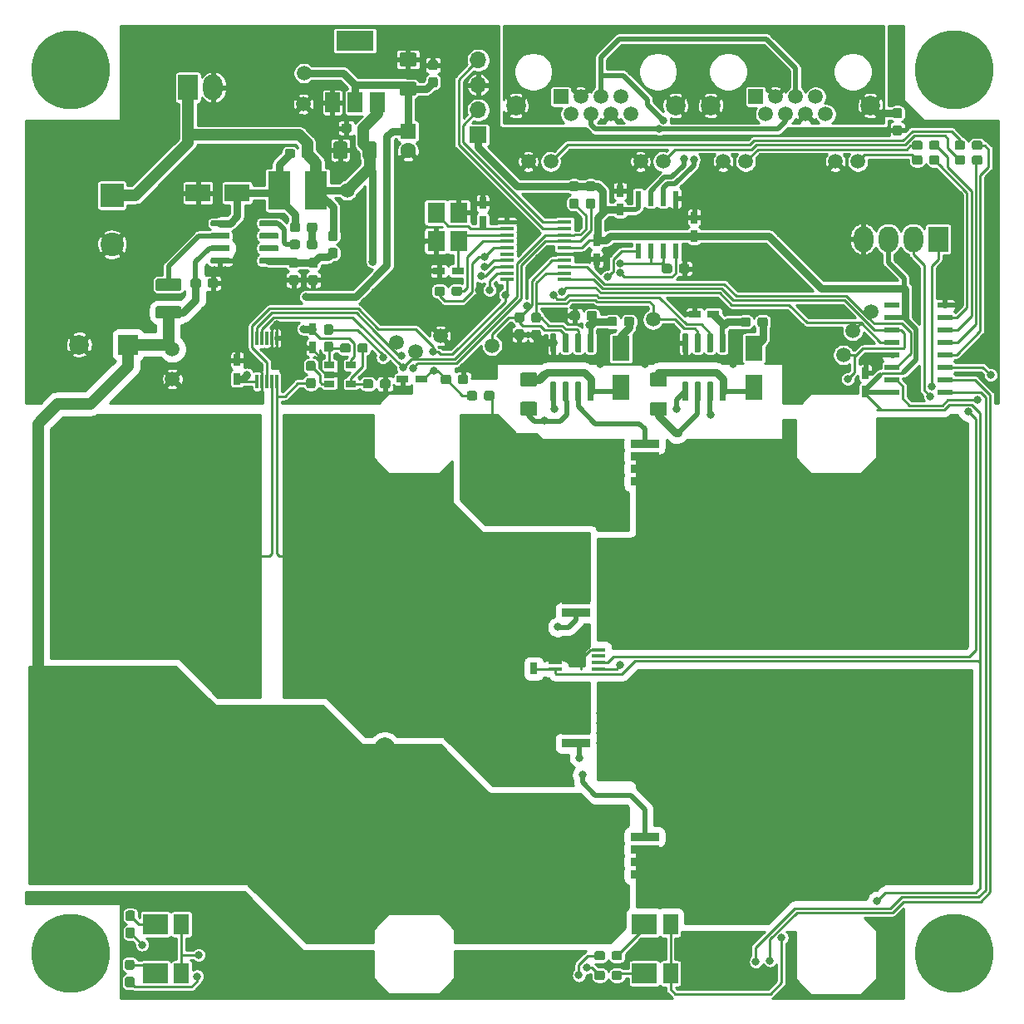
<source format=gbr>
G04 #@! TF.GenerationSoftware,KiCad,Pcbnew,(5.1.5)-3*
G04 #@! TF.CreationDate,2020-05-02T20:20:03+02:00*
G04 #@! TF.ProjectId,driver,64726976-6572-42e6-9b69-6361645f7063,rev?*
G04 #@! TF.SameCoordinates,Original*
G04 #@! TF.FileFunction,Copper,L1,Top*
G04 #@! TF.FilePolarity,Positive*
%FSLAX46Y46*%
G04 Gerber Fmt 4.6, Leading zero omitted, Abs format (unit mm)*
G04 Created by KiCad (PCBNEW (5.1.5)-3) date 2020-05-02 20:20:03*
%MOMM*%
%LPD*%
G04 APERTURE LIST*
%ADD10C,0.100000*%
%ADD11R,0.750000X1.200000*%
%ADD12C,2.400000*%
%ADD13R,2.400000X2.400000*%
%ADD14C,2.600000*%
%ADD15R,2.600000X2.600000*%
%ADD16R,1.500000X2.000000*%
%ADD17R,3.800000X2.000000*%
%ADD18C,1.500000*%
%ADD19R,2.200000X3.900000*%
%ADD20R,1.800000X2.500000*%
%ADD21R,2.500000X1.800000*%
%ADD22C,1.600000*%
%ADD23R,1.600000X1.600000*%
%ADD24C,2.000000*%
%ADD25R,2.000000X2.000000*%
%ADD26R,1.060000X0.650000*%
%ADD27R,0.600000X1.550000*%
%ADD28O,2.000000X2.600000*%
%ADD29R,2.000000X2.600000*%
%ADD30R,0.300000X1.400000*%
%ADD31R,1.450000X0.450000*%
%ADD32R,3.750000X4.700000*%
%ADD33R,2.950000X0.850000*%
%ADD34R,3.000000X0.850000*%
%ADD35R,1.200000X0.750000*%
%ADD36R,2.500000X2.100000*%
%ADD37R,1.500000X2.100000*%
%ADD38R,1.800000X2.100000*%
%ADD39C,8.000000*%
%ADD40R,1.700000X1.700000*%
%ADD41O,1.700000X1.700000*%
%ADD42R,1.500000X1.500000*%
%ADD43R,1.500000X0.600000*%
%ADD44C,0.800000*%
%ADD45C,0.250000*%
%ADD46C,0.800000*%
%ADD47C,0.500000*%
%ADD48C,0.150000*%
%ADD49C,1.200000*%
%ADD50C,0.254000*%
G04 APERTURE END LIST*
G04 #@! TA.AperFunction,SMDPad,CuDef*
D10*
G36*
X144085779Y-85176144D02*
G01*
X144108834Y-85179563D01*
X144131443Y-85185227D01*
X144153387Y-85193079D01*
X144174457Y-85203044D01*
X144194448Y-85215026D01*
X144213168Y-85228910D01*
X144230438Y-85244562D01*
X144246090Y-85261832D01*
X144259974Y-85280552D01*
X144271956Y-85300543D01*
X144281921Y-85321613D01*
X144289773Y-85343557D01*
X144295437Y-85366166D01*
X144298856Y-85389221D01*
X144300000Y-85412500D01*
X144300000Y-85887500D01*
X144298856Y-85910779D01*
X144295437Y-85933834D01*
X144289773Y-85956443D01*
X144281921Y-85978387D01*
X144271956Y-85999457D01*
X144259974Y-86019448D01*
X144246090Y-86038168D01*
X144230438Y-86055438D01*
X144213168Y-86071090D01*
X144194448Y-86084974D01*
X144174457Y-86096956D01*
X144153387Y-86106921D01*
X144131443Y-86114773D01*
X144108834Y-86120437D01*
X144085779Y-86123856D01*
X144062500Y-86125000D01*
X143487500Y-86125000D01*
X143464221Y-86123856D01*
X143441166Y-86120437D01*
X143418557Y-86114773D01*
X143396613Y-86106921D01*
X143375543Y-86096956D01*
X143355552Y-86084974D01*
X143336832Y-86071090D01*
X143319562Y-86055438D01*
X143303910Y-86038168D01*
X143290026Y-86019448D01*
X143278044Y-85999457D01*
X143268079Y-85978387D01*
X143260227Y-85956443D01*
X143254563Y-85933834D01*
X143251144Y-85910779D01*
X143250000Y-85887500D01*
X143250000Y-85412500D01*
X143251144Y-85389221D01*
X143254563Y-85366166D01*
X143260227Y-85343557D01*
X143268079Y-85321613D01*
X143278044Y-85300543D01*
X143290026Y-85280552D01*
X143303910Y-85261832D01*
X143319562Y-85244562D01*
X143336832Y-85228910D01*
X143355552Y-85215026D01*
X143375543Y-85203044D01*
X143396613Y-85193079D01*
X143418557Y-85185227D01*
X143441166Y-85179563D01*
X143464221Y-85176144D01*
X143487500Y-85175000D01*
X144062500Y-85175000D01*
X144085779Y-85176144D01*
G37*
G04 #@! TD.AperFunction*
G04 #@! TA.AperFunction,SMDPad,CuDef*
G36*
X145835779Y-85176144D02*
G01*
X145858834Y-85179563D01*
X145881443Y-85185227D01*
X145903387Y-85193079D01*
X145924457Y-85203044D01*
X145944448Y-85215026D01*
X145963168Y-85228910D01*
X145980438Y-85244562D01*
X145996090Y-85261832D01*
X146009974Y-85280552D01*
X146021956Y-85300543D01*
X146031921Y-85321613D01*
X146039773Y-85343557D01*
X146045437Y-85366166D01*
X146048856Y-85389221D01*
X146050000Y-85412500D01*
X146050000Y-85887500D01*
X146048856Y-85910779D01*
X146045437Y-85933834D01*
X146039773Y-85956443D01*
X146031921Y-85978387D01*
X146021956Y-85999457D01*
X146009974Y-86019448D01*
X145996090Y-86038168D01*
X145980438Y-86055438D01*
X145963168Y-86071090D01*
X145944448Y-86084974D01*
X145924457Y-86096956D01*
X145903387Y-86106921D01*
X145881443Y-86114773D01*
X145858834Y-86120437D01*
X145835779Y-86123856D01*
X145812500Y-86125000D01*
X145237500Y-86125000D01*
X145214221Y-86123856D01*
X145191166Y-86120437D01*
X145168557Y-86114773D01*
X145146613Y-86106921D01*
X145125543Y-86096956D01*
X145105552Y-86084974D01*
X145086832Y-86071090D01*
X145069562Y-86055438D01*
X145053910Y-86038168D01*
X145040026Y-86019448D01*
X145028044Y-85999457D01*
X145018079Y-85978387D01*
X145010227Y-85956443D01*
X145004563Y-85933834D01*
X145001144Y-85910779D01*
X145000000Y-85887500D01*
X145000000Y-85412500D01*
X145001144Y-85389221D01*
X145004563Y-85366166D01*
X145010227Y-85343557D01*
X145018079Y-85321613D01*
X145028044Y-85300543D01*
X145040026Y-85280552D01*
X145053910Y-85261832D01*
X145069562Y-85244562D01*
X145086832Y-85228910D01*
X145105552Y-85215026D01*
X145125543Y-85203044D01*
X145146613Y-85193079D01*
X145168557Y-85185227D01*
X145191166Y-85179563D01*
X145214221Y-85176144D01*
X145237500Y-85175000D01*
X145812500Y-85175000D01*
X145835779Y-85176144D01*
G37*
G04 #@! TD.AperFunction*
G04 #@! TA.AperFunction,SMDPad,CuDef*
G36*
X96064703Y-75295722D02*
G01*
X96079264Y-75297882D01*
X96093543Y-75301459D01*
X96107403Y-75306418D01*
X96120710Y-75312712D01*
X96133336Y-75320280D01*
X96145159Y-75329048D01*
X96156066Y-75338934D01*
X96165952Y-75349841D01*
X96174720Y-75361664D01*
X96182288Y-75374290D01*
X96188582Y-75387597D01*
X96193541Y-75401457D01*
X96197118Y-75415736D01*
X96199278Y-75430297D01*
X96200000Y-75445000D01*
X96200000Y-75745000D01*
X96199278Y-75759703D01*
X96197118Y-75774264D01*
X96193541Y-75788543D01*
X96188582Y-75802403D01*
X96182288Y-75815710D01*
X96174720Y-75828336D01*
X96165952Y-75840159D01*
X96156066Y-75851066D01*
X96145159Y-75860952D01*
X96133336Y-75869720D01*
X96120710Y-75877288D01*
X96107403Y-75883582D01*
X96093543Y-75888541D01*
X96079264Y-75892118D01*
X96064703Y-75894278D01*
X96050000Y-75895000D01*
X94400000Y-75895000D01*
X94385297Y-75894278D01*
X94370736Y-75892118D01*
X94356457Y-75888541D01*
X94342597Y-75883582D01*
X94329290Y-75877288D01*
X94316664Y-75869720D01*
X94304841Y-75860952D01*
X94293934Y-75851066D01*
X94284048Y-75840159D01*
X94275280Y-75828336D01*
X94267712Y-75815710D01*
X94261418Y-75802403D01*
X94256459Y-75788543D01*
X94252882Y-75774264D01*
X94250722Y-75759703D01*
X94250000Y-75745000D01*
X94250000Y-75445000D01*
X94250722Y-75430297D01*
X94252882Y-75415736D01*
X94256459Y-75401457D01*
X94261418Y-75387597D01*
X94267712Y-75374290D01*
X94275280Y-75361664D01*
X94284048Y-75349841D01*
X94293934Y-75338934D01*
X94304841Y-75329048D01*
X94316664Y-75320280D01*
X94329290Y-75312712D01*
X94342597Y-75306418D01*
X94356457Y-75301459D01*
X94370736Y-75297882D01*
X94385297Y-75295722D01*
X94400000Y-75295000D01*
X96050000Y-75295000D01*
X96064703Y-75295722D01*
G37*
G04 #@! TD.AperFunction*
G04 #@! TA.AperFunction,SMDPad,CuDef*
G36*
X96064703Y-76565722D02*
G01*
X96079264Y-76567882D01*
X96093543Y-76571459D01*
X96107403Y-76576418D01*
X96120710Y-76582712D01*
X96133336Y-76590280D01*
X96145159Y-76599048D01*
X96156066Y-76608934D01*
X96165952Y-76619841D01*
X96174720Y-76631664D01*
X96182288Y-76644290D01*
X96188582Y-76657597D01*
X96193541Y-76671457D01*
X96197118Y-76685736D01*
X96199278Y-76700297D01*
X96200000Y-76715000D01*
X96200000Y-77015000D01*
X96199278Y-77029703D01*
X96197118Y-77044264D01*
X96193541Y-77058543D01*
X96188582Y-77072403D01*
X96182288Y-77085710D01*
X96174720Y-77098336D01*
X96165952Y-77110159D01*
X96156066Y-77121066D01*
X96145159Y-77130952D01*
X96133336Y-77139720D01*
X96120710Y-77147288D01*
X96107403Y-77153582D01*
X96093543Y-77158541D01*
X96079264Y-77162118D01*
X96064703Y-77164278D01*
X96050000Y-77165000D01*
X94400000Y-77165000D01*
X94385297Y-77164278D01*
X94370736Y-77162118D01*
X94356457Y-77158541D01*
X94342597Y-77153582D01*
X94329290Y-77147288D01*
X94316664Y-77139720D01*
X94304841Y-77130952D01*
X94293934Y-77121066D01*
X94284048Y-77110159D01*
X94275280Y-77098336D01*
X94267712Y-77085710D01*
X94261418Y-77072403D01*
X94256459Y-77058543D01*
X94252882Y-77044264D01*
X94250722Y-77029703D01*
X94250000Y-77015000D01*
X94250000Y-76715000D01*
X94250722Y-76700297D01*
X94252882Y-76685736D01*
X94256459Y-76671457D01*
X94261418Y-76657597D01*
X94267712Y-76644290D01*
X94275280Y-76631664D01*
X94284048Y-76619841D01*
X94293934Y-76608934D01*
X94304841Y-76599048D01*
X94316664Y-76590280D01*
X94329290Y-76582712D01*
X94342597Y-76576418D01*
X94356457Y-76571459D01*
X94370736Y-76567882D01*
X94385297Y-76565722D01*
X94400000Y-76565000D01*
X96050000Y-76565000D01*
X96064703Y-76565722D01*
G37*
G04 #@! TD.AperFunction*
G04 #@! TA.AperFunction,SMDPad,CuDef*
G36*
X96064703Y-77835722D02*
G01*
X96079264Y-77837882D01*
X96093543Y-77841459D01*
X96107403Y-77846418D01*
X96120710Y-77852712D01*
X96133336Y-77860280D01*
X96145159Y-77869048D01*
X96156066Y-77878934D01*
X96165952Y-77889841D01*
X96174720Y-77901664D01*
X96182288Y-77914290D01*
X96188582Y-77927597D01*
X96193541Y-77941457D01*
X96197118Y-77955736D01*
X96199278Y-77970297D01*
X96200000Y-77985000D01*
X96200000Y-78285000D01*
X96199278Y-78299703D01*
X96197118Y-78314264D01*
X96193541Y-78328543D01*
X96188582Y-78342403D01*
X96182288Y-78355710D01*
X96174720Y-78368336D01*
X96165952Y-78380159D01*
X96156066Y-78391066D01*
X96145159Y-78400952D01*
X96133336Y-78409720D01*
X96120710Y-78417288D01*
X96107403Y-78423582D01*
X96093543Y-78428541D01*
X96079264Y-78432118D01*
X96064703Y-78434278D01*
X96050000Y-78435000D01*
X94400000Y-78435000D01*
X94385297Y-78434278D01*
X94370736Y-78432118D01*
X94356457Y-78428541D01*
X94342597Y-78423582D01*
X94329290Y-78417288D01*
X94316664Y-78409720D01*
X94304841Y-78400952D01*
X94293934Y-78391066D01*
X94284048Y-78380159D01*
X94275280Y-78368336D01*
X94267712Y-78355710D01*
X94261418Y-78342403D01*
X94256459Y-78328543D01*
X94252882Y-78314264D01*
X94250722Y-78299703D01*
X94250000Y-78285000D01*
X94250000Y-77985000D01*
X94250722Y-77970297D01*
X94252882Y-77955736D01*
X94256459Y-77941457D01*
X94261418Y-77927597D01*
X94267712Y-77914290D01*
X94275280Y-77901664D01*
X94284048Y-77889841D01*
X94293934Y-77878934D01*
X94304841Y-77869048D01*
X94316664Y-77860280D01*
X94329290Y-77852712D01*
X94342597Y-77846418D01*
X94356457Y-77841459D01*
X94370736Y-77837882D01*
X94385297Y-77835722D01*
X94400000Y-77835000D01*
X96050000Y-77835000D01*
X96064703Y-77835722D01*
G37*
G04 #@! TD.AperFunction*
G04 #@! TA.AperFunction,SMDPad,CuDef*
G36*
X96064703Y-79105722D02*
G01*
X96079264Y-79107882D01*
X96093543Y-79111459D01*
X96107403Y-79116418D01*
X96120710Y-79122712D01*
X96133336Y-79130280D01*
X96145159Y-79139048D01*
X96156066Y-79148934D01*
X96165952Y-79159841D01*
X96174720Y-79171664D01*
X96182288Y-79184290D01*
X96188582Y-79197597D01*
X96193541Y-79211457D01*
X96197118Y-79225736D01*
X96199278Y-79240297D01*
X96200000Y-79255000D01*
X96200000Y-79555000D01*
X96199278Y-79569703D01*
X96197118Y-79584264D01*
X96193541Y-79598543D01*
X96188582Y-79612403D01*
X96182288Y-79625710D01*
X96174720Y-79638336D01*
X96165952Y-79650159D01*
X96156066Y-79661066D01*
X96145159Y-79670952D01*
X96133336Y-79679720D01*
X96120710Y-79687288D01*
X96107403Y-79693582D01*
X96093543Y-79698541D01*
X96079264Y-79702118D01*
X96064703Y-79704278D01*
X96050000Y-79705000D01*
X94400000Y-79705000D01*
X94385297Y-79704278D01*
X94370736Y-79702118D01*
X94356457Y-79698541D01*
X94342597Y-79693582D01*
X94329290Y-79687288D01*
X94316664Y-79679720D01*
X94304841Y-79670952D01*
X94293934Y-79661066D01*
X94284048Y-79650159D01*
X94275280Y-79638336D01*
X94267712Y-79625710D01*
X94261418Y-79612403D01*
X94256459Y-79598543D01*
X94252882Y-79584264D01*
X94250722Y-79569703D01*
X94250000Y-79555000D01*
X94250000Y-79255000D01*
X94250722Y-79240297D01*
X94252882Y-79225736D01*
X94256459Y-79211457D01*
X94261418Y-79197597D01*
X94267712Y-79184290D01*
X94275280Y-79171664D01*
X94284048Y-79159841D01*
X94293934Y-79148934D01*
X94304841Y-79139048D01*
X94316664Y-79130280D01*
X94329290Y-79122712D01*
X94342597Y-79116418D01*
X94356457Y-79111459D01*
X94370736Y-79107882D01*
X94385297Y-79105722D01*
X94400000Y-79105000D01*
X96050000Y-79105000D01*
X96064703Y-79105722D01*
G37*
G04 #@! TD.AperFunction*
G04 #@! TA.AperFunction,SMDPad,CuDef*
G36*
X91114703Y-79105722D02*
G01*
X91129264Y-79107882D01*
X91143543Y-79111459D01*
X91157403Y-79116418D01*
X91170710Y-79122712D01*
X91183336Y-79130280D01*
X91195159Y-79139048D01*
X91206066Y-79148934D01*
X91215952Y-79159841D01*
X91224720Y-79171664D01*
X91232288Y-79184290D01*
X91238582Y-79197597D01*
X91243541Y-79211457D01*
X91247118Y-79225736D01*
X91249278Y-79240297D01*
X91250000Y-79255000D01*
X91250000Y-79555000D01*
X91249278Y-79569703D01*
X91247118Y-79584264D01*
X91243541Y-79598543D01*
X91238582Y-79612403D01*
X91232288Y-79625710D01*
X91224720Y-79638336D01*
X91215952Y-79650159D01*
X91206066Y-79661066D01*
X91195159Y-79670952D01*
X91183336Y-79679720D01*
X91170710Y-79687288D01*
X91157403Y-79693582D01*
X91143543Y-79698541D01*
X91129264Y-79702118D01*
X91114703Y-79704278D01*
X91100000Y-79705000D01*
X89450000Y-79705000D01*
X89435297Y-79704278D01*
X89420736Y-79702118D01*
X89406457Y-79698541D01*
X89392597Y-79693582D01*
X89379290Y-79687288D01*
X89366664Y-79679720D01*
X89354841Y-79670952D01*
X89343934Y-79661066D01*
X89334048Y-79650159D01*
X89325280Y-79638336D01*
X89317712Y-79625710D01*
X89311418Y-79612403D01*
X89306459Y-79598543D01*
X89302882Y-79584264D01*
X89300722Y-79569703D01*
X89300000Y-79555000D01*
X89300000Y-79255000D01*
X89300722Y-79240297D01*
X89302882Y-79225736D01*
X89306459Y-79211457D01*
X89311418Y-79197597D01*
X89317712Y-79184290D01*
X89325280Y-79171664D01*
X89334048Y-79159841D01*
X89343934Y-79148934D01*
X89354841Y-79139048D01*
X89366664Y-79130280D01*
X89379290Y-79122712D01*
X89392597Y-79116418D01*
X89406457Y-79111459D01*
X89420736Y-79107882D01*
X89435297Y-79105722D01*
X89450000Y-79105000D01*
X91100000Y-79105000D01*
X91114703Y-79105722D01*
G37*
G04 #@! TD.AperFunction*
G04 #@! TA.AperFunction,SMDPad,CuDef*
G36*
X91114703Y-77835722D02*
G01*
X91129264Y-77837882D01*
X91143543Y-77841459D01*
X91157403Y-77846418D01*
X91170710Y-77852712D01*
X91183336Y-77860280D01*
X91195159Y-77869048D01*
X91206066Y-77878934D01*
X91215952Y-77889841D01*
X91224720Y-77901664D01*
X91232288Y-77914290D01*
X91238582Y-77927597D01*
X91243541Y-77941457D01*
X91247118Y-77955736D01*
X91249278Y-77970297D01*
X91250000Y-77985000D01*
X91250000Y-78285000D01*
X91249278Y-78299703D01*
X91247118Y-78314264D01*
X91243541Y-78328543D01*
X91238582Y-78342403D01*
X91232288Y-78355710D01*
X91224720Y-78368336D01*
X91215952Y-78380159D01*
X91206066Y-78391066D01*
X91195159Y-78400952D01*
X91183336Y-78409720D01*
X91170710Y-78417288D01*
X91157403Y-78423582D01*
X91143543Y-78428541D01*
X91129264Y-78432118D01*
X91114703Y-78434278D01*
X91100000Y-78435000D01*
X89450000Y-78435000D01*
X89435297Y-78434278D01*
X89420736Y-78432118D01*
X89406457Y-78428541D01*
X89392597Y-78423582D01*
X89379290Y-78417288D01*
X89366664Y-78409720D01*
X89354841Y-78400952D01*
X89343934Y-78391066D01*
X89334048Y-78380159D01*
X89325280Y-78368336D01*
X89317712Y-78355710D01*
X89311418Y-78342403D01*
X89306459Y-78328543D01*
X89302882Y-78314264D01*
X89300722Y-78299703D01*
X89300000Y-78285000D01*
X89300000Y-77985000D01*
X89300722Y-77970297D01*
X89302882Y-77955736D01*
X89306459Y-77941457D01*
X89311418Y-77927597D01*
X89317712Y-77914290D01*
X89325280Y-77901664D01*
X89334048Y-77889841D01*
X89343934Y-77878934D01*
X89354841Y-77869048D01*
X89366664Y-77860280D01*
X89379290Y-77852712D01*
X89392597Y-77846418D01*
X89406457Y-77841459D01*
X89420736Y-77837882D01*
X89435297Y-77835722D01*
X89450000Y-77835000D01*
X91100000Y-77835000D01*
X91114703Y-77835722D01*
G37*
G04 #@! TD.AperFunction*
G04 #@! TA.AperFunction,SMDPad,CuDef*
G36*
X91114703Y-76565722D02*
G01*
X91129264Y-76567882D01*
X91143543Y-76571459D01*
X91157403Y-76576418D01*
X91170710Y-76582712D01*
X91183336Y-76590280D01*
X91195159Y-76599048D01*
X91206066Y-76608934D01*
X91215952Y-76619841D01*
X91224720Y-76631664D01*
X91232288Y-76644290D01*
X91238582Y-76657597D01*
X91243541Y-76671457D01*
X91247118Y-76685736D01*
X91249278Y-76700297D01*
X91250000Y-76715000D01*
X91250000Y-77015000D01*
X91249278Y-77029703D01*
X91247118Y-77044264D01*
X91243541Y-77058543D01*
X91238582Y-77072403D01*
X91232288Y-77085710D01*
X91224720Y-77098336D01*
X91215952Y-77110159D01*
X91206066Y-77121066D01*
X91195159Y-77130952D01*
X91183336Y-77139720D01*
X91170710Y-77147288D01*
X91157403Y-77153582D01*
X91143543Y-77158541D01*
X91129264Y-77162118D01*
X91114703Y-77164278D01*
X91100000Y-77165000D01*
X89450000Y-77165000D01*
X89435297Y-77164278D01*
X89420736Y-77162118D01*
X89406457Y-77158541D01*
X89392597Y-77153582D01*
X89379290Y-77147288D01*
X89366664Y-77139720D01*
X89354841Y-77130952D01*
X89343934Y-77121066D01*
X89334048Y-77110159D01*
X89325280Y-77098336D01*
X89317712Y-77085710D01*
X89311418Y-77072403D01*
X89306459Y-77058543D01*
X89302882Y-77044264D01*
X89300722Y-77029703D01*
X89300000Y-77015000D01*
X89300000Y-76715000D01*
X89300722Y-76700297D01*
X89302882Y-76685736D01*
X89306459Y-76671457D01*
X89311418Y-76657597D01*
X89317712Y-76644290D01*
X89325280Y-76631664D01*
X89334048Y-76619841D01*
X89343934Y-76608934D01*
X89354841Y-76599048D01*
X89366664Y-76590280D01*
X89379290Y-76582712D01*
X89392597Y-76576418D01*
X89406457Y-76571459D01*
X89420736Y-76567882D01*
X89435297Y-76565722D01*
X89450000Y-76565000D01*
X91100000Y-76565000D01*
X91114703Y-76565722D01*
G37*
G04 #@! TD.AperFunction*
G04 #@! TA.AperFunction,SMDPad,CuDef*
G36*
X91114703Y-75295722D02*
G01*
X91129264Y-75297882D01*
X91143543Y-75301459D01*
X91157403Y-75306418D01*
X91170710Y-75312712D01*
X91183336Y-75320280D01*
X91195159Y-75329048D01*
X91206066Y-75338934D01*
X91215952Y-75349841D01*
X91224720Y-75361664D01*
X91232288Y-75374290D01*
X91238582Y-75387597D01*
X91243541Y-75401457D01*
X91247118Y-75415736D01*
X91249278Y-75430297D01*
X91250000Y-75445000D01*
X91250000Y-75745000D01*
X91249278Y-75759703D01*
X91247118Y-75774264D01*
X91243541Y-75788543D01*
X91238582Y-75802403D01*
X91232288Y-75815710D01*
X91224720Y-75828336D01*
X91215952Y-75840159D01*
X91206066Y-75851066D01*
X91195159Y-75860952D01*
X91183336Y-75869720D01*
X91170710Y-75877288D01*
X91157403Y-75883582D01*
X91143543Y-75888541D01*
X91129264Y-75892118D01*
X91114703Y-75894278D01*
X91100000Y-75895000D01*
X89450000Y-75895000D01*
X89435297Y-75894278D01*
X89420736Y-75892118D01*
X89406457Y-75888541D01*
X89392597Y-75883582D01*
X89379290Y-75877288D01*
X89366664Y-75869720D01*
X89354841Y-75860952D01*
X89343934Y-75851066D01*
X89334048Y-75840159D01*
X89325280Y-75828336D01*
X89317712Y-75815710D01*
X89311418Y-75802403D01*
X89306459Y-75788543D01*
X89302882Y-75774264D01*
X89300722Y-75759703D01*
X89300000Y-75745000D01*
X89300000Y-75445000D01*
X89300722Y-75430297D01*
X89302882Y-75415736D01*
X89306459Y-75401457D01*
X89311418Y-75387597D01*
X89317712Y-75374290D01*
X89325280Y-75361664D01*
X89334048Y-75349841D01*
X89343934Y-75338934D01*
X89354841Y-75329048D01*
X89366664Y-75320280D01*
X89379290Y-75312712D01*
X89392597Y-75306418D01*
X89406457Y-75301459D01*
X89420736Y-75297882D01*
X89435297Y-75295722D01*
X89450000Y-75295000D01*
X91100000Y-75295000D01*
X91114703Y-75295722D01*
G37*
G04 #@! TD.AperFunction*
G04 #@! TA.AperFunction,SMDPad,CuDef*
G36*
X102999504Y-67276204D02*
G01*
X103023773Y-67279804D01*
X103047571Y-67285765D01*
X103070671Y-67294030D01*
X103092849Y-67304520D01*
X103113893Y-67317133D01*
X103133598Y-67331747D01*
X103151777Y-67348223D01*
X103168253Y-67366402D01*
X103182867Y-67386107D01*
X103195480Y-67407151D01*
X103205970Y-67429329D01*
X103214235Y-67452429D01*
X103220196Y-67476227D01*
X103223796Y-67500496D01*
X103225000Y-67525000D01*
X103225000Y-68775000D01*
X103223796Y-68799504D01*
X103220196Y-68823773D01*
X103214235Y-68847571D01*
X103205970Y-68870671D01*
X103195480Y-68892849D01*
X103182867Y-68913893D01*
X103168253Y-68933598D01*
X103151777Y-68951777D01*
X103133598Y-68968253D01*
X103113893Y-68982867D01*
X103092849Y-68995480D01*
X103070671Y-69005970D01*
X103047571Y-69014235D01*
X103023773Y-69020196D01*
X102999504Y-69023796D01*
X102975000Y-69025000D01*
X102050000Y-69025000D01*
X102025496Y-69023796D01*
X102001227Y-69020196D01*
X101977429Y-69014235D01*
X101954329Y-69005970D01*
X101932151Y-68995480D01*
X101911107Y-68982867D01*
X101891402Y-68968253D01*
X101873223Y-68951777D01*
X101856747Y-68933598D01*
X101842133Y-68913893D01*
X101829520Y-68892849D01*
X101819030Y-68870671D01*
X101810765Y-68847571D01*
X101804804Y-68823773D01*
X101801204Y-68799504D01*
X101800000Y-68775000D01*
X101800000Y-67525000D01*
X101801204Y-67500496D01*
X101804804Y-67476227D01*
X101810765Y-67452429D01*
X101819030Y-67429329D01*
X101829520Y-67407151D01*
X101842133Y-67386107D01*
X101856747Y-67366402D01*
X101873223Y-67348223D01*
X101891402Y-67331747D01*
X101911107Y-67317133D01*
X101932151Y-67304520D01*
X101954329Y-67294030D01*
X101977429Y-67285765D01*
X102001227Y-67279804D01*
X102025496Y-67276204D01*
X102050000Y-67275000D01*
X102975000Y-67275000D01*
X102999504Y-67276204D01*
G37*
G04 #@! TD.AperFunction*
G04 #@! TA.AperFunction,SMDPad,CuDef*
G36*
X105974504Y-67276204D02*
G01*
X105998773Y-67279804D01*
X106022571Y-67285765D01*
X106045671Y-67294030D01*
X106067849Y-67304520D01*
X106088893Y-67317133D01*
X106108598Y-67331747D01*
X106126777Y-67348223D01*
X106143253Y-67366402D01*
X106157867Y-67386107D01*
X106170480Y-67407151D01*
X106180970Y-67429329D01*
X106189235Y-67452429D01*
X106195196Y-67476227D01*
X106198796Y-67500496D01*
X106200000Y-67525000D01*
X106200000Y-68775000D01*
X106198796Y-68799504D01*
X106195196Y-68823773D01*
X106189235Y-68847571D01*
X106180970Y-68870671D01*
X106170480Y-68892849D01*
X106157867Y-68913893D01*
X106143253Y-68933598D01*
X106126777Y-68951777D01*
X106108598Y-68968253D01*
X106088893Y-68982867D01*
X106067849Y-68995480D01*
X106045671Y-69005970D01*
X106022571Y-69014235D01*
X105998773Y-69020196D01*
X105974504Y-69023796D01*
X105950000Y-69025000D01*
X105025000Y-69025000D01*
X105000496Y-69023796D01*
X104976227Y-69020196D01*
X104952429Y-69014235D01*
X104929329Y-69005970D01*
X104907151Y-68995480D01*
X104886107Y-68982867D01*
X104866402Y-68968253D01*
X104848223Y-68951777D01*
X104831747Y-68933598D01*
X104817133Y-68913893D01*
X104804520Y-68892849D01*
X104794030Y-68870671D01*
X104785765Y-68847571D01*
X104779804Y-68823773D01*
X104776204Y-68799504D01*
X104775000Y-68775000D01*
X104775000Y-67525000D01*
X104776204Y-67500496D01*
X104779804Y-67476227D01*
X104785765Y-67452429D01*
X104794030Y-67429329D01*
X104804520Y-67407151D01*
X104817133Y-67386107D01*
X104831747Y-67366402D01*
X104848223Y-67348223D01*
X104866402Y-67331747D01*
X104886107Y-67317133D01*
X104907151Y-67304520D01*
X104929329Y-67294030D01*
X104952429Y-67285765D01*
X104976227Y-67279804D01*
X105000496Y-67276204D01*
X105025000Y-67275000D01*
X105950000Y-67275000D01*
X105974504Y-67276204D01*
G37*
G04 #@! TD.AperFunction*
D11*
X92000000Y-89550000D03*
X92000000Y-91450000D03*
G04 #@! TA.AperFunction,SMDPad,CuDef*
D10*
G36*
X112210779Y-58951144D02*
G01*
X112233834Y-58954563D01*
X112256443Y-58960227D01*
X112278387Y-58968079D01*
X112299457Y-58978044D01*
X112319448Y-58990026D01*
X112338168Y-59003910D01*
X112355438Y-59019562D01*
X112371090Y-59036832D01*
X112384974Y-59055552D01*
X112396956Y-59075543D01*
X112406921Y-59096613D01*
X112414773Y-59118557D01*
X112420437Y-59141166D01*
X112423856Y-59164221D01*
X112425000Y-59187500D01*
X112425000Y-59762500D01*
X112423856Y-59785779D01*
X112420437Y-59808834D01*
X112414773Y-59831443D01*
X112406921Y-59853387D01*
X112396956Y-59874457D01*
X112384974Y-59894448D01*
X112371090Y-59913168D01*
X112355438Y-59930438D01*
X112338168Y-59946090D01*
X112319448Y-59959974D01*
X112299457Y-59971956D01*
X112278387Y-59981921D01*
X112256443Y-59989773D01*
X112233834Y-59995437D01*
X112210779Y-59998856D01*
X112187500Y-60000000D01*
X111712500Y-60000000D01*
X111689221Y-59998856D01*
X111666166Y-59995437D01*
X111643557Y-59989773D01*
X111621613Y-59981921D01*
X111600543Y-59971956D01*
X111580552Y-59959974D01*
X111561832Y-59946090D01*
X111544562Y-59930438D01*
X111528910Y-59913168D01*
X111515026Y-59894448D01*
X111503044Y-59874457D01*
X111493079Y-59853387D01*
X111485227Y-59831443D01*
X111479563Y-59808834D01*
X111476144Y-59785779D01*
X111475000Y-59762500D01*
X111475000Y-59187500D01*
X111476144Y-59164221D01*
X111479563Y-59141166D01*
X111485227Y-59118557D01*
X111493079Y-59096613D01*
X111503044Y-59075543D01*
X111515026Y-59055552D01*
X111528910Y-59036832D01*
X111544562Y-59019562D01*
X111561832Y-59003910D01*
X111580552Y-58990026D01*
X111600543Y-58978044D01*
X111621613Y-58968079D01*
X111643557Y-58960227D01*
X111666166Y-58954563D01*
X111689221Y-58951144D01*
X111712500Y-58950000D01*
X112187500Y-58950000D01*
X112210779Y-58951144D01*
G37*
G04 #@! TD.AperFunction*
G04 #@! TA.AperFunction,SMDPad,CuDef*
G36*
X112210779Y-60701144D02*
G01*
X112233834Y-60704563D01*
X112256443Y-60710227D01*
X112278387Y-60718079D01*
X112299457Y-60728044D01*
X112319448Y-60740026D01*
X112338168Y-60753910D01*
X112355438Y-60769562D01*
X112371090Y-60786832D01*
X112384974Y-60805552D01*
X112396956Y-60825543D01*
X112406921Y-60846613D01*
X112414773Y-60868557D01*
X112420437Y-60891166D01*
X112423856Y-60914221D01*
X112425000Y-60937500D01*
X112425000Y-61512500D01*
X112423856Y-61535779D01*
X112420437Y-61558834D01*
X112414773Y-61581443D01*
X112406921Y-61603387D01*
X112396956Y-61624457D01*
X112384974Y-61644448D01*
X112371090Y-61663168D01*
X112355438Y-61680438D01*
X112338168Y-61696090D01*
X112319448Y-61709974D01*
X112299457Y-61721956D01*
X112278387Y-61731921D01*
X112256443Y-61739773D01*
X112233834Y-61745437D01*
X112210779Y-61748856D01*
X112187500Y-61750000D01*
X111712500Y-61750000D01*
X111689221Y-61748856D01*
X111666166Y-61745437D01*
X111643557Y-61739773D01*
X111621613Y-61731921D01*
X111600543Y-61721956D01*
X111580552Y-61709974D01*
X111561832Y-61696090D01*
X111544562Y-61680438D01*
X111528910Y-61663168D01*
X111515026Y-61644448D01*
X111503044Y-61624457D01*
X111493079Y-61603387D01*
X111485227Y-61581443D01*
X111479563Y-61558834D01*
X111476144Y-61535779D01*
X111475000Y-61512500D01*
X111475000Y-60937500D01*
X111476144Y-60914221D01*
X111479563Y-60891166D01*
X111485227Y-60868557D01*
X111493079Y-60846613D01*
X111503044Y-60825543D01*
X111515026Y-60805552D01*
X111528910Y-60786832D01*
X111544562Y-60769562D01*
X111561832Y-60753910D01*
X111580552Y-60740026D01*
X111600543Y-60728044D01*
X111621613Y-60718079D01*
X111643557Y-60710227D01*
X111666166Y-60704563D01*
X111689221Y-60701144D01*
X111712500Y-60700000D01*
X112187500Y-60700000D01*
X112210779Y-60701144D01*
G37*
G04 #@! TD.AperFunction*
G04 #@! TA.AperFunction,SMDPad,CuDef*
G36*
X103435779Y-65426144D02*
G01*
X103458834Y-65429563D01*
X103481443Y-65435227D01*
X103503387Y-65443079D01*
X103524457Y-65453044D01*
X103544448Y-65465026D01*
X103563168Y-65478910D01*
X103580438Y-65494562D01*
X103596090Y-65511832D01*
X103609974Y-65530552D01*
X103621956Y-65550543D01*
X103631921Y-65571613D01*
X103639773Y-65593557D01*
X103645437Y-65616166D01*
X103648856Y-65639221D01*
X103650000Y-65662500D01*
X103650000Y-66137500D01*
X103648856Y-66160779D01*
X103645437Y-66183834D01*
X103639773Y-66206443D01*
X103631921Y-66228387D01*
X103621956Y-66249457D01*
X103609974Y-66269448D01*
X103596090Y-66288168D01*
X103580438Y-66305438D01*
X103563168Y-66321090D01*
X103544448Y-66334974D01*
X103524457Y-66346956D01*
X103503387Y-66356921D01*
X103481443Y-66364773D01*
X103458834Y-66370437D01*
X103435779Y-66373856D01*
X103412500Y-66375000D01*
X102837500Y-66375000D01*
X102814221Y-66373856D01*
X102791166Y-66370437D01*
X102768557Y-66364773D01*
X102746613Y-66356921D01*
X102725543Y-66346956D01*
X102705552Y-66334974D01*
X102686832Y-66321090D01*
X102669562Y-66305438D01*
X102653910Y-66288168D01*
X102640026Y-66269448D01*
X102628044Y-66249457D01*
X102618079Y-66228387D01*
X102610227Y-66206443D01*
X102604563Y-66183834D01*
X102601144Y-66160779D01*
X102600000Y-66137500D01*
X102600000Y-65662500D01*
X102601144Y-65639221D01*
X102604563Y-65616166D01*
X102610227Y-65593557D01*
X102618079Y-65571613D01*
X102628044Y-65550543D01*
X102640026Y-65530552D01*
X102653910Y-65511832D01*
X102669562Y-65494562D01*
X102686832Y-65478910D01*
X102705552Y-65465026D01*
X102725543Y-65453044D01*
X102746613Y-65443079D01*
X102768557Y-65435227D01*
X102791166Y-65429563D01*
X102814221Y-65426144D01*
X102837500Y-65425000D01*
X103412500Y-65425000D01*
X103435779Y-65426144D01*
G37*
G04 #@! TD.AperFunction*
G04 #@! TA.AperFunction,SMDPad,CuDef*
G36*
X105185779Y-65426144D02*
G01*
X105208834Y-65429563D01*
X105231443Y-65435227D01*
X105253387Y-65443079D01*
X105274457Y-65453044D01*
X105294448Y-65465026D01*
X105313168Y-65478910D01*
X105330438Y-65494562D01*
X105346090Y-65511832D01*
X105359974Y-65530552D01*
X105371956Y-65550543D01*
X105381921Y-65571613D01*
X105389773Y-65593557D01*
X105395437Y-65616166D01*
X105398856Y-65639221D01*
X105400000Y-65662500D01*
X105400000Y-66137500D01*
X105398856Y-66160779D01*
X105395437Y-66183834D01*
X105389773Y-66206443D01*
X105381921Y-66228387D01*
X105371956Y-66249457D01*
X105359974Y-66269448D01*
X105346090Y-66288168D01*
X105330438Y-66305438D01*
X105313168Y-66321090D01*
X105294448Y-66334974D01*
X105274457Y-66346956D01*
X105253387Y-66356921D01*
X105231443Y-66364773D01*
X105208834Y-66370437D01*
X105185779Y-66373856D01*
X105162500Y-66375000D01*
X104587500Y-66375000D01*
X104564221Y-66373856D01*
X104541166Y-66370437D01*
X104518557Y-66364773D01*
X104496613Y-66356921D01*
X104475543Y-66346956D01*
X104455552Y-66334974D01*
X104436832Y-66321090D01*
X104419562Y-66305438D01*
X104403910Y-66288168D01*
X104390026Y-66269448D01*
X104378044Y-66249457D01*
X104368079Y-66228387D01*
X104360227Y-66206443D01*
X104354563Y-66183834D01*
X104351144Y-66160779D01*
X104350000Y-66137500D01*
X104350000Y-65662500D01*
X104351144Y-65639221D01*
X104354563Y-65616166D01*
X104360227Y-65593557D01*
X104368079Y-65571613D01*
X104378044Y-65550543D01*
X104390026Y-65530552D01*
X104403910Y-65511832D01*
X104419562Y-65494562D01*
X104436832Y-65478910D01*
X104455552Y-65465026D01*
X104475543Y-65453044D01*
X104496613Y-65443079D01*
X104518557Y-65435227D01*
X104541166Y-65429563D01*
X104564221Y-65426144D01*
X104587500Y-65425000D01*
X105162500Y-65425000D01*
X105185779Y-65426144D01*
G37*
G04 #@! TD.AperFunction*
G04 #@! TA.AperFunction,SMDPad,CuDef*
G36*
X126685779Y-84526144D02*
G01*
X126708834Y-84529563D01*
X126731443Y-84535227D01*
X126753387Y-84543079D01*
X126774457Y-84553044D01*
X126794448Y-84565026D01*
X126813168Y-84578910D01*
X126830438Y-84594562D01*
X126846090Y-84611832D01*
X126859974Y-84630552D01*
X126871956Y-84650543D01*
X126881921Y-84671613D01*
X126889773Y-84693557D01*
X126895437Y-84716166D01*
X126898856Y-84739221D01*
X126900000Y-84762500D01*
X126900000Y-85237500D01*
X126898856Y-85260779D01*
X126895437Y-85283834D01*
X126889773Y-85306443D01*
X126881921Y-85328387D01*
X126871956Y-85349457D01*
X126859974Y-85369448D01*
X126846090Y-85388168D01*
X126830438Y-85405438D01*
X126813168Y-85421090D01*
X126794448Y-85434974D01*
X126774457Y-85446956D01*
X126753387Y-85456921D01*
X126731443Y-85464773D01*
X126708834Y-85470437D01*
X126685779Y-85473856D01*
X126662500Y-85475000D01*
X126087500Y-85475000D01*
X126064221Y-85473856D01*
X126041166Y-85470437D01*
X126018557Y-85464773D01*
X125996613Y-85456921D01*
X125975543Y-85446956D01*
X125955552Y-85434974D01*
X125936832Y-85421090D01*
X125919562Y-85405438D01*
X125903910Y-85388168D01*
X125890026Y-85369448D01*
X125878044Y-85349457D01*
X125868079Y-85328387D01*
X125860227Y-85306443D01*
X125854563Y-85283834D01*
X125851144Y-85260779D01*
X125850000Y-85237500D01*
X125850000Y-84762500D01*
X125851144Y-84739221D01*
X125854563Y-84716166D01*
X125860227Y-84693557D01*
X125868079Y-84671613D01*
X125878044Y-84650543D01*
X125890026Y-84630552D01*
X125903910Y-84611832D01*
X125919562Y-84594562D01*
X125936832Y-84578910D01*
X125955552Y-84565026D01*
X125975543Y-84553044D01*
X125996613Y-84543079D01*
X126018557Y-84535227D01*
X126041166Y-84529563D01*
X126064221Y-84526144D01*
X126087500Y-84525000D01*
X126662500Y-84525000D01*
X126685779Y-84526144D01*
G37*
G04 #@! TD.AperFunction*
G04 #@! TA.AperFunction,SMDPad,CuDef*
G36*
X128435779Y-84526144D02*
G01*
X128458834Y-84529563D01*
X128481443Y-84535227D01*
X128503387Y-84543079D01*
X128524457Y-84553044D01*
X128544448Y-84565026D01*
X128563168Y-84578910D01*
X128580438Y-84594562D01*
X128596090Y-84611832D01*
X128609974Y-84630552D01*
X128621956Y-84650543D01*
X128631921Y-84671613D01*
X128639773Y-84693557D01*
X128645437Y-84716166D01*
X128648856Y-84739221D01*
X128650000Y-84762500D01*
X128650000Y-85237500D01*
X128648856Y-85260779D01*
X128645437Y-85283834D01*
X128639773Y-85306443D01*
X128631921Y-85328387D01*
X128621956Y-85349457D01*
X128609974Y-85369448D01*
X128596090Y-85388168D01*
X128580438Y-85405438D01*
X128563168Y-85421090D01*
X128544448Y-85434974D01*
X128524457Y-85446956D01*
X128503387Y-85456921D01*
X128481443Y-85464773D01*
X128458834Y-85470437D01*
X128435779Y-85473856D01*
X128412500Y-85475000D01*
X127837500Y-85475000D01*
X127814221Y-85473856D01*
X127791166Y-85470437D01*
X127768557Y-85464773D01*
X127746613Y-85456921D01*
X127725543Y-85446956D01*
X127705552Y-85434974D01*
X127686832Y-85421090D01*
X127669562Y-85405438D01*
X127653910Y-85388168D01*
X127640026Y-85369448D01*
X127628044Y-85349457D01*
X127618079Y-85328387D01*
X127610227Y-85306443D01*
X127604563Y-85283834D01*
X127601144Y-85260779D01*
X127600000Y-85237500D01*
X127600000Y-84762500D01*
X127601144Y-84739221D01*
X127604563Y-84716166D01*
X127610227Y-84693557D01*
X127618079Y-84671613D01*
X127628044Y-84650543D01*
X127640026Y-84630552D01*
X127653910Y-84611832D01*
X127669562Y-84594562D01*
X127686832Y-84578910D01*
X127705552Y-84565026D01*
X127725543Y-84553044D01*
X127746613Y-84543079D01*
X127768557Y-84535227D01*
X127791166Y-84529563D01*
X127814221Y-84526144D01*
X127837500Y-84525000D01*
X128412500Y-84525000D01*
X128435779Y-84526144D01*
G37*
G04 #@! TD.AperFunction*
D12*
X79250000Y-77750000D03*
D13*
X79250000Y-72750000D03*
D14*
X75000000Y-105080000D03*
X75000000Y-110080000D03*
D15*
X75000000Y-115080000D03*
D14*
X75000000Y-125080000D03*
X75000000Y-130080000D03*
D15*
X75000000Y-135080000D03*
D14*
X165000000Y-134920000D03*
X165000000Y-129920000D03*
D15*
X165000000Y-124920000D03*
D14*
X165000000Y-114840000D03*
X165000000Y-109840000D03*
D15*
X165000000Y-104840000D03*
G04 #@! TA.AperFunction,SMDPad,CuDef*
D10*
G36*
X122349504Y-93776204D02*
G01*
X122373773Y-93779804D01*
X122397571Y-93785765D01*
X122420671Y-93794030D01*
X122442849Y-93804520D01*
X122463893Y-93817133D01*
X122483598Y-93831747D01*
X122501777Y-93848223D01*
X122518253Y-93866402D01*
X122532867Y-93886107D01*
X122545480Y-93907151D01*
X122555970Y-93929329D01*
X122564235Y-93952429D01*
X122570196Y-93976227D01*
X122573796Y-94000496D01*
X122575000Y-94025000D01*
X122575000Y-94950000D01*
X122573796Y-94974504D01*
X122570196Y-94998773D01*
X122564235Y-95022571D01*
X122555970Y-95045671D01*
X122545480Y-95067849D01*
X122532867Y-95088893D01*
X122518253Y-95108598D01*
X122501777Y-95126777D01*
X122483598Y-95143253D01*
X122463893Y-95157867D01*
X122442849Y-95170480D01*
X122420671Y-95180970D01*
X122397571Y-95189235D01*
X122373773Y-95195196D01*
X122349504Y-95198796D01*
X122325000Y-95200000D01*
X121075000Y-95200000D01*
X121050496Y-95198796D01*
X121026227Y-95195196D01*
X121002429Y-95189235D01*
X120979329Y-95180970D01*
X120957151Y-95170480D01*
X120936107Y-95157867D01*
X120916402Y-95143253D01*
X120898223Y-95126777D01*
X120881747Y-95108598D01*
X120867133Y-95088893D01*
X120854520Y-95067849D01*
X120844030Y-95045671D01*
X120835765Y-95022571D01*
X120829804Y-94998773D01*
X120826204Y-94974504D01*
X120825000Y-94950000D01*
X120825000Y-94025000D01*
X120826204Y-94000496D01*
X120829804Y-93976227D01*
X120835765Y-93952429D01*
X120844030Y-93929329D01*
X120854520Y-93907151D01*
X120867133Y-93886107D01*
X120881747Y-93866402D01*
X120898223Y-93848223D01*
X120916402Y-93831747D01*
X120936107Y-93817133D01*
X120957151Y-93804520D01*
X120979329Y-93794030D01*
X121002429Y-93785765D01*
X121026227Y-93779804D01*
X121050496Y-93776204D01*
X121075000Y-93775000D01*
X122325000Y-93775000D01*
X122349504Y-93776204D01*
G37*
G04 #@! TD.AperFunction*
G04 #@! TA.AperFunction,SMDPad,CuDef*
G36*
X122349504Y-90801204D02*
G01*
X122373773Y-90804804D01*
X122397571Y-90810765D01*
X122420671Y-90819030D01*
X122442849Y-90829520D01*
X122463893Y-90842133D01*
X122483598Y-90856747D01*
X122501777Y-90873223D01*
X122518253Y-90891402D01*
X122532867Y-90911107D01*
X122545480Y-90932151D01*
X122555970Y-90954329D01*
X122564235Y-90977429D01*
X122570196Y-91001227D01*
X122573796Y-91025496D01*
X122575000Y-91050000D01*
X122575000Y-91975000D01*
X122573796Y-91999504D01*
X122570196Y-92023773D01*
X122564235Y-92047571D01*
X122555970Y-92070671D01*
X122545480Y-92092849D01*
X122532867Y-92113893D01*
X122518253Y-92133598D01*
X122501777Y-92151777D01*
X122483598Y-92168253D01*
X122463893Y-92182867D01*
X122442849Y-92195480D01*
X122420671Y-92205970D01*
X122397571Y-92214235D01*
X122373773Y-92220196D01*
X122349504Y-92223796D01*
X122325000Y-92225000D01*
X121075000Y-92225000D01*
X121050496Y-92223796D01*
X121026227Y-92220196D01*
X121002429Y-92214235D01*
X120979329Y-92205970D01*
X120957151Y-92195480D01*
X120936107Y-92182867D01*
X120916402Y-92168253D01*
X120898223Y-92151777D01*
X120881747Y-92133598D01*
X120867133Y-92113893D01*
X120854520Y-92092849D01*
X120844030Y-92070671D01*
X120835765Y-92047571D01*
X120829804Y-92023773D01*
X120826204Y-91999504D01*
X120825000Y-91975000D01*
X120825000Y-91050000D01*
X120826204Y-91025496D01*
X120829804Y-91001227D01*
X120835765Y-90977429D01*
X120844030Y-90954329D01*
X120854520Y-90932151D01*
X120867133Y-90911107D01*
X120881747Y-90891402D01*
X120898223Y-90873223D01*
X120916402Y-90856747D01*
X120936107Y-90842133D01*
X120957151Y-90829520D01*
X120979329Y-90819030D01*
X121002429Y-90810765D01*
X121026227Y-90804804D01*
X121050496Y-90801204D01*
X121075000Y-90800000D01*
X122325000Y-90800000D01*
X122349504Y-90801204D01*
G37*
G04 #@! TD.AperFunction*
D16*
X101700000Y-63300000D03*
X106300000Y-63300000D03*
X104000000Y-63300000D03*
D17*
X104000000Y-57000000D03*
G04 #@! TA.AperFunction,SMDPad,CuDef*
D10*
G36*
X141619703Y-91750722D02*
G01*
X141634264Y-91752882D01*
X141648543Y-91756459D01*
X141662403Y-91761418D01*
X141675710Y-91767712D01*
X141688336Y-91775280D01*
X141700159Y-91784048D01*
X141711066Y-91793934D01*
X141720952Y-91804841D01*
X141729720Y-91816664D01*
X141737288Y-91829290D01*
X141743582Y-91842597D01*
X141748541Y-91856457D01*
X141752118Y-91870736D01*
X141754278Y-91885297D01*
X141755000Y-91900000D01*
X141755000Y-93550000D01*
X141754278Y-93564703D01*
X141752118Y-93579264D01*
X141748541Y-93593543D01*
X141743582Y-93607403D01*
X141737288Y-93620710D01*
X141729720Y-93633336D01*
X141720952Y-93645159D01*
X141711066Y-93656066D01*
X141700159Y-93665952D01*
X141688336Y-93674720D01*
X141675710Y-93682288D01*
X141662403Y-93688582D01*
X141648543Y-93693541D01*
X141634264Y-93697118D01*
X141619703Y-93699278D01*
X141605000Y-93700000D01*
X141305000Y-93700000D01*
X141290297Y-93699278D01*
X141275736Y-93697118D01*
X141261457Y-93693541D01*
X141247597Y-93688582D01*
X141234290Y-93682288D01*
X141221664Y-93674720D01*
X141209841Y-93665952D01*
X141198934Y-93656066D01*
X141189048Y-93645159D01*
X141180280Y-93633336D01*
X141172712Y-93620710D01*
X141166418Y-93607403D01*
X141161459Y-93593543D01*
X141157882Y-93579264D01*
X141155722Y-93564703D01*
X141155000Y-93550000D01*
X141155000Y-91900000D01*
X141155722Y-91885297D01*
X141157882Y-91870736D01*
X141161459Y-91856457D01*
X141166418Y-91842597D01*
X141172712Y-91829290D01*
X141180280Y-91816664D01*
X141189048Y-91804841D01*
X141198934Y-91793934D01*
X141209841Y-91784048D01*
X141221664Y-91775280D01*
X141234290Y-91767712D01*
X141247597Y-91761418D01*
X141261457Y-91756459D01*
X141275736Y-91752882D01*
X141290297Y-91750722D01*
X141305000Y-91750000D01*
X141605000Y-91750000D01*
X141619703Y-91750722D01*
G37*
G04 #@! TD.AperFunction*
G04 #@! TA.AperFunction,SMDPad,CuDef*
G36*
X140349703Y-91750722D02*
G01*
X140364264Y-91752882D01*
X140378543Y-91756459D01*
X140392403Y-91761418D01*
X140405710Y-91767712D01*
X140418336Y-91775280D01*
X140430159Y-91784048D01*
X140441066Y-91793934D01*
X140450952Y-91804841D01*
X140459720Y-91816664D01*
X140467288Y-91829290D01*
X140473582Y-91842597D01*
X140478541Y-91856457D01*
X140482118Y-91870736D01*
X140484278Y-91885297D01*
X140485000Y-91900000D01*
X140485000Y-93550000D01*
X140484278Y-93564703D01*
X140482118Y-93579264D01*
X140478541Y-93593543D01*
X140473582Y-93607403D01*
X140467288Y-93620710D01*
X140459720Y-93633336D01*
X140450952Y-93645159D01*
X140441066Y-93656066D01*
X140430159Y-93665952D01*
X140418336Y-93674720D01*
X140405710Y-93682288D01*
X140392403Y-93688582D01*
X140378543Y-93693541D01*
X140364264Y-93697118D01*
X140349703Y-93699278D01*
X140335000Y-93700000D01*
X140035000Y-93700000D01*
X140020297Y-93699278D01*
X140005736Y-93697118D01*
X139991457Y-93693541D01*
X139977597Y-93688582D01*
X139964290Y-93682288D01*
X139951664Y-93674720D01*
X139939841Y-93665952D01*
X139928934Y-93656066D01*
X139919048Y-93645159D01*
X139910280Y-93633336D01*
X139902712Y-93620710D01*
X139896418Y-93607403D01*
X139891459Y-93593543D01*
X139887882Y-93579264D01*
X139885722Y-93564703D01*
X139885000Y-93550000D01*
X139885000Y-91900000D01*
X139885722Y-91885297D01*
X139887882Y-91870736D01*
X139891459Y-91856457D01*
X139896418Y-91842597D01*
X139902712Y-91829290D01*
X139910280Y-91816664D01*
X139919048Y-91804841D01*
X139928934Y-91793934D01*
X139939841Y-91784048D01*
X139951664Y-91775280D01*
X139964290Y-91767712D01*
X139977597Y-91761418D01*
X139991457Y-91756459D01*
X140005736Y-91752882D01*
X140020297Y-91750722D01*
X140035000Y-91750000D01*
X140335000Y-91750000D01*
X140349703Y-91750722D01*
G37*
G04 #@! TD.AperFunction*
G04 #@! TA.AperFunction,SMDPad,CuDef*
G36*
X139079703Y-91750722D02*
G01*
X139094264Y-91752882D01*
X139108543Y-91756459D01*
X139122403Y-91761418D01*
X139135710Y-91767712D01*
X139148336Y-91775280D01*
X139160159Y-91784048D01*
X139171066Y-91793934D01*
X139180952Y-91804841D01*
X139189720Y-91816664D01*
X139197288Y-91829290D01*
X139203582Y-91842597D01*
X139208541Y-91856457D01*
X139212118Y-91870736D01*
X139214278Y-91885297D01*
X139215000Y-91900000D01*
X139215000Y-93550000D01*
X139214278Y-93564703D01*
X139212118Y-93579264D01*
X139208541Y-93593543D01*
X139203582Y-93607403D01*
X139197288Y-93620710D01*
X139189720Y-93633336D01*
X139180952Y-93645159D01*
X139171066Y-93656066D01*
X139160159Y-93665952D01*
X139148336Y-93674720D01*
X139135710Y-93682288D01*
X139122403Y-93688582D01*
X139108543Y-93693541D01*
X139094264Y-93697118D01*
X139079703Y-93699278D01*
X139065000Y-93700000D01*
X138765000Y-93700000D01*
X138750297Y-93699278D01*
X138735736Y-93697118D01*
X138721457Y-93693541D01*
X138707597Y-93688582D01*
X138694290Y-93682288D01*
X138681664Y-93674720D01*
X138669841Y-93665952D01*
X138658934Y-93656066D01*
X138649048Y-93645159D01*
X138640280Y-93633336D01*
X138632712Y-93620710D01*
X138626418Y-93607403D01*
X138621459Y-93593543D01*
X138617882Y-93579264D01*
X138615722Y-93564703D01*
X138615000Y-93550000D01*
X138615000Y-91900000D01*
X138615722Y-91885297D01*
X138617882Y-91870736D01*
X138621459Y-91856457D01*
X138626418Y-91842597D01*
X138632712Y-91829290D01*
X138640280Y-91816664D01*
X138649048Y-91804841D01*
X138658934Y-91793934D01*
X138669841Y-91784048D01*
X138681664Y-91775280D01*
X138694290Y-91767712D01*
X138707597Y-91761418D01*
X138721457Y-91756459D01*
X138735736Y-91752882D01*
X138750297Y-91750722D01*
X138765000Y-91750000D01*
X139065000Y-91750000D01*
X139079703Y-91750722D01*
G37*
G04 #@! TD.AperFunction*
G04 #@! TA.AperFunction,SMDPad,CuDef*
G36*
X137809703Y-91750722D02*
G01*
X137824264Y-91752882D01*
X137838543Y-91756459D01*
X137852403Y-91761418D01*
X137865710Y-91767712D01*
X137878336Y-91775280D01*
X137890159Y-91784048D01*
X137901066Y-91793934D01*
X137910952Y-91804841D01*
X137919720Y-91816664D01*
X137927288Y-91829290D01*
X137933582Y-91842597D01*
X137938541Y-91856457D01*
X137942118Y-91870736D01*
X137944278Y-91885297D01*
X137945000Y-91900000D01*
X137945000Y-93550000D01*
X137944278Y-93564703D01*
X137942118Y-93579264D01*
X137938541Y-93593543D01*
X137933582Y-93607403D01*
X137927288Y-93620710D01*
X137919720Y-93633336D01*
X137910952Y-93645159D01*
X137901066Y-93656066D01*
X137890159Y-93665952D01*
X137878336Y-93674720D01*
X137865710Y-93682288D01*
X137852403Y-93688582D01*
X137838543Y-93693541D01*
X137824264Y-93697118D01*
X137809703Y-93699278D01*
X137795000Y-93700000D01*
X137495000Y-93700000D01*
X137480297Y-93699278D01*
X137465736Y-93697118D01*
X137451457Y-93693541D01*
X137437597Y-93688582D01*
X137424290Y-93682288D01*
X137411664Y-93674720D01*
X137399841Y-93665952D01*
X137388934Y-93656066D01*
X137379048Y-93645159D01*
X137370280Y-93633336D01*
X137362712Y-93620710D01*
X137356418Y-93607403D01*
X137351459Y-93593543D01*
X137347882Y-93579264D01*
X137345722Y-93564703D01*
X137345000Y-93550000D01*
X137345000Y-91900000D01*
X137345722Y-91885297D01*
X137347882Y-91870736D01*
X137351459Y-91856457D01*
X137356418Y-91842597D01*
X137362712Y-91829290D01*
X137370280Y-91816664D01*
X137379048Y-91804841D01*
X137388934Y-91793934D01*
X137399841Y-91784048D01*
X137411664Y-91775280D01*
X137424290Y-91767712D01*
X137437597Y-91761418D01*
X137451457Y-91756459D01*
X137465736Y-91752882D01*
X137480297Y-91750722D01*
X137495000Y-91750000D01*
X137795000Y-91750000D01*
X137809703Y-91750722D01*
G37*
G04 #@! TD.AperFunction*
G04 #@! TA.AperFunction,SMDPad,CuDef*
G36*
X137809703Y-86800722D02*
G01*
X137824264Y-86802882D01*
X137838543Y-86806459D01*
X137852403Y-86811418D01*
X137865710Y-86817712D01*
X137878336Y-86825280D01*
X137890159Y-86834048D01*
X137901066Y-86843934D01*
X137910952Y-86854841D01*
X137919720Y-86866664D01*
X137927288Y-86879290D01*
X137933582Y-86892597D01*
X137938541Y-86906457D01*
X137942118Y-86920736D01*
X137944278Y-86935297D01*
X137945000Y-86950000D01*
X137945000Y-88600000D01*
X137944278Y-88614703D01*
X137942118Y-88629264D01*
X137938541Y-88643543D01*
X137933582Y-88657403D01*
X137927288Y-88670710D01*
X137919720Y-88683336D01*
X137910952Y-88695159D01*
X137901066Y-88706066D01*
X137890159Y-88715952D01*
X137878336Y-88724720D01*
X137865710Y-88732288D01*
X137852403Y-88738582D01*
X137838543Y-88743541D01*
X137824264Y-88747118D01*
X137809703Y-88749278D01*
X137795000Y-88750000D01*
X137495000Y-88750000D01*
X137480297Y-88749278D01*
X137465736Y-88747118D01*
X137451457Y-88743541D01*
X137437597Y-88738582D01*
X137424290Y-88732288D01*
X137411664Y-88724720D01*
X137399841Y-88715952D01*
X137388934Y-88706066D01*
X137379048Y-88695159D01*
X137370280Y-88683336D01*
X137362712Y-88670710D01*
X137356418Y-88657403D01*
X137351459Y-88643543D01*
X137347882Y-88629264D01*
X137345722Y-88614703D01*
X137345000Y-88600000D01*
X137345000Y-86950000D01*
X137345722Y-86935297D01*
X137347882Y-86920736D01*
X137351459Y-86906457D01*
X137356418Y-86892597D01*
X137362712Y-86879290D01*
X137370280Y-86866664D01*
X137379048Y-86854841D01*
X137388934Y-86843934D01*
X137399841Y-86834048D01*
X137411664Y-86825280D01*
X137424290Y-86817712D01*
X137437597Y-86811418D01*
X137451457Y-86806459D01*
X137465736Y-86802882D01*
X137480297Y-86800722D01*
X137495000Y-86800000D01*
X137795000Y-86800000D01*
X137809703Y-86800722D01*
G37*
G04 #@! TD.AperFunction*
G04 #@! TA.AperFunction,SMDPad,CuDef*
G36*
X139079703Y-86800722D02*
G01*
X139094264Y-86802882D01*
X139108543Y-86806459D01*
X139122403Y-86811418D01*
X139135710Y-86817712D01*
X139148336Y-86825280D01*
X139160159Y-86834048D01*
X139171066Y-86843934D01*
X139180952Y-86854841D01*
X139189720Y-86866664D01*
X139197288Y-86879290D01*
X139203582Y-86892597D01*
X139208541Y-86906457D01*
X139212118Y-86920736D01*
X139214278Y-86935297D01*
X139215000Y-86950000D01*
X139215000Y-88600000D01*
X139214278Y-88614703D01*
X139212118Y-88629264D01*
X139208541Y-88643543D01*
X139203582Y-88657403D01*
X139197288Y-88670710D01*
X139189720Y-88683336D01*
X139180952Y-88695159D01*
X139171066Y-88706066D01*
X139160159Y-88715952D01*
X139148336Y-88724720D01*
X139135710Y-88732288D01*
X139122403Y-88738582D01*
X139108543Y-88743541D01*
X139094264Y-88747118D01*
X139079703Y-88749278D01*
X139065000Y-88750000D01*
X138765000Y-88750000D01*
X138750297Y-88749278D01*
X138735736Y-88747118D01*
X138721457Y-88743541D01*
X138707597Y-88738582D01*
X138694290Y-88732288D01*
X138681664Y-88724720D01*
X138669841Y-88715952D01*
X138658934Y-88706066D01*
X138649048Y-88695159D01*
X138640280Y-88683336D01*
X138632712Y-88670710D01*
X138626418Y-88657403D01*
X138621459Y-88643543D01*
X138617882Y-88629264D01*
X138615722Y-88614703D01*
X138615000Y-88600000D01*
X138615000Y-86950000D01*
X138615722Y-86935297D01*
X138617882Y-86920736D01*
X138621459Y-86906457D01*
X138626418Y-86892597D01*
X138632712Y-86879290D01*
X138640280Y-86866664D01*
X138649048Y-86854841D01*
X138658934Y-86843934D01*
X138669841Y-86834048D01*
X138681664Y-86825280D01*
X138694290Y-86817712D01*
X138707597Y-86811418D01*
X138721457Y-86806459D01*
X138735736Y-86802882D01*
X138750297Y-86800722D01*
X138765000Y-86800000D01*
X139065000Y-86800000D01*
X139079703Y-86800722D01*
G37*
G04 #@! TD.AperFunction*
G04 #@! TA.AperFunction,SMDPad,CuDef*
G36*
X140349703Y-86800722D02*
G01*
X140364264Y-86802882D01*
X140378543Y-86806459D01*
X140392403Y-86811418D01*
X140405710Y-86817712D01*
X140418336Y-86825280D01*
X140430159Y-86834048D01*
X140441066Y-86843934D01*
X140450952Y-86854841D01*
X140459720Y-86866664D01*
X140467288Y-86879290D01*
X140473582Y-86892597D01*
X140478541Y-86906457D01*
X140482118Y-86920736D01*
X140484278Y-86935297D01*
X140485000Y-86950000D01*
X140485000Y-88600000D01*
X140484278Y-88614703D01*
X140482118Y-88629264D01*
X140478541Y-88643543D01*
X140473582Y-88657403D01*
X140467288Y-88670710D01*
X140459720Y-88683336D01*
X140450952Y-88695159D01*
X140441066Y-88706066D01*
X140430159Y-88715952D01*
X140418336Y-88724720D01*
X140405710Y-88732288D01*
X140392403Y-88738582D01*
X140378543Y-88743541D01*
X140364264Y-88747118D01*
X140349703Y-88749278D01*
X140335000Y-88750000D01*
X140035000Y-88750000D01*
X140020297Y-88749278D01*
X140005736Y-88747118D01*
X139991457Y-88743541D01*
X139977597Y-88738582D01*
X139964290Y-88732288D01*
X139951664Y-88724720D01*
X139939841Y-88715952D01*
X139928934Y-88706066D01*
X139919048Y-88695159D01*
X139910280Y-88683336D01*
X139902712Y-88670710D01*
X139896418Y-88657403D01*
X139891459Y-88643543D01*
X139887882Y-88629264D01*
X139885722Y-88614703D01*
X139885000Y-88600000D01*
X139885000Y-86950000D01*
X139885722Y-86935297D01*
X139887882Y-86920736D01*
X139891459Y-86906457D01*
X139896418Y-86892597D01*
X139902712Y-86879290D01*
X139910280Y-86866664D01*
X139919048Y-86854841D01*
X139928934Y-86843934D01*
X139939841Y-86834048D01*
X139951664Y-86825280D01*
X139964290Y-86817712D01*
X139977597Y-86811418D01*
X139991457Y-86806459D01*
X140005736Y-86802882D01*
X140020297Y-86800722D01*
X140035000Y-86800000D01*
X140335000Y-86800000D01*
X140349703Y-86800722D01*
G37*
G04 #@! TD.AperFunction*
G04 #@! TA.AperFunction,SMDPad,CuDef*
G36*
X141619703Y-86800722D02*
G01*
X141634264Y-86802882D01*
X141648543Y-86806459D01*
X141662403Y-86811418D01*
X141675710Y-86817712D01*
X141688336Y-86825280D01*
X141700159Y-86834048D01*
X141711066Y-86843934D01*
X141720952Y-86854841D01*
X141729720Y-86866664D01*
X141737288Y-86879290D01*
X141743582Y-86892597D01*
X141748541Y-86906457D01*
X141752118Y-86920736D01*
X141754278Y-86935297D01*
X141755000Y-86950000D01*
X141755000Y-88600000D01*
X141754278Y-88614703D01*
X141752118Y-88629264D01*
X141748541Y-88643543D01*
X141743582Y-88657403D01*
X141737288Y-88670710D01*
X141729720Y-88683336D01*
X141720952Y-88695159D01*
X141711066Y-88706066D01*
X141700159Y-88715952D01*
X141688336Y-88724720D01*
X141675710Y-88732288D01*
X141662403Y-88738582D01*
X141648543Y-88743541D01*
X141634264Y-88747118D01*
X141619703Y-88749278D01*
X141605000Y-88750000D01*
X141305000Y-88750000D01*
X141290297Y-88749278D01*
X141275736Y-88747118D01*
X141261457Y-88743541D01*
X141247597Y-88738582D01*
X141234290Y-88732288D01*
X141221664Y-88724720D01*
X141209841Y-88715952D01*
X141198934Y-88706066D01*
X141189048Y-88695159D01*
X141180280Y-88683336D01*
X141172712Y-88670710D01*
X141166418Y-88657403D01*
X141161459Y-88643543D01*
X141157882Y-88629264D01*
X141155722Y-88614703D01*
X141155000Y-88600000D01*
X141155000Y-86950000D01*
X141155722Y-86935297D01*
X141157882Y-86920736D01*
X141161459Y-86906457D01*
X141166418Y-86892597D01*
X141172712Y-86879290D01*
X141180280Y-86866664D01*
X141189048Y-86854841D01*
X141198934Y-86843934D01*
X141209841Y-86834048D01*
X141221664Y-86825280D01*
X141234290Y-86817712D01*
X141247597Y-86811418D01*
X141261457Y-86806459D01*
X141275736Y-86802882D01*
X141290297Y-86800722D01*
X141305000Y-86800000D01*
X141605000Y-86800000D01*
X141619703Y-86800722D01*
G37*
G04 #@! TD.AperFunction*
G04 #@! TA.AperFunction,SMDPad,CuDef*
G36*
X128169703Y-91750722D02*
G01*
X128184264Y-91752882D01*
X128198543Y-91756459D01*
X128212403Y-91761418D01*
X128225710Y-91767712D01*
X128238336Y-91775280D01*
X128250159Y-91784048D01*
X128261066Y-91793934D01*
X128270952Y-91804841D01*
X128279720Y-91816664D01*
X128287288Y-91829290D01*
X128293582Y-91842597D01*
X128298541Y-91856457D01*
X128302118Y-91870736D01*
X128304278Y-91885297D01*
X128305000Y-91900000D01*
X128305000Y-93550000D01*
X128304278Y-93564703D01*
X128302118Y-93579264D01*
X128298541Y-93593543D01*
X128293582Y-93607403D01*
X128287288Y-93620710D01*
X128279720Y-93633336D01*
X128270952Y-93645159D01*
X128261066Y-93656066D01*
X128250159Y-93665952D01*
X128238336Y-93674720D01*
X128225710Y-93682288D01*
X128212403Y-93688582D01*
X128198543Y-93693541D01*
X128184264Y-93697118D01*
X128169703Y-93699278D01*
X128155000Y-93700000D01*
X127855000Y-93700000D01*
X127840297Y-93699278D01*
X127825736Y-93697118D01*
X127811457Y-93693541D01*
X127797597Y-93688582D01*
X127784290Y-93682288D01*
X127771664Y-93674720D01*
X127759841Y-93665952D01*
X127748934Y-93656066D01*
X127739048Y-93645159D01*
X127730280Y-93633336D01*
X127722712Y-93620710D01*
X127716418Y-93607403D01*
X127711459Y-93593543D01*
X127707882Y-93579264D01*
X127705722Y-93564703D01*
X127705000Y-93550000D01*
X127705000Y-91900000D01*
X127705722Y-91885297D01*
X127707882Y-91870736D01*
X127711459Y-91856457D01*
X127716418Y-91842597D01*
X127722712Y-91829290D01*
X127730280Y-91816664D01*
X127739048Y-91804841D01*
X127748934Y-91793934D01*
X127759841Y-91784048D01*
X127771664Y-91775280D01*
X127784290Y-91767712D01*
X127797597Y-91761418D01*
X127811457Y-91756459D01*
X127825736Y-91752882D01*
X127840297Y-91750722D01*
X127855000Y-91750000D01*
X128155000Y-91750000D01*
X128169703Y-91750722D01*
G37*
G04 #@! TD.AperFunction*
G04 #@! TA.AperFunction,SMDPad,CuDef*
G36*
X126899703Y-91750722D02*
G01*
X126914264Y-91752882D01*
X126928543Y-91756459D01*
X126942403Y-91761418D01*
X126955710Y-91767712D01*
X126968336Y-91775280D01*
X126980159Y-91784048D01*
X126991066Y-91793934D01*
X127000952Y-91804841D01*
X127009720Y-91816664D01*
X127017288Y-91829290D01*
X127023582Y-91842597D01*
X127028541Y-91856457D01*
X127032118Y-91870736D01*
X127034278Y-91885297D01*
X127035000Y-91900000D01*
X127035000Y-93550000D01*
X127034278Y-93564703D01*
X127032118Y-93579264D01*
X127028541Y-93593543D01*
X127023582Y-93607403D01*
X127017288Y-93620710D01*
X127009720Y-93633336D01*
X127000952Y-93645159D01*
X126991066Y-93656066D01*
X126980159Y-93665952D01*
X126968336Y-93674720D01*
X126955710Y-93682288D01*
X126942403Y-93688582D01*
X126928543Y-93693541D01*
X126914264Y-93697118D01*
X126899703Y-93699278D01*
X126885000Y-93700000D01*
X126585000Y-93700000D01*
X126570297Y-93699278D01*
X126555736Y-93697118D01*
X126541457Y-93693541D01*
X126527597Y-93688582D01*
X126514290Y-93682288D01*
X126501664Y-93674720D01*
X126489841Y-93665952D01*
X126478934Y-93656066D01*
X126469048Y-93645159D01*
X126460280Y-93633336D01*
X126452712Y-93620710D01*
X126446418Y-93607403D01*
X126441459Y-93593543D01*
X126437882Y-93579264D01*
X126435722Y-93564703D01*
X126435000Y-93550000D01*
X126435000Y-91900000D01*
X126435722Y-91885297D01*
X126437882Y-91870736D01*
X126441459Y-91856457D01*
X126446418Y-91842597D01*
X126452712Y-91829290D01*
X126460280Y-91816664D01*
X126469048Y-91804841D01*
X126478934Y-91793934D01*
X126489841Y-91784048D01*
X126501664Y-91775280D01*
X126514290Y-91767712D01*
X126527597Y-91761418D01*
X126541457Y-91756459D01*
X126555736Y-91752882D01*
X126570297Y-91750722D01*
X126585000Y-91750000D01*
X126885000Y-91750000D01*
X126899703Y-91750722D01*
G37*
G04 #@! TD.AperFunction*
G04 #@! TA.AperFunction,SMDPad,CuDef*
G36*
X125629703Y-91750722D02*
G01*
X125644264Y-91752882D01*
X125658543Y-91756459D01*
X125672403Y-91761418D01*
X125685710Y-91767712D01*
X125698336Y-91775280D01*
X125710159Y-91784048D01*
X125721066Y-91793934D01*
X125730952Y-91804841D01*
X125739720Y-91816664D01*
X125747288Y-91829290D01*
X125753582Y-91842597D01*
X125758541Y-91856457D01*
X125762118Y-91870736D01*
X125764278Y-91885297D01*
X125765000Y-91900000D01*
X125765000Y-93550000D01*
X125764278Y-93564703D01*
X125762118Y-93579264D01*
X125758541Y-93593543D01*
X125753582Y-93607403D01*
X125747288Y-93620710D01*
X125739720Y-93633336D01*
X125730952Y-93645159D01*
X125721066Y-93656066D01*
X125710159Y-93665952D01*
X125698336Y-93674720D01*
X125685710Y-93682288D01*
X125672403Y-93688582D01*
X125658543Y-93693541D01*
X125644264Y-93697118D01*
X125629703Y-93699278D01*
X125615000Y-93700000D01*
X125315000Y-93700000D01*
X125300297Y-93699278D01*
X125285736Y-93697118D01*
X125271457Y-93693541D01*
X125257597Y-93688582D01*
X125244290Y-93682288D01*
X125231664Y-93674720D01*
X125219841Y-93665952D01*
X125208934Y-93656066D01*
X125199048Y-93645159D01*
X125190280Y-93633336D01*
X125182712Y-93620710D01*
X125176418Y-93607403D01*
X125171459Y-93593543D01*
X125167882Y-93579264D01*
X125165722Y-93564703D01*
X125165000Y-93550000D01*
X125165000Y-91900000D01*
X125165722Y-91885297D01*
X125167882Y-91870736D01*
X125171459Y-91856457D01*
X125176418Y-91842597D01*
X125182712Y-91829290D01*
X125190280Y-91816664D01*
X125199048Y-91804841D01*
X125208934Y-91793934D01*
X125219841Y-91784048D01*
X125231664Y-91775280D01*
X125244290Y-91767712D01*
X125257597Y-91761418D01*
X125271457Y-91756459D01*
X125285736Y-91752882D01*
X125300297Y-91750722D01*
X125315000Y-91750000D01*
X125615000Y-91750000D01*
X125629703Y-91750722D01*
G37*
G04 #@! TD.AperFunction*
G04 #@! TA.AperFunction,SMDPad,CuDef*
G36*
X124359703Y-91750722D02*
G01*
X124374264Y-91752882D01*
X124388543Y-91756459D01*
X124402403Y-91761418D01*
X124415710Y-91767712D01*
X124428336Y-91775280D01*
X124440159Y-91784048D01*
X124451066Y-91793934D01*
X124460952Y-91804841D01*
X124469720Y-91816664D01*
X124477288Y-91829290D01*
X124483582Y-91842597D01*
X124488541Y-91856457D01*
X124492118Y-91870736D01*
X124494278Y-91885297D01*
X124495000Y-91900000D01*
X124495000Y-93550000D01*
X124494278Y-93564703D01*
X124492118Y-93579264D01*
X124488541Y-93593543D01*
X124483582Y-93607403D01*
X124477288Y-93620710D01*
X124469720Y-93633336D01*
X124460952Y-93645159D01*
X124451066Y-93656066D01*
X124440159Y-93665952D01*
X124428336Y-93674720D01*
X124415710Y-93682288D01*
X124402403Y-93688582D01*
X124388543Y-93693541D01*
X124374264Y-93697118D01*
X124359703Y-93699278D01*
X124345000Y-93700000D01*
X124045000Y-93700000D01*
X124030297Y-93699278D01*
X124015736Y-93697118D01*
X124001457Y-93693541D01*
X123987597Y-93688582D01*
X123974290Y-93682288D01*
X123961664Y-93674720D01*
X123949841Y-93665952D01*
X123938934Y-93656066D01*
X123929048Y-93645159D01*
X123920280Y-93633336D01*
X123912712Y-93620710D01*
X123906418Y-93607403D01*
X123901459Y-93593543D01*
X123897882Y-93579264D01*
X123895722Y-93564703D01*
X123895000Y-93550000D01*
X123895000Y-91900000D01*
X123895722Y-91885297D01*
X123897882Y-91870736D01*
X123901459Y-91856457D01*
X123906418Y-91842597D01*
X123912712Y-91829290D01*
X123920280Y-91816664D01*
X123929048Y-91804841D01*
X123938934Y-91793934D01*
X123949841Y-91784048D01*
X123961664Y-91775280D01*
X123974290Y-91767712D01*
X123987597Y-91761418D01*
X124001457Y-91756459D01*
X124015736Y-91752882D01*
X124030297Y-91750722D01*
X124045000Y-91750000D01*
X124345000Y-91750000D01*
X124359703Y-91750722D01*
G37*
G04 #@! TD.AperFunction*
G04 #@! TA.AperFunction,SMDPad,CuDef*
G36*
X124359703Y-86800722D02*
G01*
X124374264Y-86802882D01*
X124388543Y-86806459D01*
X124402403Y-86811418D01*
X124415710Y-86817712D01*
X124428336Y-86825280D01*
X124440159Y-86834048D01*
X124451066Y-86843934D01*
X124460952Y-86854841D01*
X124469720Y-86866664D01*
X124477288Y-86879290D01*
X124483582Y-86892597D01*
X124488541Y-86906457D01*
X124492118Y-86920736D01*
X124494278Y-86935297D01*
X124495000Y-86950000D01*
X124495000Y-88600000D01*
X124494278Y-88614703D01*
X124492118Y-88629264D01*
X124488541Y-88643543D01*
X124483582Y-88657403D01*
X124477288Y-88670710D01*
X124469720Y-88683336D01*
X124460952Y-88695159D01*
X124451066Y-88706066D01*
X124440159Y-88715952D01*
X124428336Y-88724720D01*
X124415710Y-88732288D01*
X124402403Y-88738582D01*
X124388543Y-88743541D01*
X124374264Y-88747118D01*
X124359703Y-88749278D01*
X124345000Y-88750000D01*
X124045000Y-88750000D01*
X124030297Y-88749278D01*
X124015736Y-88747118D01*
X124001457Y-88743541D01*
X123987597Y-88738582D01*
X123974290Y-88732288D01*
X123961664Y-88724720D01*
X123949841Y-88715952D01*
X123938934Y-88706066D01*
X123929048Y-88695159D01*
X123920280Y-88683336D01*
X123912712Y-88670710D01*
X123906418Y-88657403D01*
X123901459Y-88643543D01*
X123897882Y-88629264D01*
X123895722Y-88614703D01*
X123895000Y-88600000D01*
X123895000Y-86950000D01*
X123895722Y-86935297D01*
X123897882Y-86920736D01*
X123901459Y-86906457D01*
X123906418Y-86892597D01*
X123912712Y-86879290D01*
X123920280Y-86866664D01*
X123929048Y-86854841D01*
X123938934Y-86843934D01*
X123949841Y-86834048D01*
X123961664Y-86825280D01*
X123974290Y-86817712D01*
X123987597Y-86811418D01*
X124001457Y-86806459D01*
X124015736Y-86802882D01*
X124030297Y-86800722D01*
X124045000Y-86800000D01*
X124345000Y-86800000D01*
X124359703Y-86800722D01*
G37*
G04 #@! TD.AperFunction*
G04 #@! TA.AperFunction,SMDPad,CuDef*
G36*
X125629703Y-86800722D02*
G01*
X125644264Y-86802882D01*
X125658543Y-86806459D01*
X125672403Y-86811418D01*
X125685710Y-86817712D01*
X125698336Y-86825280D01*
X125710159Y-86834048D01*
X125721066Y-86843934D01*
X125730952Y-86854841D01*
X125739720Y-86866664D01*
X125747288Y-86879290D01*
X125753582Y-86892597D01*
X125758541Y-86906457D01*
X125762118Y-86920736D01*
X125764278Y-86935297D01*
X125765000Y-86950000D01*
X125765000Y-88600000D01*
X125764278Y-88614703D01*
X125762118Y-88629264D01*
X125758541Y-88643543D01*
X125753582Y-88657403D01*
X125747288Y-88670710D01*
X125739720Y-88683336D01*
X125730952Y-88695159D01*
X125721066Y-88706066D01*
X125710159Y-88715952D01*
X125698336Y-88724720D01*
X125685710Y-88732288D01*
X125672403Y-88738582D01*
X125658543Y-88743541D01*
X125644264Y-88747118D01*
X125629703Y-88749278D01*
X125615000Y-88750000D01*
X125315000Y-88750000D01*
X125300297Y-88749278D01*
X125285736Y-88747118D01*
X125271457Y-88743541D01*
X125257597Y-88738582D01*
X125244290Y-88732288D01*
X125231664Y-88724720D01*
X125219841Y-88715952D01*
X125208934Y-88706066D01*
X125199048Y-88695159D01*
X125190280Y-88683336D01*
X125182712Y-88670710D01*
X125176418Y-88657403D01*
X125171459Y-88643543D01*
X125167882Y-88629264D01*
X125165722Y-88614703D01*
X125165000Y-88600000D01*
X125165000Y-86950000D01*
X125165722Y-86935297D01*
X125167882Y-86920736D01*
X125171459Y-86906457D01*
X125176418Y-86892597D01*
X125182712Y-86879290D01*
X125190280Y-86866664D01*
X125199048Y-86854841D01*
X125208934Y-86843934D01*
X125219841Y-86834048D01*
X125231664Y-86825280D01*
X125244290Y-86817712D01*
X125257597Y-86811418D01*
X125271457Y-86806459D01*
X125285736Y-86802882D01*
X125300297Y-86800722D01*
X125315000Y-86800000D01*
X125615000Y-86800000D01*
X125629703Y-86800722D01*
G37*
G04 #@! TD.AperFunction*
G04 #@! TA.AperFunction,SMDPad,CuDef*
G36*
X126899703Y-86800722D02*
G01*
X126914264Y-86802882D01*
X126928543Y-86806459D01*
X126942403Y-86811418D01*
X126955710Y-86817712D01*
X126968336Y-86825280D01*
X126980159Y-86834048D01*
X126991066Y-86843934D01*
X127000952Y-86854841D01*
X127009720Y-86866664D01*
X127017288Y-86879290D01*
X127023582Y-86892597D01*
X127028541Y-86906457D01*
X127032118Y-86920736D01*
X127034278Y-86935297D01*
X127035000Y-86950000D01*
X127035000Y-88600000D01*
X127034278Y-88614703D01*
X127032118Y-88629264D01*
X127028541Y-88643543D01*
X127023582Y-88657403D01*
X127017288Y-88670710D01*
X127009720Y-88683336D01*
X127000952Y-88695159D01*
X126991066Y-88706066D01*
X126980159Y-88715952D01*
X126968336Y-88724720D01*
X126955710Y-88732288D01*
X126942403Y-88738582D01*
X126928543Y-88743541D01*
X126914264Y-88747118D01*
X126899703Y-88749278D01*
X126885000Y-88750000D01*
X126585000Y-88750000D01*
X126570297Y-88749278D01*
X126555736Y-88747118D01*
X126541457Y-88743541D01*
X126527597Y-88738582D01*
X126514290Y-88732288D01*
X126501664Y-88724720D01*
X126489841Y-88715952D01*
X126478934Y-88706066D01*
X126469048Y-88695159D01*
X126460280Y-88683336D01*
X126452712Y-88670710D01*
X126446418Y-88657403D01*
X126441459Y-88643543D01*
X126437882Y-88629264D01*
X126435722Y-88614703D01*
X126435000Y-88600000D01*
X126435000Y-86950000D01*
X126435722Y-86935297D01*
X126437882Y-86920736D01*
X126441459Y-86906457D01*
X126446418Y-86892597D01*
X126452712Y-86879290D01*
X126460280Y-86866664D01*
X126469048Y-86854841D01*
X126478934Y-86843934D01*
X126489841Y-86834048D01*
X126501664Y-86825280D01*
X126514290Y-86817712D01*
X126527597Y-86811418D01*
X126541457Y-86806459D01*
X126555736Y-86802882D01*
X126570297Y-86800722D01*
X126585000Y-86800000D01*
X126885000Y-86800000D01*
X126899703Y-86800722D01*
G37*
G04 #@! TD.AperFunction*
G04 #@! TA.AperFunction,SMDPad,CuDef*
G36*
X128169703Y-86800722D02*
G01*
X128184264Y-86802882D01*
X128198543Y-86806459D01*
X128212403Y-86811418D01*
X128225710Y-86817712D01*
X128238336Y-86825280D01*
X128250159Y-86834048D01*
X128261066Y-86843934D01*
X128270952Y-86854841D01*
X128279720Y-86866664D01*
X128287288Y-86879290D01*
X128293582Y-86892597D01*
X128298541Y-86906457D01*
X128302118Y-86920736D01*
X128304278Y-86935297D01*
X128305000Y-86950000D01*
X128305000Y-88600000D01*
X128304278Y-88614703D01*
X128302118Y-88629264D01*
X128298541Y-88643543D01*
X128293582Y-88657403D01*
X128287288Y-88670710D01*
X128279720Y-88683336D01*
X128270952Y-88695159D01*
X128261066Y-88706066D01*
X128250159Y-88715952D01*
X128238336Y-88724720D01*
X128225710Y-88732288D01*
X128212403Y-88738582D01*
X128198543Y-88743541D01*
X128184264Y-88747118D01*
X128169703Y-88749278D01*
X128155000Y-88750000D01*
X127855000Y-88750000D01*
X127840297Y-88749278D01*
X127825736Y-88747118D01*
X127811457Y-88743541D01*
X127797597Y-88738582D01*
X127784290Y-88732288D01*
X127771664Y-88724720D01*
X127759841Y-88715952D01*
X127748934Y-88706066D01*
X127739048Y-88695159D01*
X127730280Y-88683336D01*
X127722712Y-88670710D01*
X127716418Y-88657403D01*
X127711459Y-88643543D01*
X127707882Y-88629264D01*
X127705722Y-88614703D01*
X127705000Y-88600000D01*
X127705000Y-86950000D01*
X127705722Y-86935297D01*
X127707882Y-86920736D01*
X127711459Y-86906457D01*
X127716418Y-86892597D01*
X127722712Y-86879290D01*
X127730280Y-86866664D01*
X127739048Y-86854841D01*
X127748934Y-86843934D01*
X127759841Y-86834048D01*
X127771664Y-86825280D01*
X127784290Y-86817712D01*
X127797597Y-86811418D01*
X127811457Y-86806459D01*
X127825736Y-86802882D01*
X127840297Y-86800722D01*
X127855000Y-86800000D01*
X128155000Y-86800000D01*
X128169703Y-86800722D01*
G37*
G04 #@! TD.AperFunction*
D18*
X103200000Y-72250000D03*
X117950000Y-88050000D03*
G04 #@! TA.AperFunction,SMDPad,CuDef*
D10*
G36*
X121010779Y-86401144D02*
G01*
X121033834Y-86404563D01*
X121056443Y-86410227D01*
X121078387Y-86418079D01*
X121099457Y-86428044D01*
X121119448Y-86440026D01*
X121138168Y-86453910D01*
X121155438Y-86469562D01*
X121171090Y-86486832D01*
X121184974Y-86505552D01*
X121196956Y-86525543D01*
X121206921Y-86546613D01*
X121214773Y-86568557D01*
X121220437Y-86591166D01*
X121223856Y-86614221D01*
X121225000Y-86637500D01*
X121225000Y-87212500D01*
X121223856Y-87235779D01*
X121220437Y-87258834D01*
X121214773Y-87281443D01*
X121206921Y-87303387D01*
X121196956Y-87324457D01*
X121184974Y-87344448D01*
X121171090Y-87363168D01*
X121155438Y-87380438D01*
X121138168Y-87396090D01*
X121119448Y-87409974D01*
X121099457Y-87421956D01*
X121078387Y-87431921D01*
X121056443Y-87439773D01*
X121033834Y-87445437D01*
X121010779Y-87448856D01*
X120987500Y-87450000D01*
X120512500Y-87450000D01*
X120489221Y-87448856D01*
X120466166Y-87445437D01*
X120443557Y-87439773D01*
X120421613Y-87431921D01*
X120400543Y-87421956D01*
X120380552Y-87409974D01*
X120361832Y-87396090D01*
X120344562Y-87380438D01*
X120328910Y-87363168D01*
X120315026Y-87344448D01*
X120303044Y-87324457D01*
X120293079Y-87303387D01*
X120285227Y-87281443D01*
X120279563Y-87258834D01*
X120276144Y-87235779D01*
X120275000Y-87212500D01*
X120275000Y-86637500D01*
X120276144Y-86614221D01*
X120279563Y-86591166D01*
X120285227Y-86568557D01*
X120293079Y-86546613D01*
X120303044Y-86525543D01*
X120315026Y-86505552D01*
X120328910Y-86486832D01*
X120344562Y-86469562D01*
X120361832Y-86453910D01*
X120380552Y-86440026D01*
X120400543Y-86428044D01*
X120421613Y-86418079D01*
X120443557Y-86410227D01*
X120466166Y-86404563D01*
X120489221Y-86401144D01*
X120512500Y-86400000D01*
X120987500Y-86400000D01*
X121010779Y-86401144D01*
G37*
G04 #@! TD.AperFunction*
G04 #@! TA.AperFunction,SMDPad,CuDef*
G36*
X121010779Y-84651144D02*
G01*
X121033834Y-84654563D01*
X121056443Y-84660227D01*
X121078387Y-84668079D01*
X121099457Y-84678044D01*
X121119448Y-84690026D01*
X121138168Y-84703910D01*
X121155438Y-84719562D01*
X121171090Y-84736832D01*
X121184974Y-84755552D01*
X121196956Y-84775543D01*
X121206921Y-84796613D01*
X121214773Y-84818557D01*
X121220437Y-84841166D01*
X121223856Y-84864221D01*
X121225000Y-84887500D01*
X121225000Y-85462500D01*
X121223856Y-85485779D01*
X121220437Y-85508834D01*
X121214773Y-85531443D01*
X121206921Y-85553387D01*
X121196956Y-85574457D01*
X121184974Y-85594448D01*
X121171090Y-85613168D01*
X121155438Y-85630438D01*
X121138168Y-85646090D01*
X121119448Y-85659974D01*
X121099457Y-85671956D01*
X121078387Y-85681921D01*
X121056443Y-85689773D01*
X121033834Y-85695437D01*
X121010779Y-85698856D01*
X120987500Y-85700000D01*
X120512500Y-85700000D01*
X120489221Y-85698856D01*
X120466166Y-85695437D01*
X120443557Y-85689773D01*
X120421613Y-85681921D01*
X120400543Y-85671956D01*
X120380552Y-85659974D01*
X120361832Y-85646090D01*
X120344562Y-85630438D01*
X120328910Y-85613168D01*
X120315026Y-85594448D01*
X120303044Y-85574457D01*
X120293079Y-85553387D01*
X120285227Y-85531443D01*
X120279563Y-85508834D01*
X120276144Y-85485779D01*
X120275000Y-85462500D01*
X120275000Y-84887500D01*
X120276144Y-84864221D01*
X120279563Y-84841166D01*
X120285227Y-84818557D01*
X120293079Y-84796613D01*
X120303044Y-84775543D01*
X120315026Y-84755552D01*
X120328910Y-84736832D01*
X120344562Y-84719562D01*
X120361832Y-84703910D01*
X120380552Y-84690026D01*
X120400543Y-84678044D01*
X120421613Y-84668079D01*
X120443557Y-84660227D01*
X120466166Y-84654563D01*
X120489221Y-84651144D01*
X120512500Y-84650000D01*
X120987500Y-84650000D01*
X121010779Y-84651144D01*
G37*
G04 #@! TD.AperFunction*
G04 #@! TA.AperFunction,SMDPad,CuDef*
G36*
X100010779Y-80851144D02*
G01*
X100033834Y-80854563D01*
X100056443Y-80860227D01*
X100078387Y-80868079D01*
X100099457Y-80878044D01*
X100119448Y-80890026D01*
X100138168Y-80903910D01*
X100155438Y-80919562D01*
X100171090Y-80936832D01*
X100184974Y-80955552D01*
X100196956Y-80975543D01*
X100206921Y-80996613D01*
X100214773Y-81018557D01*
X100220437Y-81041166D01*
X100223856Y-81064221D01*
X100225000Y-81087500D01*
X100225000Y-81662500D01*
X100223856Y-81685779D01*
X100220437Y-81708834D01*
X100214773Y-81731443D01*
X100206921Y-81753387D01*
X100196956Y-81774457D01*
X100184974Y-81794448D01*
X100171090Y-81813168D01*
X100155438Y-81830438D01*
X100138168Y-81846090D01*
X100119448Y-81859974D01*
X100099457Y-81871956D01*
X100078387Y-81881921D01*
X100056443Y-81889773D01*
X100033834Y-81895437D01*
X100010779Y-81898856D01*
X99987500Y-81900000D01*
X99512500Y-81900000D01*
X99489221Y-81898856D01*
X99466166Y-81895437D01*
X99443557Y-81889773D01*
X99421613Y-81881921D01*
X99400543Y-81871956D01*
X99380552Y-81859974D01*
X99361832Y-81846090D01*
X99344562Y-81830438D01*
X99328910Y-81813168D01*
X99315026Y-81794448D01*
X99303044Y-81774457D01*
X99293079Y-81753387D01*
X99285227Y-81731443D01*
X99279563Y-81708834D01*
X99276144Y-81685779D01*
X99275000Y-81662500D01*
X99275000Y-81087500D01*
X99276144Y-81064221D01*
X99279563Y-81041166D01*
X99285227Y-81018557D01*
X99293079Y-80996613D01*
X99303044Y-80975543D01*
X99315026Y-80955552D01*
X99328910Y-80936832D01*
X99344562Y-80919562D01*
X99361832Y-80903910D01*
X99380552Y-80890026D01*
X99400543Y-80878044D01*
X99421613Y-80868079D01*
X99443557Y-80860227D01*
X99466166Y-80854563D01*
X99489221Y-80851144D01*
X99512500Y-80850000D01*
X99987500Y-80850000D01*
X100010779Y-80851144D01*
G37*
G04 #@! TD.AperFunction*
G04 #@! TA.AperFunction,SMDPad,CuDef*
G36*
X100010779Y-79101144D02*
G01*
X100033834Y-79104563D01*
X100056443Y-79110227D01*
X100078387Y-79118079D01*
X100099457Y-79128044D01*
X100119448Y-79140026D01*
X100138168Y-79153910D01*
X100155438Y-79169562D01*
X100171090Y-79186832D01*
X100184974Y-79205552D01*
X100196956Y-79225543D01*
X100206921Y-79246613D01*
X100214773Y-79268557D01*
X100220437Y-79291166D01*
X100223856Y-79314221D01*
X100225000Y-79337500D01*
X100225000Y-79912500D01*
X100223856Y-79935779D01*
X100220437Y-79958834D01*
X100214773Y-79981443D01*
X100206921Y-80003387D01*
X100196956Y-80024457D01*
X100184974Y-80044448D01*
X100171090Y-80063168D01*
X100155438Y-80080438D01*
X100138168Y-80096090D01*
X100119448Y-80109974D01*
X100099457Y-80121956D01*
X100078387Y-80131921D01*
X100056443Y-80139773D01*
X100033834Y-80145437D01*
X100010779Y-80148856D01*
X99987500Y-80150000D01*
X99512500Y-80150000D01*
X99489221Y-80148856D01*
X99466166Y-80145437D01*
X99443557Y-80139773D01*
X99421613Y-80131921D01*
X99400543Y-80121956D01*
X99380552Y-80109974D01*
X99361832Y-80096090D01*
X99344562Y-80080438D01*
X99328910Y-80063168D01*
X99315026Y-80044448D01*
X99303044Y-80024457D01*
X99293079Y-80003387D01*
X99285227Y-79981443D01*
X99279563Y-79958834D01*
X99276144Y-79935779D01*
X99275000Y-79912500D01*
X99275000Y-79337500D01*
X99276144Y-79314221D01*
X99279563Y-79291166D01*
X99285227Y-79268557D01*
X99293079Y-79246613D01*
X99303044Y-79225543D01*
X99315026Y-79205552D01*
X99328910Y-79186832D01*
X99344562Y-79169562D01*
X99361832Y-79153910D01*
X99380552Y-79140026D01*
X99400543Y-79128044D01*
X99421613Y-79118079D01*
X99443557Y-79110227D01*
X99466166Y-79104563D01*
X99489221Y-79101144D01*
X99512500Y-79100000D01*
X99987500Y-79100000D01*
X100010779Y-79101144D01*
G37*
G04 #@! TD.AperFunction*
G04 #@! TA.AperFunction,SMDPad,CuDef*
G36*
X102010779Y-78101144D02*
G01*
X102033834Y-78104563D01*
X102056443Y-78110227D01*
X102078387Y-78118079D01*
X102099457Y-78128044D01*
X102119448Y-78140026D01*
X102138168Y-78153910D01*
X102155438Y-78169562D01*
X102171090Y-78186832D01*
X102184974Y-78205552D01*
X102196956Y-78225543D01*
X102206921Y-78246613D01*
X102214773Y-78268557D01*
X102220437Y-78291166D01*
X102223856Y-78314221D01*
X102225000Y-78337500D01*
X102225000Y-78912500D01*
X102223856Y-78935779D01*
X102220437Y-78958834D01*
X102214773Y-78981443D01*
X102206921Y-79003387D01*
X102196956Y-79024457D01*
X102184974Y-79044448D01*
X102171090Y-79063168D01*
X102155438Y-79080438D01*
X102138168Y-79096090D01*
X102119448Y-79109974D01*
X102099457Y-79121956D01*
X102078387Y-79131921D01*
X102056443Y-79139773D01*
X102033834Y-79145437D01*
X102010779Y-79148856D01*
X101987500Y-79150000D01*
X101512500Y-79150000D01*
X101489221Y-79148856D01*
X101466166Y-79145437D01*
X101443557Y-79139773D01*
X101421613Y-79131921D01*
X101400543Y-79121956D01*
X101380552Y-79109974D01*
X101361832Y-79096090D01*
X101344562Y-79080438D01*
X101328910Y-79063168D01*
X101315026Y-79044448D01*
X101303044Y-79024457D01*
X101293079Y-79003387D01*
X101285227Y-78981443D01*
X101279563Y-78958834D01*
X101276144Y-78935779D01*
X101275000Y-78912500D01*
X101275000Y-78337500D01*
X101276144Y-78314221D01*
X101279563Y-78291166D01*
X101285227Y-78268557D01*
X101293079Y-78246613D01*
X101303044Y-78225543D01*
X101315026Y-78205552D01*
X101328910Y-78186832D01*
X101344562Y-78169562D01*
X101361832Y-78153910D01*
X101380552Y-78140026D01*
X101400543Y-78128044D01*
X101421613Y-78118079D01*
X101443557Y-78110227D01*
X101466166Y-78104563D01*
X101489221Y-78101144D01*
X101512500Y-78100000D01*
X101987500Y-78100000D01*
X102010779Y-78101144D01*
G37*
G04 #@! TD.AperFunction*
G04 #@! TA.AperFunction,SMDPad,CuDef*
G36*
X102010779Y-76351144D02*
G01*
X102033834Y-76354563D01*
X102056443Y-76360227D01*
X102078387Y-76368079D01*
X102099457Y-76378044D01*
X102119448Y-76390026D01*
X102138168Y-76403910D01*
X102155438Y-76419562D01*
X102171090Y-76436832D01*
X102184974Y-76455552D01*
X102196956Y-76475543D01*
X102206921Y-76496613D01*
X102214773Y-76518557D01*
X102220437Y-76541166D01*
X102223856Y-76564221D01*
X102225000Y-76587500D01*
X102225000Y-77162500D01*
X102223856Y-77185779D01*
X102220437Y-77208834D01*
X102214773Y-77231443D01*
X102206921Y-77253387D01*
X102196956Y-77274457D01*
X102184974Y-77294448D01*
X102171090Y-77313168D01*
X102155438Y-77330438D01*
X102138168Y-77346090D01*
X102119448Y-77359974D01*
X102099457Y-77371956D01*
X102078387Y-77381921D01*
X102056443Y-77389773D01*
X102033834Y-77395437D01*
X102010779Y-77398856D01*
X101987500Y-77400000D01*
X101512500Y-77400000D01*
X101489221Y-77398856D01*
X101466166Y-77395437D01*
X101443557Y-77389773D01*
X101421613Y-77381921D01*
X101400543Y-77371956D01*
X101380552Y-77359974D01*
X101361832Y-77346090D01*
X101344562Y-77330438D01*
X101328910Y-77313168D01*
X101315026Y-77294448D01*
X101303044Y-77274457D01*
X101293079Y-77253387D01*
X101285227Y-77231443D01*
X101279563Y-77208834D01*
X101276144Y-77185779D01*
X101275000Y-77162500D01*
X101275000Y-76587500D01*
X101276144Y-76564221D01*
X101279563Y-76541166D01*
X101285227Y-76518557D01*
X101293079Y-76496613D01*
X101303044Y-76475543D01*
X101315026Y-76455552D01*
X101328910Y-76436832D01*
X101344562Y-76419562D01*
X101361832Y-76403910D01*
X101380552Y-76390026D01*
X101400543Y-76378044D01*
X101421613Y-76368079D01*
X101443557Y-76360227D01*
X101466166Y-76354563D01*
X101489221Y-76351144D01*
X101512500Y-76350000D01*
X101987500Y-76350000D01*
X102010779Y-76351144D01*
G37*
G04 #@! TD.AperFunction*
G04 #@! TA.AperFunction,SMDPad,CuDef*
G36*
X97685779Y-68026144D02*
G01*
X97708834Y-68029563D01*
X97731443Y-68035227D01*
X97753387Y-68043079D01*
X97774457Y-68053044D01*
X97794448Y-68065026D01*
X97813168Y-68078910D01*
X97830438Y-68094562D01*
X97846090Y-68111832D01*
X97859974Y-68130552D01*
X97871956Y-68150543D01*
X97881921Y-68171613D01*
X97889773Y-68193557D01*
X97895437Y-68216166D01*
X97898856Y-68239221D01*
X97900000Y-68262500D01*
X97900000Y-68737500D01*
X97898856Y-68760779D01*
X97895437Y-68783834D01*
X97889773Y-68806443D01*
X97881921Y-68828387D01*
X97871956Y-68849457D01*
X97859974Y-68869448D01*
X97846090Y-68888168D01*
X97830438Y-68905438D01*
X97813168Y-68921090D01*
X97794448Y-68934974D01*
X97774457Y-68946956D01*
X97753387Y-68956921D01*
X97731443Y-68964773D01*
X97708834Y-68970437D01*
X97685779Y-68973856D01*
X97662500Y-68975000D01*
X97087500Y-68975000D01*
X97064221Y-68973856D01*
X97041166Y-68970437D01*
X97018557Y-68964773D01*
X96996613Y-68956921D01*
X96975543Y-68946956D01*
X96955552Y-68934974D01*
X96936832Y-68921090D01*
X96919562Y-68905438D01*
X96903910Y-68888168D01*
X96890026Y-68869448D01*
X96878044Y-68849457D01*
X96868079Y-68828387D01*
X96860227Y-68806443D01*
X96854563Y-68783834D01*
X96851144Y-68760779D01*
X96850000Y-68737500D01*
X96850000Y-68262500D01*
X96851144Y-68239221D01*
X96854563Y-68216166D01*
X96860227Y-68193557D01*
X96868079Y-68171613D01*
X96878044Y-68150543D01*
X96890026Y-68130552D01*
X96903910Y-68111832D01*
X96919562Y-68094562D01*
X96936832Y-68078910D01*
X96955552Y-68065026D01*
X96975543Y-68053044D01*
X96996613Y-68043079D01*
X97018557Y-68035227D01*
X97041166Y-68029563D01*
X97064221Y-68026144D01*
X97087500Y-68025000D01*
X97662500Y-68025000D01*
X97685779Y-68026144D01*
G37*
G04 #@! TD.AperFunction*
G04 #@! TA.AperFunction,SMDPad,CuDef*
G36*
X99435779Y-68026144D02*
G01*
X99458834Y-68029563D01*
X99481443Y-68035227D01*
X99503387Y-68043079D01*
X99524457Y-68053044D01*
X99544448Y-68065026D01*
X99563168Y-68078910D01*
X99580438Y-68094562D01*
X99596090Y-68111832D01*
X99609974Y-68130552D01*
X99621956Y-68150543D01*
X99631921Y-68171613D01*
X99639773Y-68193557D01*
X99645437Y-68216166D01*
X99648856Y-68239221D01*
X99650000Y-68262500D01*
X99650000Y-68737500D01*
X99648856Y-68760779D01*
X99645437Y-68783834D01*
X99639773Y-68806443D01*
X99631921Y-68828387D01*
X99621956Y-68849457D01*
X99609974Y-68869448D01*
X99596090Y-68888168D01*
X99580438Y-68905438D01*
X99563168Y-68921090D01*
X99544448Y-68934974D01*
X99524457Y-68946956D01*
X99503387Y-68956921D01*
X99481443Y-68964773D01*
X99458834Y-68970437D01*
X99435779Y-68973856D01*
X99412500Y-68975000D01*
X98837500Y-68975000D01*
X98814221Y-68973856D01*
X98791166Y-68970437D01*
X98768557Y-68964773D01*
X98746613Y-68956921D01*
X98725543Y-68946956D01*
X98705552Y-68934974D01*
X98686832Y-68921090D01*
X98669562Y-68905438D01*
X98653910Y-68888168D01*
X98640026Y-68869448D01*
X98628044Y-68849457D01*
X98618079Y-68828387D01*
X98610227Y-68806443D01*
X98604563Y-68783834D01*
X98601144Y-68760779D01*
X98600000Y-68737500D01*
X98600000Y-68262500D01*
X98601144Y-68239221D01*
X98604563Y-68216166D01*
X98610227Y-68193557D01*
X98618079Y-68171613D01*
X98628044Y-68150543D01*
X98640026Y-68130552D01*
X98653910Y-68111832D01*
X98669562Y-68094562D01*
X98686832Y-68078910D01*
X98705552Y-68065026D01*
X98725543Y-68053044D01*
X98746613Y-68043079D01*
X98768557Y-68035227D01*
X98791166Y-68029563D01*
X98814221Y-68026144D01*
X98837500Y-68025000D01*
X99412500Y-68025000D01*
X99435779Y-68026144D01*
G37*
G04 #@! TD.AperFunction*
G04 #@! TA.AperFunction,SMDPad,CuDef*
G36*
X98185779Y-77276144D02*
G01*
X98208834Y-77279563D01*
X98231443Y-77285227D01*
X98253387Y-77293079D01*
X98274457Y-77303044D01*
X98294448Y-77315026D01*
X98313168Y-77328910D01*
X98330438Y-77344562D01*
X98346090Y-77361832D01*
X98359974Y-77380552D01*
X98371956Y-77400543D01*
X98381921Y-77421613D01*
X98389773Y-77443557D01*
X98395437Y-77466166D01*
X98398856Y-77489221D01*
X98400000Y-77512500D01*
X98400000Y-77987500D01*
X98398856Y-78010779D01*
X98395437Y-78033834D01*
X98389773Y-78056443D01*
X98381921Y-78078387D01*
X98371956Y-78099457D01*
X98359974Y-78119448D01*
X98346090Y-78138168D01*
X98330438Y-78155438D01*
X98313168Y-78171090D01*
X98294448Y-78184974D01*
X98274457Y-78196956D01*
X98253387Y-78206921D01*
X98231443Y-78214773D01*
X98208834Y-78220437D01*
X98185779Y-78223856D01*
X98162500Y-78225000D01*
X97587500Y-78225000D01*
X97564221Y-78223856D01*
X97541166Y-78220437D01*
X97518557Y-78214773D01*
X97496613Y-78206921D01*
X97475543Y-78196956D01*
X97455552Y-78184974D01*
X97436832Y-78171090D01*
X97419562Y-78155438D01*
X97403910Y-78138168D01*
X97390026Y-78119448D01*
X97378044Y-78099457D01*
X97368079Y-78078387D01*
X97360227Y-78056443D01*
X97354563Y-78033834D01*
X97351144Y-78010779D01*
X97350000Y-77987500D01*
X97350000Y-77512500D01*
X97351144Y-77489221D01*
X97354563Y-77466166D01*
X97360227Y-77443557D01*
X97368079Y-77421613D01*
X97378044Y-77400543D01*
X97390026Y-77380552D01*
X97403910Y-77361832D01*
X97419562Y-77344562D01*
X97436832Y-77328910D01*
X97455552Y-77315026D01*
X97475543Y-77303044D01*
X97496613Y-77293079D01*
X97518557Y-77285227D01*
X97541166Y-77279563D01*
X97564221Y-77276144D01*
X97587500Y-77275000D01*
X98162500Y-77275000D01*
X98185779Y-77276144D01*
G37*
G04 #@! TD.AperFunction*
G04 #@! TA.AperFunction,SMDPad,CuDef*
G36*
X99935779Y-77276144D02*
G01*
X99958834Y-77279563D01*
X99981443Y-77285227D01*
X100003387Y-77293079D01*
X100024457Y-77303044D01*
X100044448Y-77315026D01*
X100063168Y-77328910D01*
X100080438Y-77344562D01*
X100096090Y-77361832D01*
X100109974Y-77380552D01*
X100121956Y-77400543D01*
X100131921Y-77421613D01*
X100139773Y-77443557D01*
X100145437Y-77466166D01*
X100148856Y-77489221D01*
X100150000Y-77512500D01*
X100150000Y-77987500D01*
X100148856Y-78010779D01*
X100145437Y-78033834D01*
X100139773Y-78056443D01*
X100131921Y-78078387D01*
X100121956Y-78099457D01*
X100109974Y-78119448D01*
X100096090Y-78138168D01*
X100080438Y-78155438D01*
X100063168Y-78171090D01*
X100044448Y-78184974D01*
X100024457Y-78196956D01*
X100003387Y-78206921D01*
X99981443Y-78214773D01*
X99958834Y-78220437D01*
X99935779Y-78223856D01*
X99912500Y-78225000D01*
X99337500Y-78225000D01*
X99314221Y-78223856D01*
X99291166Y-78220437D01*
X99268557Y-78214773D01*
X99246613Y-78206921D01*
X99225543Y-78196956D01*
X99205552Y-78184974D01*
X99186832Y-78171090D01*
X99169562Y-78155438D01*
X99153910Y-78138168D01*
X99140026Y-78119448D01*
X99128044Y-78099457D01*
X99118079Y-78078387D01*
X99110227Y-78056443D01*
X99104563Y-78033834D01*
X99101144Y-78010779D01*
X99100000Y-77987500D01*
X99100000Y-77512500D01*
X99101144Y-77489221D01*
X99104563Y-77466166D01*
X99110227Y-77443557D01*
X99118079Y-77421613D01*
X99128044Y-77400543D01*
X99140026Y-77380552D01*
X99153910Y-77361832D01*
X99169562Y-77344562D01*
X99186832Y-77328910D01*
X99205552Y-77315026D01*
X99225543Y-77303044D01*
X99246613Y-77293079D01*
X99268557Y-77285227D01*
X99291166Y-77279563D01*
X99314221Y-77276144D01*
X99337500Y-77275000D01*
X99912500Y-77275000D01*
X99935779Y-77276144D01*
G37*
G04 #@! TD.AperFunction*
G04 #@! TA.AperFunction,SMDPad,CuDef*
G36*
X130485779Y-85126144D02*
G01*
X130508834Y-85129563D01*
X130531443Y-85135227D01*
X130553387Y-85143079D01*
X130574457Y-85153044D01*
X130594448Y-85165026D01*
X130613168Y-85178910D01*
X130630438Y-85194562D01*
X130646090Y-85211832D01*
X130659974Y-85230552D01*
X130671956Y-85250543D01*
X130681921Y-85271613D01*
X130689773Y-85293557D01*
X130695437Y-85316166D01*
X130698856Y-85339221D01*
X130700000Y-85362500D01*
X130700000Y-85837500D01*
X130698856Y-85860779D01*
X130695437Y-85883834D01*
X130689773Y-85906443D01*
X130681921Y-85928387D01*
X130671956Y-85949457D01*
X130659974Y-85969448D01*
X130646090Y-85988168D01*
X130630438Y-86005438D01*
X130613168Y-86021090D01*
X130594448Y-86034974D01*
X130574457Y-86046956D01*
X130553387Y-86056921D01*
X130531443Y-86064773D01*
X130508834Y-86070437D01*
X130485779Y-86073856D01*
X130462500Y-86075000D01*
X129887500Y-86075000D01*
X129864221Y-86073856D01*
X129841166Y-86070437D01*
X129818557Y-86064773D01*
X129796613Y-86056921D01*
X129775543Y-86046956D01*
X129755552Y-86034974D01*
X129736832Y-86021090D01*
X129719562Y-86005438D01*
X129703910Y-85988168D01*
X129690026Y-85969448D01*
X129678044Y-85949457D01*
X129668079Y-85928387D01*
X129660227Y-85906443D01*
X129654563Y-85883834D01*
X129651144Y-85860779D01*
X129650000Y-85837500D01*
X129650000Y-85362500D01*
X129651144Y-85339221D01*
X129654563Y-85316166D01*
X129660227Y-85293557D01*
X129668079Y-85271613D01*
X129678044Y-85250543D01*
X129690026Y-85230552D01*
X129703910Y-85211832D01*
X129719562Y-85194562D01*
X129736832Y-85178910D01*
X129755552Y-85165026D01*
X129775543Y-85153044D01*
X129796613Y-85143079D01*
X129818557Y-85135227D01*
X129841166Y-85129563D01*
X129864221Y-85126144D01*
X129887500Y-85125000D01*
X130462500Y-85125000D01*
X130485779Y-85126144D01*
G37*
G04 #@! TD.AperFunction*
G04 #@! TA.AperFunction,SMDPad,CuDef*
G36*
X132235779Y-85126144D02*
G01*
X132258834Y-85129563D01*
X132281443Y-85135227D01*
X132303387Y-85143079D01*
X132324457Y-85153044D01*
X132344448Y-85165026D01*
X132363168Y-85178910D01*
X132380438Y-85194562D01*
X132396090Y-85211832D01*
X132409974Y-85230552D01*
X132421956Y-85250543D01*
X132431921Y-85271613D01*
X132439773Y-85293557D01*
X132445437Y-85316166D01*
X132448856Y-85339221D01*
X132450000Y-85362500D01*
X132450000Y-85837500D01*
X132448856Y-85860779D01*
X132445437Y-85883834D01*
X132439773Y-85906443D01*
X132431921Y-85928387D01*
X132421956Y-85949457D01*
X132409974Y-85969448D01*
X132396090Y-85988168D01*
X132380438Y-86005438D01*
X132363168Y-86021090D01*
X132344448Y-86034974D01*
X132324457Y-86046956D01*
X132303387Y-86056921D01*
X132281443Y-86064773D01*
X132258834Y-86070437D01*
X132235779Y-86073856D01*
X132212500Y-86075000D01*
X131637500Y-86075000D01*
X131614221Y-86073856D01*
X131591166Y-86070437D01*
X131568557Y-86064773D01*
X131546613Y-86056921D01*
X131525543Y-86046956D01*
X131505552Y-86034974D01*
X131486832Y-86021090D01*
X131469562Y-86005438D01*
X131453910Y-85988168D01*
X131440026Y-85969448D01*
X131428044Y-85949457D01*
X131418079Y-85928387D01*
X131410227Y-85906443D01*
X131404563Y-85883834D01*
X131401144Y-85860779D01*
X131400000Y-85837500D01*
X131400000Y-85362500D01*
X131401144Y-85339221D01*
X131404563Y-85316166D01*
X131410227Y-85293557D01*
X131418079Y-85271613D01*
X131428044Y-85250543D01*
X131440026Y-85230552D01*
X131453910Y-85211832D01*
X131469562Y-85194562D01*
X131486832Y-85178910D01*
X131505552Y-85165026D01*
X131525543Y-85153044D01*
X131546613Y-85143079D01*
X131568557Y-85135227D01*
X131591166Y-85129563D01*
X131614221Y-85126144D01*
X131637500Y-85125000D01*
X132212500Y-85125000D01*
X132235779Y-85126144D01*
G37*
G04 #@! TD.AperFunction*
G04 #@! TA.AperFunction,SMDPad,CuDef*
G36*
X86099504Y-84026204D02*
G01*
X86123773Y-84029804D01*
X86147571Y-84035765D01*
X86170671Y-84044030D01*
X86192849Y-84054520D01*
X86213893Y-84067133D01*
X86233598Y-84081747D01*
X86251777Y-84098223D01*
X86268253Y-84116402D01*
X86282867Y-84136107D01*
X86295480Y-84157151D01*
X86305970Y-84179329D01*
X86314235Y-84202429D01*
X86320196Y-84226227D01*
X86323796Y-84250496D01*
X86325000Y-84275000D01*
X86325000Y-85025000D01*
X86323796Y-85049504D01*
X86320196Y-85073773D01*
X86314235Y-85097571D01*
X86305970Y-85120671D01*
X86295480Y-85142849D01*
X86282867Y-85163893D01*
X86268253Y-85183598D01*
X86251777Y-85201777D01*
X86233598Y-85218253D01*
X86213893Y-85232867D01*
X86192849Y-85245480D01*
X86170671Y-85255970D01*
X86147571Y-85264235D01*
X86123773Y-85270196D01*
X86099504Y-85273796D01*
X86075000Y-85275000D01*
X83925000Y-85275000D01*
X83900496Y-85273796D01*
X83876227Y-85270196D01*
X83852429Y-85264235D01*
X83829329Y-85255970D01*
X83807151Y-85245480D01*
X83786107Y-85232867D01*
X83766402Y-85218253D01*
X83748223Y-85201777D01*
X83731747Y-85183598D01*
X83717133Y-85163893D01*
X83704520Y-85142849D01*
X83694030Y-85120671D01*
X83685765Y-85097571D01*
X83679804Y-85073773D01*
X83676204Y-85049504D01*
X83675000Y-85025000D01*
X83675000Y-84275000D01*
X83676204Y-84250496D01*
X83679804Y-84226227D01*
X83685765Y-84202429D01*
X83694030Y-84179329D01*
X83704520Y-84157151D01*
X83717133Y-84136107D01*
X83731747Y-84116402D01*
X83748223Y-84098223D01*
X83766402Y-84081747D01*
X83786107Y-84067133D01*
X83807151Y-84054520D01*
X83829329Y-84044030D01*
X83852429Y-84035765D01*
X83876227Y-84029804D01*
X83900496Y-84026204D01*
X83925000Y-84025000D01*
X86075000Y-84025000D01*
X86099504Y-84026204D01*
G37*
G04 #@! TD.AperFunction*
G04 #@! TA.AperFunction,SMDPad,CuDef*
G36*
X86099504Y-81226204D02*
G01*
X86123773Y-81229804D01*
X86147571Y-81235765D01*
X86170671Y-81244030D01*
X86192849Y-81254520D01*
X86213893Y-81267133D01*
X86233598Y-81281747D01*
X86251777Y-81298223D01*
X86268253Y-81316402D01*
X86282867Y-81336107D01*
X86295480Y-81357151D01*
X86305970Y-81379329D01*
X86314235Y-81402429D01*
X86320196Y-81426227D01*
X86323796Y-81450496D01*
X86325000Y-81475000D01*
X86325000Y-82225000D01*
X86323796Y-82249504D01*
X86320196Y-82273773D01*
X86314235Y-82297571D01*
X86305970Y-82320671D01*
X86295480Y-82342849D01*
X86282867Y-82363893D01*
X86268253Y-82383598D01*
X86251777Y-82401777D01*
X86233598Y-82418253D01*
X86213893Y-82432867D01*
X86192849Y-82445480D01*
X86170671Y-82455970D01*
X86147571Y-82464235D01*
X86123773Y-82470196D01*
X86099504Y-82473796D01*
X86075000Y-82475000D01*
X83925000Y-82475000D01*
X83900496Y-82473796D01*
X83876227Y-82470196D01*
X83852429Y-82464235D01*
X83829329Y-82455970D01*
X83807151Y-82445480D01*
X83786107Y-82432867D01*
X83766402Y-82418253D01*
X83748223Y-82401777D01*
X83731747Y-82383598D01*
X83717133Y-82363893D01*
X83704520Y-82342849D01*
X83694030Y-82320671D01*
X83685765Y-82297571D01*
X83679804Y-82273773D01*
X83676204Y-82249504D01*
X83675000Y-82225000D01*
X83675000Y-81475000D01*
X83676204Y-81450496D01*
X83679804Y-81426227D01*
X83685765Y-81402429D01*
X83694030Y-81379329D01*
X83704520Y-81357151D01*
X83717133Y-81336107D01*
X83731747Y-81316402D01*
X83748223Y-81298223D01*
X83766402Y-81281747D01*
X83786107Y-81267133D01*
X83807151Y-81254520D01*
X83829329Y-81244030D01*
X83852429Y-81235765D01*
X83876227Y-81229804D01*
X83900496Y-81226204D01*
X83925000Y-81225000D01*
X86075000Y-81225000D01*
X86099504Y-81226204D01*
G37*
G04 #@! TD.AperFunction*
D19*
X96250000Y-72250000D03*
X100050000Y-72250000D03*
D20*
X144650000Y-88300000D03*
X144650000Y-92300000D03*
D21*
X88000000Y-72500000D03*
X92000000Y-72500000D03*
D20*
X131100000Y-88300000D03*
X131100000Y-92300000D03*
G04 #@! TA.AperFunction,SMDPad,CuDef*
D10*
G36*
X110049504Y-58201204D02*
G01*
X110073773Y-58204804D01*
X110097571Y-58210765D01*
X110120671Y-58219030D01*
X110142849Y-58229520D01*
X110163893Y-58242133D01*
X110183598Y-58256747D01*
X110201777Y-58273223D01*
X110218253Y-58291402D01*
X110232867Y-58311107D01*
X110245480Y-58332151D01*
X110255970Y-58354329D01*
X110264235Y-58377429D01*
X110270196Y-58401227D01*
X110273796Y-58425496D01*
X110275000Y-58450000D01*
X110275000Y-59375000D01*
X110273796Y-59399504D01*
X110270196Y-59423773D01*
X110264235Y-59447571D01*
X110255970Y-59470671D01*
X110245480Y-59492849D01*
X110232867Y-59513893D01*
X110218253Y-59533598D01*
X110201777Y-59551777D01*
X110183598Y-59568253D01*
X110163893Y-59582867D01*
X110142849Y-59595480D01*
X110120671Y-59605970D01*
X110097571Y-59614235D01*
X110073773Y-59620196D01*
X110049504Y-59623796D01*
X110025000Y-59625000D01*
X108775000Y-59625000D01*
X108750496Y-59623796D01*
X108726227Y-59620196D01*
X108702429Y-59614235D01*
X108679329Y-59605970D01*
X108657151Y-59595480D01*
X108636107Y-59582867D01*
X108616402Y-59568253D01*
X108598223Y-59551777D01*
X108581747Y-59533598D01*
X108567133Y-59513893D01*
X108554520Y-59492849D01*
X108544030Y-59470671D01*
X108535765Y-59447571D01*
X108529804Y-59423773D01*
X108526204Y-59399504D01*
X108525000Y-59375000D01*
X108525000Y-58450000D01*
X108526204Y-58425496D01*
X108529804Y-58401227D01*
X108535765Y-58377429D01*
X108544030Y-58354329D01*
X108554520Y-58332151D01*
X108567133Y-58311107D01*
X108581747Y-58291402D01*
X108598223Y-58273223D01*
X108616402Y-58256747D01*
X108636107Y-58242133D01*
X108657151Y-58229520D01*
X108679329Y-58219030D01*
X108702429Y-58210765D01*
X108726227Y-58204804D01*
X108750496Y-58201204D01*
X108775000Y-58200000D01*
X110025000Y-58200000D01*
X110049504Y-58201204D01*
G37*
G04 #@! TD.AperFunction*
G04 #@! TA.AperFunction,SMDPad,CuDef*
G36*
X110049504Y-61176204D02*
G01*
X110073773Y-61179804D01*
X110097571Y-61185765D01*
X110120671Y-61194030D01*
X110142849Y-61204520D01*
X110163893Y-61217133D01*
X110183598Y-61231747D01*
X110201777Y-61248223D01*
X110218253Y-61266402D01*
X110232867Y-61286107D01*
X110245480Y-61307151D01*
X110255970Y-61329329D01*
X110264235Y-61352429D01*
X110270196Y-61376227D01*
X110273796Y-61400496D01*
X110275000Y-61425000D01*
X110275000Y-62350000D01*
X110273796Y-62374504D01*
X110270196Y-62398773D01*
X110264235Y-62422571D01*
X110255970Y-62445671D01*
X110245480Y-62467849D01*
X110232867Y-62488893D01*
X110218253Y-62508598D01*
X110201777Y-62526777D01*
X110183598Y-62543253D01*
X110163893Y-62557867D01*
X110142849Y-62570480D01*
X110120671Y-62580970D01*
X110097571Y-62589235D01*
X110073773Y-62595196D01*
X110049504Y-62598796D01*
X110025000Y-62600000D01*
X108775000Y-62600000D01*
X108750496Y-62598796D01*
X108726227Y-62595196D01*
X108702429Y-62589235D01*
X108679329Y-62580970D01*
X108657151Y-62570480D01*
X108636107Y-62557867D01*
X108616402Y-62543253D01*
X108598223Y-62526777D01*
X108581747Y-62508598D01*
X108567133Y-62488893D01*
X108554520Y-62467849D01*
X108544030Y-62445671D01*
X108535765Y-62422571D01*
X108529804Y-62398773D01*
X108526204Y-62374504D01*
X108525000Y-62350000D01*
X108525000Y-61425000D01*
X108526204Y-61400496D01*
X108529804Y-61376227D01*
X108535765Y-61352429D01*
X108544030Y-61329329D01*
X108554520Y-61307151D01*
X108567133Y-61286107D01*
X108581747Y-61266402D01*
X108598223Y-61248223D01*
X108616402Y-61231747D01*
X108636107Y-61217133D01*
X108657151Y-61204520D01*
X108679329Y-61194030D01*
X108702429Y-61185765D01*
X108726227Y-61179804D01*
X108750496Y-61176204D01*
X108775000Y-61175000D01*
X110025000Y-61175000D01*
X110049504Y-61176204D01*
G37*
G04 #@! TD.AperFunction*
D22*
X109400000Y-68200000D03*
D23*
X109400000Y-66200000D03*
G04 #@! TA.AperFunction,SMDPad,CuDef*
D10*
G36*
X135549504Y-93788704D02*
G01*
X135573773Y-93792304D01*
X135597571Y-93798265D01*
X135620671Y-93806530D01*
X135642849Y-93817020D01*
X135663893Y-93829633D01*
X135683598Y-93844247D01*
X135701777Y-93860723D01*
X135718253Y-93878902D01*
X135732867Y-93898607D01*
X135745480Y-93919651D01*
X135755970Y-93941829D01*
X135764235Y-93964929D01*
X135770196Y-93988727D01*
X135773796Y-94012996D01*
X135775000Y-94037500D01*
X135775000Y-94962500D01*
X135773796Y-94987004D01*
X135770196Y-95011273D01*
X135764235Y-95035071D01*
X135755970Y-95058171D01*
X135745480Y-95080349D01*
X135732867Y-95101393D01*
X135718253Y-95121098D01*
X135701777Y-95139277D01*
X135683598Y-95155753D01*
X135663893Y-95170367D01*
X135642849Y-95182980D01*
X135620671Y-95193470D01*
X135597571Y-95201735D01*
X135573773Y-95207696D01*
X135549504Y-95211296D01*
X135525000Y-95212500D01*
X134275000Y-95212500D01*
X134250496Y-95211296D01*
X134226227Y-95207696D01*
X134202429Y-95201735D01*
X134179329Y-95193470D01*
X134157151Y-95182980D01*
X134136107Y-95170367D01*
X134116402Y-95155753D01*
X134098223Y-95139277D01*
X134081747Y-95121098D01*
X134067133Y-95101393D01*
X134054520Y-95080349D01*
X134044030Y-95058171D01*
X134035765Y-95035071D01*
X134029804Y-95011273D01*
X134026204Y-94987004D01*
X134025000Y-94962500D01*
X134025000Y-94037500D01*
X134026204Y-94012996D01*
X134029804Y-93988727D01*
X134035765Y-93964929D01*
X134044030Y-93941829D01*
X134054520Y-93919651D01*
X134067133Y-93898607D01*
X134081747Y-93878902D01*
X134098223Y-93860723D01*
X134116402Y-93844247D01*
X134136107Y-93829633D01*
X134157151Y-93817020D01*
X134179329Y-93806530D01*
X134202429Y-93798265D01*
X134226227Y-93792304D01*
X134250496Y-93788704D01*
X134275000Y-93787500D01*
X135525000Y-93787500D01*
X135549504Y-93788704D01*
G37*
G04 #@! TD.AperFunction*
G04 #@! TA.AperFunction,SMDPad,CuDef*
G36*
X135549504Y-90813704D02*
G01*
X135573773Y-90817304D01*
X135597571Y-90823265D01*
X135620671Y-90831530D01*
X135642849Y-90842020D01*
X135663893Y-90854633D01*
X135683598Y-90869247D01*
X135701777Y-90885723D01*
X135718253Y-90903902D01*
X135732867Y-90923607D01*
X135745480Y-90944651D01*
X135755970Y-90966829D01*
X135764235Y-90989929D01*
X135770196Y-91013727D01*
X135773796Y-91037996D01*
X135775000Y-91062500D01*
X135775000Y-91987500D01*
X135773796Y-92012004D01*
X135770196Y-92036273D01*
X135764235Y-92060071D01*
X135755970Y-92083171D01*
X135745480Y-92105349D01*
X135732867Y-92126393D01*
X135718253Y-92146098D01*
X135701777Y-92164277D01*
X135683598Y-92180753D01*
X135663893Y-92195367D01*
X135642849Y-92207980D01*
X135620671Y-92218470D01*
X135597571Y-92226735D01*
X135573773Y-92232696D01*
X135549504Y-92236296D01*
X135525000Y-92237500D01*
X134275000Y-92237500D01*
X134250496Y-92236296D01*
X134226227Y-92232696D01*
X134202429Y-92226735D01*
X134179329Y-92218470D01*
X134157151Y-92207980D01*
X134136107Y-92195367D01*
X134116402Y-92180753D01*
X134098223Y-92164277D01*
X134081747Y-92146098D01*
X134067133Y-92126393D01*
X134054520Y-92105349D01*
X134044030Y-92083171D01*
X134035765Y-92060071D01*
X134029804Y-92036273D01*
X134026204Y-92012004D01*
X134025000Y-91987500D01*
X134025000Y-91062500D01*
X134026204Y-91037996D01*
X134029804Y-91013727D01*
X134035765Y-90989929D01*
X134044030Y-90966829D01*
X134054520Y-90944651D01*
X134067133Y-90923607D01*
X134081747Y-90903902D01*
X134098223Y-90885723D01*
X134116402Y-90869247D01*
X134136107Y-90854633D01*
X134157151Y-90842020D01*
X134179329Y-90831530D01*
X134202429Y-90823265D01*
X134226227Y-90817304D01*
X134250496Y-90813704D01*
X134275000Y-90812500D01*
X135525000Y-90812500D01*
X135549504Y-90813704D01*
G37*
G04 #@! TD.AperFunction*
G04 #@! TA.AperFunction,SMDPad,CuDef*
G36*
X98010779Y-80851144D02*
G01*
X98033834Y-80854563D01*
X98056443Y-80860227D01*
X98078387Y-80868079D01*
X98099457Y-80878044D01*
X98119448Y-80890026D01*
X98138168Y-80903910D01*
X98155438Y-80919562D01*
X98171090Y-80936832D01*
X98184974Y-80955552D01*
X98196956Y-80975543D01*
X98206921Y-80996613D01*
X98214773Y-81018557D01*
X98220437Y-81041166D01*
X98223856Y-81064221D01*
X98225000Y-81087500D01*
X98225000Y-81662500D01*
X98223856Y-81685779D01*
X98220437Y-81708834D01*
X98214773Y-81731443D01*
X98206921Y-81753387D01*
X98196956Y-81774457D01*
X98184974Y-81794448D01*
X98171090Y-81813168D01*
X98155438Y-81830438D01*
X98138168Y-81846090D01*
X98119448Y-81859974D01*
X98099457Y-81871956D01*
X98078387Y-81881921D01*
X98056443Y-81889773D01*
X98033834Y-81895437D01*
X98010779Y-81898856D01*
X97987500Y-81900000D01*
X97512500Y-81900000D01*
X97489221Y-81898856D01*
X97466166Y-81895437D01*
X97443557Y-81889773D01*
X97421613Y-81881921D01*
X97400543Y-81871956D01*
X97380552Y-81859974D01*
X97361832Y-81846090D01*
X97344562Y-81830438D01*
X97328910Y-81813168D01*
X97315026Y-81794448D01*
X97303044Y-81774457D01*
X97293079Y-81753387D01*
X97285227Y-81731443D01*
X97279563Y-81708834D01*
X97276144Y-81685779D01*
X97275000Y-81662500D01*
X97275000Y-81087500D01*
X97276144Y-81064221D01*
X97279563Y-81041166D01*
X97285227Y-81018557D01*
X97293079Y-80996613D01*
X97303044Y-80975543D01*
X97315026Y-80955552D01*
X97328910Y-80936832D01*
X97344562Y-80919562D01*
X97361832Y-80903910D01*
X97380552Y-80890026D01*
X97400543Y-80878044D01*
X97421613Y-80868079D01*
X97443557Y-80860227D01*
X97466166Y-80854563D01*
X97489221Y-80851144D01*
X97512500Y-80850000D01*
X97987500Y-80850000D01*
X98010779Y-80851144D01*
G37*
G04 #@! TD.AperFunction*
G04 #@! TA.AperFunction,SMDPad,CuDef*
G36*
X98010779Y-79101144D02*
G01*
X98033834Y-79104563D01*
X98056443Y-79110227D01*
X98078387Y-79118079D01*
X98099457Y-79128044D01*
X98119448Y-79140026D01*
X98138168Y-79153910D01*
X98155438Y-79169562D01*
X98171090Y-79186832D01*
X98184974Y-79205552D01*
X98196956Y-79225543D01*
X98206921Y-79246613D01*
X98214773Y-79268557D01*
X98220437Y-79291166D01*
X98223856Y-79314221D01*
X98225000Y-79337500D01*
X98225000Y-79912500D01*
X98223856Y-79935779D01*
X98220437Y-79958834D01*
X98214773Y-79981443D01*
X98206921Y-80003387D01*
X98196956Y-80024457D01*
X98184974Y-80044448D01*
X98171090Y-80063168D01*
X98155438Y-80080438D01*
X98138168Y-80096090D01*
X98119448Y-80109974D01*
X98099457Y-80121956D01*
X98078387Y-80131921D01*
X98056443Y-80139773D01*
X98033834Y-80145437D01*
X98010779Y-80148856D01*
X97987500Y-80150000D01*
X97512500Y-80150000D01*
X97489221Y-80148856D01*
X97466166Y-80145437D01*
X97443557Y-80139773D01*
X97421613Y-80131921D01*
X97400543Y-80121956D01*
X97380552Y-80109974D01*
X97361832Y-80096090D01*
X97344562Y-80080438D01*
X97328910Y-80063168D01*
X97315026Y-80044448D01*
X97303044Y-80024457D01*
X97293079Y-80003387D01*
X97285227Y-79981443D01*
X97279563Y-79958834D01*
X97276144Y-79935779D01*
X97275000Y-79912500D01*
X97275000Y-79337500D01*
X97276144Y-79314221D01*
X97279563Y-79291166D01*
X97285227Y-79268557D01*
X97293079Y-79246613D01*
X97303044Y-79225543D01*
X97315026Y-79205552D01*
X97328910Y-79186832D01*
X97344562Y-79169562D01*
X97361832Y-79153910D01*
X97380552Y-79140026D01*
X97400543Y-79128044D01*
X97421613Y-79118079D01*
X97443557Y-79110227D01*
X97466166Y-79104563D01*
X97489221Y-79101144D01*
X97512500Y-79100000D01*
X97987500Y-79100000D01*
X98010779Y-79101144D01*
G37*
G04 #@! TD.AperFunction*
G04 #@! TA.AperFunction,SMDPad,CuDef*
G36*
X98185779Y-75526144D02*
G01*
X98208834Y-75529563D01*
X98231443Y-75535227D01*
X98253387Y-75543079D01*
X98274457Y-75553044D01*
X98294448Y-75565026D01*
X98313168Y-75578910D01*
X98330438Y-75594562D01*
X98346090Y-75611832D01*
X98359974Y-75630552D01*
X98371956Y-75650543D01*
X98381921Y-75671613D01*
X98389773Y-75693557D01*
X98395437Y-75716166D01*
X98398856Y-75739221D01*
X98400000Y-75762500D01*
X98400000Y-76237500D01*
X98398856Y-76260779D01*
X98395437Y-76283834D01*
X98389773Y-76306443D01*
X98381921Y-76328387D01*
X98371956Y-76349457D01*
X98359974Y-76369448D01*
X98346090Y-76388168D01*
X98330438Y-76405438D01*
X98313168Y-76421090D01*
X98294448Y-76434974D01*
X98274457Y-76446956D01*
X98253387Y-76456921D01*
X98231443Y-76464773D01*
X98208834Y-76470437D01*
X98185779Y-76473856D01*
X98162500Y-76475000D01*
X97587500Y-76475000D01*
X97564221Y-76473856D01*
X97541166Y-76470437D01*
X97518557Y-76464773D01*
X97496613Y-76456921D01*
X97475543Y-76446956D01*
X97455552Y-76434974D01*
X97436832Y-76421090D01*
X97419562Y-76405438D01*
X97403910Y-76388168D01*
X97390026Y-76369448D01*
X97378044Y-76349457D01*
X97368079Y-76328387D01*
X97360227Y-76306443D01*
X97354563Y-76283834D01*
X97351144Y-76260779D01*
X97350000Y-76237500D01*
X97350000Y-75762500D01*
X97351144Y-75739221D01*
X97354563Y-75716166D01*
X97360227Y-75693557D01*
X97368079Y-75671613D01*
X97378044Y-75650543D01*
X97390026Y-75630552D01*
X97403910Y-75611832D01*
X97419562Y-75594562D01*
X97436832Y-75578910D01*
X97455552Y-75565026D01*
X97475543Y-75553044D01*
X97496613Y-75543079D01*
X97518557Y-75535227D01*
X97541166Y-75529563D01*
X97564221Y-75526144D01*
X97587500Y-75525000D01*
X98162500Y-75525000D01*
X98185779Y-75526144D01*
G37*
G04 #@! TD.AperFunction*
G04 #@! TA.AperFunction,SMDPad,CuDef*
G36*
X99935779Y-75526144D02*
G01*
X99958834Y-75529563D01*
X99981443Y-75535227D01*
X100003387Y-75543079D01*
X100024457Y-75553044D01*
X100044448Y-75565026D01*
X100063168Y-75578910D01*
X100080438Y-75594562D01*
X100096090Y-75611832D01*
X100109974Y-75630552D01*
X100121956Y-75650543D01*
X100131921Y-75671613D01*
X100139773Y-75693557D01*
X100145437Y-75716166D01*
X100148856Y-75739221D01*
X100150000Y-75762500D01*
X100150000Y-76237500D01*
X100148856Y-76260779D01*
X100145437Y-76283834D01*
X100139773Y-76306443D01*
X100131921Y-76328387D01*
X100121956Y-76349457D01*
X100109974Y-76369448D01*
X100096090Y-76388168D01*
X100080438Y-76405438D01*
X100063168Y-76421090D01*
X100044448Y-76434974D01*
X100024457Y-76446956D01*
X100003387Y-76456921D01*
X99981443Y-76464773D01*
X99958834Y-76470437D01*
X99935779Y-76473856D01*
X99912500Y-76475000D01*
X99337500Y-76475000D01*
X99314221Y-76473856D01*
X99291166Y-76470437D01*
X99268557Y-76464773D01*
X99246613Y-76456921D01*
X99225543Y-76446956D01*
X99205552Y-76434974D01*
X99186832Y-76421090D01*
X99169562Y-76405438D01*
X99153910Y-76388168D01*
X99140026Y-76369448D01*
X99128044Y-76349457D01*
X99118079Y-76328387D01*
X99110227Y-76306443D01*
X99104563Y-76283834D01*
X99101144Y-76260779D01*
X99100000Y-76237500D01*
X99100000Y-75762500D01*
X99101144Y-75739221D01*
X99104563Y-75716166D01*
X99110227Y-75693557D01*
X99118079Y-75671613D01*
X99128044Y-75650543D01*
X99140026Y-75630552D01*
X99153910Y-75611832D01*
X99169562Y-75594562D01*
X99186832Y-75578910D01*
X99205552Y-75565026D01*
X99225543Y-75553044D01*
X99246613Y-75543079D01*
X99268557Y-75535227D01*
X99291166Y-75529563D01*
X99314221Y-75526144D01*
X99337500Y-75525000D01*
X99912500Y-75525000D01*
X99935779Y-75526144D01*
G37*
G04 #@! TD.AperFunction*
G04 #@! TA.AperFunction,SMDPad,CuDef*
G36*
X89835779Y-81226144D02*
G01*
X89858834Y-81229563D01*
X89881443Y-81235227D01*
X89903387Y-81243079D01*
X89924457Y-81253044D01*
X89944448Y-81265026D01*
X89963168Y-81278910D01*
X89980438Y-81294562D01*
X89996090Y-81311832D01*
X90009974Y-81330552D01*
X90021956Y-81350543D01*
X90031921Y-81371613D01*
X90039773Y-81393557D01*
X90045437Y-81416166D01*
X90048856Y-81439221D01*
X90050000Y-81462500D01*
X90050000Y-81937500D01*
X90048856Y-81960779D01*
X90045437Y-81983834D01*
X90039773Y-82006443D01*
X90031921Y-82028387D01*
X90021956Y-82049457D01*
X90009974Y-82069448D01*
X89996090Y-82088168D01*
X89980438Y-82105438D01*
X89963168Y-82121090D01*
X89944448Y-82134974D01*
X89924457Y-82146956D01*
X89903387Y-82156921D01*
X89881443Y-82164773D01*
X89858834Y-82170437D01*
X89835779Y-82173856D01*
X89812500Y-82175000D01*
X89237500Y-82175000D01*
X89214221Y-82173856D01*
X89191166Y-82170437D01*
X89168557Y-82164773D01*
X89146613Y-82156921D01*
X89125543Y-82146956D01*
X89105552Y-82134974D01*
X89086832Y-82121090D01*
X89069562Y-82105438D01*
X89053910Y-82088168D01*
X89040026Y-82069448D01*
X89028044Y-82049457D01*
X89018079Y-82028387D01*
X89010227Y-82006443D01*
X89004563Y-81983834D01*
X89001144Y-81960779D01*
X89000000Y-81937500D01*
X89000000Y-81462500D01*
X89001144Y-81439221D01*
X89004563Y-81416166D01*
X89010227Y-81393557D01*
X89018079Y-81371613D01*
X89028044Y-81350543D01*
X89040026Y-81330552D01*
X89053910Y-81311832D01*
X89069562Y-81294562D01*
X89086832Y-81278910D01*
X89105552Y-81265026D01*
X89125543Y-81253044D01*
X89146613Y-81243079D01*
X89168557Y-81235227D01*
X89191166Y-81229563D01*
X89214221Y-81226144D01*
X89237500Y-81225000D01*
X89812500Y-81225000D01*
X89835779Y-81226144D01*
G37*
G04 #@! TD.AperFunction*
G04 #@! TA.AperFunction,SMDPad,CuDef*
G36*
X88085779Y-81226144D02*
G01*
X88108834Y-81229563D01*
X88131443Y-81235227D01*
X88153387Y-81243079D01*
X88174457Y-81253044D01*
X88194448Y-81265026D01*
X88213168Y-81278910D01*
X88230438Y-81294562D01*
X88246090Y-81311832D01*
X88259974Y-81330552D01*
X88271956Y-81350543D01*
X88281921Y-81371613D01*
X88289773Y-81393557D01*
X88295437Y-81416166D01*
X88298856Y-81439221D01*
X88300000Y-81462500D01*
X88300000Y-81937500D01*
X88298856Y-81960779D01*
X88295437Y-81983834D01*
X88289773Y-82006443D01*
X88281921Y-82028387D01*
X88271956Y-82049457D01*
X88259974Y-82069448D01*
X88246090Y-82088168D01*
X88230438Y-82105438D01*
X88213168Y-82121090D01*
X88194448Y-82134974D01*
X88174457Y-82146956D01*
X88153387Y-82156921D01*
X88131443Y-82164773D01*
X88108834Y-82170437D01*
X88085779Y-82173856D01*
X88062500Y-82175000D01*
X87487500Y-82175000D01*
X87464221Y-82173856D01*
X87441166Y-82170437D01*
X87418557Y-82164773D01*
X87396613Y-82156921D01*
X87375543Y-82146956D01*
X87355552Y-82134974D01*
X87336832Y-82121090D01*
X87319562Y-82105438D01*
X87303910Y-82088168D01*
X87290026Y-82069448D01*
X87278044Y-82049457D01*
X87268079Y-82028387D01*
X87260227Y-82006443D01*
X87254563Y-81983834D01*
X87251144Y-81960779D01*
X87250000Y-81937500D01*
X87250000Y-81462500D01*
X87251144Y-81439221D01*
X87254563Y-81416166D01*
X87260227Y-81393557D01*
X87268079Y-81371613D01*
X87278044Y-81350543D01*
X87290026Y-81330552D01*
X87303910Y-81311832D01*
X87319562Y-81294562D01*
X87336832Y-81278910D01*
X87355552Y-81265026D01*
X87375543Y-81253044D01*
X87396613Y-81243079D01*
X87418557Y-81235227D01*
X87441166Y-81229563D01*
X87464221Y-81226144D01*
X87487500Y-81225000D01*
X88062500Y-81225000D01*
X88085779Y-81226144D01*
G37*
G04 #@! TD.AperFunction*
D24*
X75900000Y-87950000D03*
D25*
X80900000Y-87950000D03*
D18*
X156600000Y-84600000D03*
X153750000Y-89000000D03*
X154700000Y-86550000D03*
X112700000Y-87050000D03*
X110200000Y-88700000D03*
X108200000Y-87700000D03*
X98750000Y-63450000D03*
X134350000Y-85400000D03*
X98800000Y-60300000D03*
X85400000Y-88400000D03*
X85400000Y-91450000D03*
D11*
X99700000Y-88250000D03*
X99700000Y-86350000D03*
D26*
X103600000Y-90050000D03*
X103600000Y-91950000D03*
X101400000Y-91950000D03*
X101400000Y-91000000D03*
X101400000Y-90050000D03*
D11*
X138550000Y-76900000D03*
X138550000Y-75000000D03*
X131000000Y-72300000D03*
X131000000Y-74200000D03*
D27*
X132845000Y-73050000D03*
X134115000Y-73050000D03*
X135385000Y-73050000D03*
X136655000Y-73050000D03*
X136655000Y-78450000D03*
X135385000Y-78450000D03*
X134115000Y-78450000D03*
X132845000Y-78450000D03*
G04 #@! TA.AperFunction,SMDPad,CuDef*
D10*
G36*
X159510779Y-63851144D02*
G01*
X159533834Y-63854563D01*
X159556443Y-63860227D01*
X159578387Y-63868079D01*
X159599457Y-63878044D01*
X159619448Y-63890026D01*
X159638168Y-63903910D01*
X159655438Y-63919562D01*
X159671090Y-63936832D01*
X159684974Y-63955552D01*
X159696956Y-63975543D01*
X159706921Y-63996613D01*
X159714773Y-64018557D01*
X159720437Y-64041166D01*
X159723856Y-64064221D01*
X159725000Y-64087500D01*
X159725000Y-64662500D01*
X159723856Y-64685779D01*
X159720437Y-64708834D01*
X159714773Y-64731443D01*
X159706921Y-64753387D01*
X159696956Y-64774457D01*
X159684974Y-64794448D01*
X159671090Y-64813168D01*
X159655438Y-64830438D01*
X159638168Y-64846090D01*
X159619448Y-64859974D01*
X159599457Y-64871956D01*
X159578387Y-64881921D01*
X159556443Y-64889773D01*
X159533834Y-64895437D01*
X159510779Y-64898856D01*
X159487500Y-64900000D01*
X159012500Y-64900000D01*
X158989221Y-64898856D01*
X158966166Y-64895437D01*
X158943557Y-64889773D01*
X158921613Y-64881921D01*
X158900543Y-64871956D01*
X158880552Y-64859974D01*
X158861832Y-64846090D01*
X158844562Y-64830438D01*
X158828910Y-64813168D01*
X158815026Y-64794448D01*
X158803044Y-64774457D01*
X158793079Y-64753387D01*
X158785227Y-64731443D01*
X158779563Y-64708834D01*
X158776144Y-64685779D01*
X158775000Y-64662500D01*
X158775000Y-64087500D01*
X158776144Y-64064221D01*
X158779563Y-64041166D01*
X158785227Y-64018557D01*
X158793079Y-63996613D01*
X158803044Y-63975543D01*
X158815026Y-63955552D01*
X158828910Y-63936832D01*
X158844562Y-63919562D01*
X158861832Y-63903910D01*
X158880552Y-63890026D01*
X158900543Y-63878044D01*
X158921613Y-63868079D01*
X158943557Y-63860227D01*
X158966166Y-63854563D01*
X158989221Y-63851144D01*
X159012500Y-63850000D01*
X159487500Y-63850000D01*
X159510779Y-63851144D01*
G37*
G04 #@! TD.AperFunction*
G04 #@! TA.AperFunction,SMDPad,CuDef*
G36*
X159510779Y-65601144D02*
G01*
X159533834Y-65604563D01*
X159556443Y-65610227D01*
X159578387Y-65618079D01*
X159599457Y-65628044D01*
X159619448Y-65640026D01*
X159638168Y-65653910D01*
X159655438Y-65669562D01*
X159671090Y-65686832D01*
X159684974Y-65705552D01*
X159696956Y-65725543D01*
X159706921Y-65746613D01*
X159714773Y-65768557D01*
X159720437Y-65791166D01*
X159723856Y-65814221D01*
X159725000Y-65837500D01*
X159725000Y-66412500D01*
X159723856Y-66435779D01*
X159720437Y-66458834D01*
X159714773Y-66481443D01*
X159706921Y-66503387D01*
X159696956Y-66524457D01*
X159684974Y-66544448D01*
X159671090Y-66563168D01*
X159655438Y-66580438D01*
X159638168Y-66596090D01*
X159619448Y-66609974D01*
X159599457Y-66621956D01*
X159578387Y-66631921D01*
X159556443Y-66639773D01*
X159533834Y-66645437D01*
X159510779Y-66648856D01*
X159487500Y-66650000D01*
X159012500Y-66650000D01*
X158989221Y-66648856D01*
X158966166Y-66645437D01*
X158943557Y-66639773D01*
X158921613Y-66631921D01*
X158900543Y-66621956D01*
X158880552Y-66609974D01*
X158861832Y-66596090D01*
X158844562Y-66580438D01*
X158828910Y-66563168D01*
X158815026Y-66544448D01*
X158803044Y-66524457D01*
X158793079Y-66503387D01*
X158785227Y-66481443D01*
X158779563Y-66458834D01*
X158776144Y-66435779D01*
X158775000Y-66412500D01*
X158775000Y-65837500D01*
X158776144Y-65814221D01*
X158779563Y-65791166D01*
X158785227Y-65768557D01*
X158793079Y-65746613D01*
X158803044Y-65725543D01*
X158815026Y-65705552D01*
X158828910Y-65686832D01*
X158844562Y-65669562D01*
X158861832Y-65653910D01*
X158880552Y-65640026D01*
X158900543Y-65628044D01*
X158921613Y-65618079D01*
X158943557Y-65610227D01*
X158966166Y-65604563D01*
X158989221Y-65601144D01*
X159012500Y-65600000D01*
X159487500Y-65600000D01*
X159510779Y-65601144D01*
G37*
G04 #@! TD.AperFunction*
G04 #@! TA.AperFunction,SMDPad,CuDef*
G36*
X99760779Y-91351144D02*
G01*
X99783834Y-91354563D01*
X99806443Y-91360227D01*
X99828387Y-91368079D01*
X99849457Y-91378044D01*
X99869448Y-91390026D01*
X99888168Y-91403910D01*
X99905438Y-91419562D01*
X99921090Y-91436832D01*
X99934974Y-91455552D01*
X99946956Y-91475543D01*
X99956921Y-91496613D01*
X99964773Y-91518557D01*
X99970437Y-91541166D01*
X99973856Y-91564221D01*
X99975000Y-91587500D01*
X99975000Y-92162500D01*
X99973856Y-92185779D01*
X99970437Y-92208834D01*
X99964773Y-92231443D01*
X99956921Y-92253387D01*
X99946956Y-92274457D01*
X99934974Y-92294448D01*
X99921090Y-92313168D01*
X99905438Y-92330438D01*
X99888168Y-92346090D01*
X99869448Y-92359974D01*
X99849457Y-92371956D01*
X99828387Y-92381921D01*
X99806443Y-92389773D01*
X99783834Y-92395437D01*
X99760779Y-92398856D01*
X99737500Y-92400000D01*
X99262500Y-92400000D01*
X99239221Y-92398856D01*
X99216166Y-92395437D01*
X99193557Y-92389773D01*
X99171613Y-92381921D01*
X99150543Y-92371956D01*
X99130552Y-92359974D01*
X99111832Y-92346090D01*
X99094562Y-92330438D01*
X99078910Y-92313168D01*
X99065026Y-92294448D01*
X99053044Y-92274457D01*
X99043079Y-92253387D01*
X99035227Y-92231443D01*
X99029563Y-92208834D01*
X99026144Y-92185779D01*
X99025000Y-92162500D01*
X99025000Y-91587500D01*
X99026144Y-91564221D01*
X99029563Y-91541166D01*
X99035227Y-91518557D01*
X99043079Y-91496613D01*
X99053044Y-91475543D01*
X99065026Y-91455552D01*
X99078910Y-91436832D01*
X99094562Y-91419562D01*
X99111832Y-91403910D01*
X99130552Y-91390026D01*
X99150543Y-91378044D01*
X99171613Y-91368079D01*
X99193557Y-91360227D01*
X99216166Y-91354563D01*
X99239221Y-91351144D01*
X99262500Y-91350000D01*
X99737500Y-91350000D01*
X99760779Y-91351144D01*
G37*
G04 #@! TD.AperFunction*
G04 #@! TA.AperFunction,SMDPad,CuDef*
G36*
X99760779Y-89601144D02*
G01*
X99783834Y-89604563D01*
X99806443Y-89610227D01*
X99828387Y-89618079D01*
X99849457Y-89628044D01*
X99869448Y-89640026D01*
X99888168Y-89653910D01*
X99905438Y-89669562D01*
X99921090Y-89686832D01*
X99934974Y-89705552D01*
X99946956Y-89725543D01*
X99956921Y-89746613D01*
X99964773Y-89768557D01*
X99970437Y-89791166D01*
X99973856Y-89814221D01*
X99975000Y-89837500D01*
X99975000Y-90412500D01*
X99973856Y-90435779D01*
X99970437Y-90458834D01*
X99964773Y-90481443D01*
X99956921Y-90503387D01*
X99946956Y-90524457D01*
X99934974Y-90544448D01*
X99921090Y-90563168D01*
X99905438Y-90580438D01*
X99888168Y-90596090D01*
X99869448Y-90609974D01*
X99849457Y-90621956D01*
X99828387Y-90631921D01*
X99806443Y-90639773D01*
X99783834Y-90645437D01*
X99760779Y-90648856D01*
X99737500Y-90650000D01*
X99262500Y-90650000D01*
X99239221Y-90648856D01*
X99216166Y-90645437D01*
X99193557Y-90639773D01*
X99171613Y-90631921D01*
X99150543Y-90621956D01*
X99130552Y-90609974D01*
X99111832Y-90596090D01*
X99094562Y-90580438D01*
X99078910Y-90563168D01*
X99065026Y-90544448D01*
X99053044Y-90524457D01*
X99043079Y-90503387D01*
X99035227Y-90481443D01*
X99029563Y-90458834D01*
X99026144Y-90435779D01*
X99025000Y-90412500D01*
X99025000Y-89837500D01*
X99026144Y-89814221D01*
X99029563Y-89791166D01*
X99035227Y-89768557D01*
X99043079Y-89746613D01*
X99053044Y-89725543D01*
X99065026Y-89705552D01*
X99078910Y-89686832D01*
X99094562Y-89669562D01*
X99111832Y-89653910D01*
X99130552Y-89640026D01*
X99150543Y-89628044D01*
X99171613Y-89618079D01*
X99193557Y-89610227D01*
X99216166Y-89604563D01*
X99239221Y-89601144D01*
X99262500Y-89600000D01*
X99737500Y-89600000D01*
X99760779Y-89601144D01*
G37*
G04 #@! TD.AperFunction*
G04 #@! TA.AperFunction,SMDPad,CuDef*
G36*
X107385779Y-91476144D02*
G01*
X107408834Y-91479563D01*
X107431443Y-91485227D01*
X107453387Y-91493079D01*
X107474457Y-91503044D01*
X107494448Y-91515026D01*
X107513168Y-91528910D01*
X107530438Y-91544562D01*
X107546090Y-91561832D01*
X107559974Y-91580552D01*
X107571956Y-91600543D01*
X107581921Y-91621613D01*
X107589773Y-91643557D01*
X107595437Y-91666166D01*
X107598856Y-91689221D01*
X107600000Y-91712500D01*
X107600000Y-92187500D01*
X107598856Y-92210779D01*
X107595437Y-92233834D01*
X107589773Y-92256443D01*
X107581921Y-92278387D01*
X107571956Y-92299457D01*
X107559974Y-92319448D01*
X107546090Y-92338168D01*
X107530438Y-92355438D01*
X107513168Y-92371090D01*
X107494448Y-92384974D01*
X107474457Y-92396956D01*
X107453387Y-92406921D01*
X107431443Y-92414773D01*
X107408834Y-92420437D01*
X107385779Y-92423856D01*
X107362500Y-92425000D01*
X106787500Y-92425000D01*
X106764221Y-92423856D01*
X106741166Y-92420437D01*
X106718557Y-92414773D01*
X106696613Y-92406921D01*
X106675543Y-92396956D01*
X106655552Y-92384974D01*
X106636832Y-92371090D01*
X106619562Y-92355438D01*
X106603910Y-92338168D01*
X106590026Y-92319448D01*
X106578044Y-92299457D01*
X106568079Y-92278387D01*
X106560227Y-92256443D01*
X106554563Y-92233834D01*
X106551144Y-92210779D01*
X106550000Y-92187500D01*
X106550000Y-91712500D01*
X106551144Y-91689221D01*
X106554563Y-91666166D01*
X106560227Y-91643557D01*
X106568079Y-91621613D01*
X106578044Y-91600543D01*
X106590026Y-91580552D01*
X106603910Y-91561832D01*
X106619562Y-91544562D01*
X106636832Y-91528910D01*
X106655552Y-91515026D01*
X106675543Y-91503044D01*
X106696613Y-91493079D01*
X106718557Y-91485227D01*
X106741166Y-91479563D01*
X106764221Y-91476144D01*
X106787500Y-91475000D01*
X107362500Y-91475000D01*
X107385779Y-91476144D01*
G37*
G04 #@! TD.AperFunction*
G04 #@! TA.AperFunction,SMDPad,CuDef*
G36*
X105635779Y-91476144D02*
G01*
X105658834Y-91479563D01*
X105681443Y-91485227D01*
X105703387Y-91493079D01*
X105724457Y-91503044D01*
X105744448Y-91515026D01*
X105763168Y-91528910D01*
X105780438Y-91544562D01*
X105796090Y-91561832D01*
X105809974Y-91580552D01*
X105821956Y-91600543D01*
X105831921Y-91621613D01*
X105839773Y-91643557D01*
X105845437Y-91666166D01*
X105848856Y-91689221D01*
X105850000Y-91712500D01*
X105850000Y-92187500D01*
X105848856Y-92210779D01*
X105845437Y-92233834D01*
X105839773Y-92256443D01*
X105831921Y-92278387D01*
X105821956Y-92299457D01*
X105809974Y-92319448D01*
X105796090Y-92338168D01*
X105780438Y-92355438D01*
X105763168Y-92371090D01*
X105744448Y-92384974D01*
X105724457Y-92396956D01*
X105703387Y-92406921D01*
X105681443Y-92414773D01*
X105658834Y-92420437D01*
X105635779Y-92423856D01*
X105612500Y-92425000D01*
X105037500Y-92425000D01*
X105014221Y-92423856D01*
X104991166Y-92420437D01*
X104968557Y-92414773D01*
X104946613Y-92406921D01*
X104925543Y-92396956D01*
X104905552Y-92384974D01*
X104886832Y-92371090D01*
X104869562Y-92355438D01*
X104853910Y-92338168D01*
X104840026Y-92319448D01*
X104828044Y-92299457D01*
X104818079Y-92278387D01*
X104810227Y-92256443D01*
X104804563Y-92233834D01*
X104801144Y-92210779D01*
X104800000Y-92187500D01*
X104800000Y-91712500D01*
X104801144Y-91689221D01*
X104804563Y-91666166D01*
X104810227Y-91643557D01*
X104818079Y-91621613D01*
X104828044Y-91600543D01*
X104840026Y-91580552D01*
X104853910Y-91561832D01*
X104869562Y-91544562D01*
X104886832Y-91528910D01*
X104905552Y-91515026D01*
X104925543Y-91503044D01*
X104946613Y-91493079D01*
X104968557Y-91485227D01*
X104991166Y-91479563D01*
X105014221Y-91476144D01*
X105037500Y-91475000D01*
X105612500Y-91475000D01*
X105635779Y-91476144D01*
G37*
G04 #@! TD.AperFunction*
G04 #@! TA.AperFunction,SMDPad,CuDef*
G36*
X105085779Y-87826144D02*
G01*
X105108834Y-87829563D01*
X105131443Y-87835227D01*
X105153387Y-87843079D01*
X105174457Y-87853044D01*
X105194448Y-87865026D01*
X105213168Y-87878910D01*
X105230438Y-87894562D01*
X105246090Y-87911832D01*
X105259974Y-87930552D01*
X105271956Y-87950543D01*
X105281921Y-87971613D01*
X105289773Y-87993557D01*
X105295437Y-88016166D01*
X105298856Y-88039221D01*
X105300000Y-88062500D01*
X105300000Y-88537500D01*
X105298856Y-88560779D01*
X105295437Y-88583834D01*
X105289773Y-88606443D01*
X105281921Y-88628387D01*
X105271956Y-88649457D01*
X105259974Y-88669448D01*
X105246090Y-88688168D01*
X105230438Y-88705438D01*
X105213168Y-88721090D01*
X105194448Y-88734974D01*
X105174457Y-88746956D01*
X105153387Y-88756921D01*
X105131443Y-88764773D01*
X105108834Y-88770437D01*
X105085779Y-88773856D01*
X105062500Y-88775000D01*
X104487500Y-88775000D01*
X104464221Y-88773856D01*
X104441166Y-88770437D01*
X104418557Y-88764773D01*
X104396613Y-88756921D01*
X104375543Y-88746956D01*
X104355552Y-88734974D01*
X104336832Y-88721090D01*
X104319562Y-88705438D01*
X104303910Y-88688168D01*
X104290026Y-88669448D01*
X104278044Y-88649457D01*
X104268079Y-88628387D01*
X104260227Y-88606443D01*
X104254563Y-88583834D01*
X104251144Y-88560779D01*
X104250000Y-88537500D01*
X104250000Y-88062500D01*
X104251144Y-88039221D01*
X104254563Y-88016166D01*
X104260227Y-87993557D01*
X104268079Y-87971613D01*
X104278044Y-87950543D01*
X104290026Y-87930552D01*
X104303910Y-87911832D01*
X104319562Y-87894562D01*
X104336832Y-87878910D01*
X104355552Y-87865026D01*
X104375543Y-87853044D01*
X104396613Y-87843079D01*
X104418557Y-87835227D01*
X104441166Y-87829563D01*
X104464221Y-87826144D01*
X104487500Y-87825000D01*
X105062500Y-87825000D01*
X105085779Y-87826144D01*
G37*
G04 #@! TD.AperFunction*
G04 #@! TA.AperFunction,SMDPad,CuDef*
G36*
X103335779Y-87826144D02*
G01*
X103358834Y-87829563D01*
X103381443Y-87835227D01*
X103403387Y-87843079D01*
X103424457Y-87853044D01*
X103444448Y-87865026D01*
X103463168Y-87878910D01*
X103480438Y-87894562D01*
X103496090Y-87911832D01*
X103509974Y-87930552D01*
X103521956Y-87950543D01*
X103531921Y-87971613D01*
X103539773Y-87993557D01*
X103545437Y-88016166D01*
X103548856Y-88039221D01*
X103550000Y-88062500D01*
X103550000Y-88537500D01*
X103548856Y-88560779D01*
X103545437Y-88583834D01*
X103539773Y-88606443D01*
X103531921Y-88628387D01*
X103521956Y-88649457D01*
X103509974Y-88669448D01*
X103496090Y-88688168D01*
X103480438Y-88705438D01*
X103463168Y-88721090D01*
X103444448Y-88734974D01*
X103424457Y-88746956D01*
X103403387Y-88756921D01*
X103381443Y-88764773D01*
X103358834Y-88770437D01*
X103335779Y-88773856D01*
X103312500Y-88775000D01*
X102737500Y-88775000D01*
X102714221Y-88773856D01*
X102691166Y-88770437D01*
X102668557Y-88764773D01*
X102646613Y-88756921D01*
X102625543Y-88746956D01*
X102605552Y-88734974D01*
X102586832Y-88721090D01*
X102569562Y-88705438D01*
X102553910Y-88688168D01*
X102540026Y-88669448D01*
X102528044Y-88649457D01*
X102518079Y-88628387D01*
X102510227Y-88606443D01*
X102504563Y-88583834D01*
X102501144Y-88560779D01*
X102500000Y-88537500D01*
X102500000Y-88062500D01*
X102501144Y-88039221D01*
X102504563Y-88016166D01*
X102510227Y-87993557D01*
X102518079Y-87971613D01*
X102528044Y-87950543D01*
X102540026Y-87930552D01*
X102553910Y-87911832D01*
X102569562Y-87894562D01*
X102586832Y-87878910D01*
X102605552Y-87865026D01*
X102625543Y-87853044D01*
X102646613Y-87843079D01*
X102668557Y-87835227D01*
X102691166Y-87829563D01*
X102714221Y-87826144D01*
X102737500Y-87825000D01*
X103312500Y-87825000D01*
X103335779Y-87826144D01*
G37*
G04 #@! TD.AperFunction*
G04 #@! TA.AperFunction,SMDPad,CuDef*
G36*
X101560779Y-85901144D02*
G01*
X101583834Y-85904563D01*
X101606443Y-85910227D01*
X101628387Y-85918079D01*
X101649457Y-85928044D01*
X101669448Y-85940026D01*
X101688168Y-85953910D01*
X101705438Y-85969562D01*
X101721090Y-85986832D01*
X101734974Y-86005552D01*
X101746956Y-86025543D01*
X101756921Y-86046613D01*
X101764773Y-86068557D01*
X101770437Y-86091166D01*
X101773856Y-86114221D01*
X101775000Y-86137500D01*
X101775000Y-86712500D01*
X101773856Y-86735779D01*
X101770437Y-86758834D01*
X101764773Y-86781443D01*
X101756921Y-86803387D01*
X101746956Y-86824457D01*
X101734974Y-86844448D01*
X101721090Y-86863168D01*
X101705438Y-86880438D01*
X101688168Y-86896090D01*
X101669448Y-86909974D01*
X101649457Y-86921956D01*
X101628387Y-86931921D01*
X101606443Y-86939773D01*
X101583834Y-86945437D01*
X101560779Y-86948856D01*
X101537500Y-86950000D01*
X101062500Y-86950000D01*
X101039221Y-86948856D01*
X101016166Y-86945437D01*
X100993557Y-86939773D01*
X100971613Y-86931921D01*
X100950543Y-86921956D01*
X100930552Y-86909974D01*
X100911832Y-86896090D01*
X100894562Y-86880438D01*
X100878910Y-86863168D01*
X100865026Y-86844448D01*
X100853044Y-86824457D01*
X100843079Y-86803387D01*
X100835227Y-86781443D01*
X100829563Y-86758834D01*
X100826144Y-86735779D01*
X100825000Y-86712500D01*
X100825000Y-86137500D01*
X100826144Y-86114221D01*
X100829563Y-86091166D01*
X100835227Y-86068557D01*
X100843079Y-86046613D01*
X100853044Y-86025543D01*
X100865026Y-86005552D01*
X100878910Y-85986832D01*
X100894562Y-85969562D01*
X100911832Y-85953910D01*
X100930552Y-85940026D01*
X100950543Y-85928044D01*
X100971613Y-85918079D01*
X100993557Y-85910227D01*
X101016166Y-85904563D01*
X101039221Y-85901144D01*
X101062500Y-85900000D01*
X101537500Y-85900000D01*
X101560779Y-85901144D01*
G37*
G04 #@! TD.AperFunction*
G04 #@! TA.AperFunction,SMDPad,CuDef*
G36*
X101560779Y-87651144D02*
G01*
X101583834Y-87654563D01*
X101606443Y-87660227D01*
X101628387Y-87668079D01*
X101649457Y-87678044D01*
X101669448Y-87690026D01*
X101688168Y-87703910D01*
X101705438Y-87719562D01*
X101721090Y-87736832D01*
X101734974Y-87755552D01*
X101746956Y-87775543D01*
X101756921Y-87796613D01*
X101764773Y-87818557D01*
X101770437Y-87841166D01*
X101773856Y-87864221D01*
X101775000Y-87887500D01*
X101775000Y-88462500D01*
X101773856Y-88485779D01*
X101770437Y-88508834D01*
X101764773Y-88531443D01*
X101756921Y-88553387D01*
X101746956Y-88574457D01*
X101734974Y-88594448D01*
X101721090Y-88613168D01*
X101705438Y-88630438D01*
X101688168Y-88646090D01*
X101669448Y-88659974D01*
X101649457Y-88671956D01*
X101628387Y-88681921D01*
X101606443Y-88689773D01*
X101583834Y-88695437D01*
X101560779Y-88698856D01*
X101537500Y-88700000D01*
X101062500Y-88700000D01*
X101039221Y-88698856D01*
X101016166Y-88695437D01*
X100993557Y-88689773D01*
X100971613Y-88681921D01*
X100950543Y-88671956D01*
X100930552Y-88659974D01*
X100911832Y-88646090D01*
X100894562Y-88630438D01*
X100878910Y-88613168D01*
X100865026Y-88594448D01*
X100853044Y-88574457D01*
X100843079Y-88553387D01*
X100835227Y-88531443D01*
X100829563Y-88508834D01*
X100826144Y-88485779D01*
X100825000Y-88462500D01*
X100825000Y-87887500D01*
X100826144Y-87864221D01*
X100829563Y-87841166D01*
X100835227Y-87818557D01*
X100843079Y-87796613D01*
X100853044Y-87775543D01*
X100865026Y-87755552D01*
X100878910Y-87736832D01*
X100894562Y-87719562D01*
X100911832Y-87703910D01*
X100930552Y-87690026D01*
X100950543Y-87678044D01*
X100971613Y-87668079D01*
X100993557Y-87660227D01*
X101016166Y-87654563D01*
X101039221Y-87651144D01*
X101062500Y-87650000D01*
X101537500Y-87650000D01*
X101560779Y-87651144D01*
G37*
G04 #@! TD.AperFunction*
G04 #@! TA.AperFunction,SMDPad,CuDef*
G36*
X122710779Y-86426144D02*
G01*
X122733834Y-86429563D01*
X122756443Y-86435227D01*
X122778387Y-86443079D01*
X122799457Y-86453044D01*
X122819448Y-86465026D01*
X122838168Y-86478910D01*
X122855438Y-86494562D01*
X122871090Y-86511832D01*
X122884974Y-86530552D01*
X122896956Y-86550543D01*
X122906921Y-86571613D01*
X122914773Y-86593557D01*
X122920437Y-86616166D01*
X122923856Y-86639221D01*
X122925000Y-86662500D01*
X122925000Y-87237500D01*
X122923856Y-87260779D01*
X122920437Y-87283834D01*
X122914773Y-87306443D01*
X122906921Y-87328387D01*
X122896956Y-87349457D01*
X122884974Y-87369448D01*
X122871090Y-87388168D01*
X122855438Y-87405438D01*
X122838168Y-87421090D01*
X122819448Y-87434974D01*
X122799457Y-87446956D01*
X122778387Y-87456921D01*
X122756443Y-87464773D01*
X122733834Y-87470437D01*
X122710779Y-87473856D01*
X122687500Y-87475000D01*
X122212500Y-87475000D01*
X122189221Y-87473856D01*
X122166166Y-87470437D01*
X122143557Y-87464773D01*
X122121613Y-87456921D01*
X122100543Y-87446956D01*
X122080552Y-87434974D01*
X122061832Y-87421090D01*
X122044562Y-87405438D01*
X122028910Y-87388168D01*
X122015026Y-87369448D01*
X122003044Y-87349457D01*
X121993079Y-87328387D01*
X121985227Y-87306443D01*
X121979563Y-87283834D01*
X121976144Y-87260779D01*
X121975000Y-87237500D01*
X121975000Y-86662500D01*
X121976144Y-86639221D01*
X121979563Y-86616166D01*
X121985227Y-86593557D01*
X121993079Y-86571613D01*
X122003044Y-86550543D01*
X122015026Y-86530552D01*
X122028910Y-86511832D01*
X122044562Y-86494562D01*
X122061832Y-86478910D01*
X122080552Y-86465026D01*
X122100543Y-86453044D01*
X122121613Y-86443079D01*
X122143557Y-86435227D01*
X122166166Y-86429563D01*
X122189221Y-86426144D01*
X122212500Y-86425000D01*
X122687500Y-86425000D01*
X122710779Y-86426144D01*
G37*
G04 #@! TD.AperFunction*
G04 #@! TA.AperFunction,SMDPad,CuDef*
G36*
X122710779Y-84676144D02*
G01*
X122733834Y-84679563D01*
X122756443Y-84685227D01*
X122778387Y-84693079D01*
X122799457Y-84703044D01*
X122819448Y-84715026D01*
X122838168Y-84728910D01*
X122855438Y-84744562D01*
X122871090Y-84761832D01*
X122884974Y-84780552D01*
X122896956Y-84800543D01*
X122906921Y-84821613D01*
X122914773Y-84843557D01*
X122920437Y-84866166D01*
X122923856Y-84889221D01*
X122925000Y-84912500D01*
X122925000Y-85487500D01*
X122923856Y-85510779D01*
X122920437Y-85533834D01*
X122914773Y-85556443D01*
X122906921Y-85578387D01*
X122896956Y-85599457D01*
X122884974Y-85619448D01*
X122871090Y-85638168D01*
X122855438Y-85655438D01*
X122838168Y-85671090D01*
X122819448Y-85684974D01*
X122799457Y-85696956D01*
X122778387Y-85706921D01*
X122756443Y-85714773D01*
X122733834Y-85720437D01*
X122710779Y-85723856D01*
X122687500Y-85725000D01*
X122212500Y-85725000D01*
X122189221Y-85723856D01*
X122166166Y-85720437D01*
X122143557Y-85714773D01*
X122121613Y-85706921D01*
X122100543Y-85696956D01*
X122080552Y-85684974D01*
X122061832Y-85671090D01*
X122044562Y-85655438D01*
X122028910Y-85638168D01*
X122015026Y-85619448D01*
X122003044Y-85599457D01*
X121993079Y-85578387D01*
X121985227Y-85556443D01*
X121979563Y-85533834D01*
X121976144Y-85510779D01*
X121975000Y-85487500D01*
X121975000Y-84912500D01*
X121976144Y-84889221D01*
X121979563Y-84866166D01*
X121985227Y-84843557D01*
X121993079Y-84821613D01*
X122003044Y-84800543D01*
X122015026Y-84780552D01*
X122028910Y-84761832D01*
X122044562Y-84744562D01*
X122061832Y-84728910D01*
X122080552Y-84715026D01*
X122100543Y-84703044D01*
X122121613Y-84693079D01*
X122143557Y-84685227D01*
X122166166Y-84679563D01*
X122189221Y-84676144D01*
X122212500Y-84675000D01*
X122687500Y-84675000D01*
X122710779Y-84676144D01*
G37*
G04 #@! TD.AperFunction*
D11*
X122200000Y-119050000D03*
X122200000Y-120950000D03*
D28*
X155780000Y-77200000D03*
X158320000Y-77200000D03*
X160860000Y-77200000D03*
D29*
X163400000Y-77200000D03*
D30*
X96000000Y-87300000D03*
X95500000Y-87300000D03*
X95000000Y-87300000D03*
X94500000Y-87300000D03*
X94000000Y-87300000D03*
X94000000Y-91700000D03*
X94500000Y-91700000D03*
X95000000Y-91700000D03*
X95500000Y-91700000D03*
X96000000Y-91700000D03*
D31*
X119450000Y-75475000D03*
X119450000Y-76125000D03*
X119450000Y-76775000D03*
X119450000Y-77425000D03*
X119450000Y-78075000D03*
X119450000Y-78725000D03*
X119450000Y-79375000D03*
X119450000Y-80025000D03*
X119450000Y-80675000D03*
X119450000Y-81325000D03*
X125350000Y-81325000D03*
X125350000Y-80675000D03*
X125350000Y-80025000D03*
X125350000Y-79375000D03*
X125350000Y-78725000D03*
X125350000Y-78075000D03*
X125350000Y-77425000D03*
X125350000Y-76775000D03*
X125350000Y-76125000D03*
X125350000Y-75475000D03*
D32*
X129450000Y-100000000D03*
D33*
X133500000Y-101905000D03*
X133500000Y-100635000D03*
X133500000Y-99365000D03*
X133500000Y-98095000D03*
D34*
X126525000Y-98095000D03*
X126525000Y-99365000D03*
X126525000Y-100635000D03*
X126525000Y-101905000D03*
D32*
X129450000Y-140000000D03*
D33*
X133500000Y-141905000D03*
X133500000Y-140635000D03*
X133500000Y-139365000D03*
X133500000Y-138095000D03*
D34*
X126525000Y-138095000D03*
X126525000Y-139365000D03*
X126525000Y-140635000D03*
X126525000Y-141905000D03*
D32*
X130550000Y-113333300D03*
D33*
X126500000Y-111428300D03*
X126500000Y-112698300D03*
X126500000Y-113968300D03*
X126500000Y-115238300D03*
D34*
X133475000Y-115238300D03*
X133475000Y-113968300D03*
X133475000Y-112698300D03*
X133475000Y-111428300D03*
D32*
X130550000Y-126666700D03*
D33*
X126500000Y-124761700D03*
X126500000Y-126031700D03*
X126500000Y-127301700D03*
X126500000Y-128571700D03*
D34*
X133475000Y-128571700D03*
X133475000Y-127301700D03*
X133475000Y-126031700D03*
X133475000Y-124761700D03*
D11*
X128600000Y-77350000D03*
X128600000Y-79250000D03*
X156000000Y-90850000D03*
X156000000Y-92750000D03*
D35*
X114450000Y-80450000D03*
X112550000Y-80450000D03*
X108850000Y-91500000D03*
X110750000Y-91500000D03*
D11*
X117000000Y-75450000D03*
X117000000Y-73550000D03*
D35*
X140500000Y-84850000D03*
X138600000Y-84850000D03*
D36*
X133470000Y-152000000D03*
D37*
X136130000Y-152000000D03*
X86330000Y-152000000D03*
D36*
X83670000Y-152000000D03*
D37*
X86330000Y-147000000D03*
D36*
X83670000Y-147000000D03*
X133470000Y-147000000D03*
D37*
X136130000Y-147000000D03*
G04 #@! TA.AperFunction,SMDPad,CuDef*
D10*
G36*
X116235779Y-92676144D02*
G01*
X116258834Y-92679563D01*
X116281443Y-92685227D01*
X116303387Y-92693079D01*
X116324457Y-92703044D01*
X116344448Y-92715026D01*
X116363168Y-92728910D01*
X116380438Y-92744562D01*
X116396090Y-92761832D01*
X116409974Y-92780552D01*
X116421956Y-92800543D01*
X116431921Y-92821613D01*
X116439773Y-92843557D01*
X116445437Y-92866166D01*
X116448856Y-92889221D01*
X116450000Y-92912500D01*
X116450000Y-93387500D01*
X116448856Y-93410779D01*
X116445437Y-93433834D01*
X116439773Y-93456443D01*
X116431921Y-93478387D01*
X116421956Y-93499457D01*
X116409974Y-93519448D01*
X116396090Y-93538168D01*
X116380438Y-93555438D01*
X116363168Y-93571090D01*
X116344448Y-93584974D01*
X116324457Y-93596956D01*
X116303387Y-93606921D01*
X116281443Y-93614773D01*
X116258834Y-93620437D01*
X116235779Y-93623856D01*
X116212500Y-93625000D01*
X115637500Y-93625000D01*
X115614221Y-93623856D01*
X115591166Y-93620437D01*
X115568557Y-93614773D01*
X115546613Y-93606921D01*
X115525543Y-93596956D01*
X115505552Y-93584974D01*
X115486832Y-93571090D01*
X115469562Y-93555438D01*
X115453910Y-93538168D01*
X115440026Y-93519448D01*
X115428044Y-93499457D01*
X115418079Y-93478387D01*
X115410227Y-93456443D01*
X115404563Y-93433834D01*
X115401144Y-93410779D01*
X115400000Y-93387500D01*
X115400000Y-92912500D01*
X115401144Y-92889221D01*
X115404563Y-92866166D01*
X115410227Y-92843557D01*
X115418079Y-92821613D01*
X115428044Y-92800543D01*
X115440026Y-92780552D01*
X115453910Y-92761832D01*
X115469562Y-92744562D01*
X115486832Y-92728910D01*
X115505552Y-92715026D01*
X115525543Y-92703044D01*
X115546613Y-92693079D01*
X115568557Y-92685227D01*
X115591166Y-92679563D01*
X115614221Y-92676144D01*
X115637500Y-92675000D01*
X116212500Y-92675000D01*
X116235779Y-92676144D01*
G37*
G04 #@! TD.AperFunction*
G04 #@! TA.AperFunction,SMDPad,CuDef*
G36*
X117985779Y-92676144D02*
G01*
X118008834Y-92679563D01*
X118031443Y-92685227D01*
X118053387Y-92693079D01*
X118074457Y-92703044D01*
X118094448Y-92715026D01*
X118113168Y-92728910D01*
X118130438Y-92744562D01*
X118146090Y-92761832D01*
X118159974Y-92780552D01*
X118171956Y-92800543D01*
X118181921Y-92821613D01*
X118189773Y-92843557D01*
X118195437Y-92866166D01*
X118198856Y-92889221D01*
X118200000Y-92912500D01*
X118200000Y-93387500D01*
X118198856Y-93410779D01*
X118195437Y-93433834D01*
X118189773Y-93456443D01*
X118181921Y-93478387D01*
X118171956Y-93499457D01*
X118159974Y-93519448D01*
X118146090Y-93538168D01*
X118130438Y-93555438D01*
X118113168Y-93571090D01*
X118094448Y-93584974D01*
X118074457Y-93596956D01*
X118053387Y-93606921D01*
X118031443Y-93614773D01*
X118008834Y-93620437D01*
X117985779Y-93623856D01*
X117962500Y-93625000D01*
X117387500Y-93625000D01*
X117364221Y-93623856D01*
X117341166Y-93620437D01*
X117318557Y-93614773D01*
X117296613Y-93606921D01*
X117275543Y-93596956D01*
X117255552Y-93584974D01*
X117236832Y-93571090D01*
X117219562Y-93555438D01*
X117203910Y-93538168D01*
X117190026Y-93519448D01*
X117178044Y-93499457D01*
X117168079Y-93478387D01*
X117160227Y-93456443D01*
X117154563Y-93433834D01*
X117151144Y-93410779D01*
X117150000Y-93387500D01*
X117150000Y-92912500D01*
X117151144Y-92889221D01*
X117154563Y-92866166D01*
X117160227Y-92843557D01*
X117168079Y-92821613D01*
X117178044Y-92800543D01*
X117190026Y-92780552D01*
X117203910Y-92761832D01*
X117219562Y-92744562D01*
X117236832Y-92728910D01*
X117255552Y-92715026D01*
X117275543Y-92703044D01*
X117296613Y-92693079D01*
X117318557Y-92685227D01*
X117341166Y-92679563D01*
X117364221Y-92676144D01*
X117387500Y-92675000D01*
X117962500Y-92675000D01*
X117985779Y-92676144D01*
G37*
G04 #@! TD.AperFunction*
G04 #@! TA.AperFunction,SMDPad,CuDef*
G36*
X115335779Y-91026144D02*
G01*
X115358834Y-91029563D01*
X115381443Y-91035227D01*
X115403387Y-91043079D01*
X115424457Y-91053044D01*
X115444448Y-91065026D01*
X115463168Y-91078910D01*
X115480438Y-91094562D01*
X115496090Y-91111832D01*
X115509974Y-91130552D01*
X115521956Y-91150543D01*
X115531921Y-91171613D01*
X115539773Y-91193557D01*
X115545437Y-91216166D01*
X115548856Y-91239221D01*
X115550000Y-91262500D01*
X115550000Y-91737500D01*
X115548856Y-91760779D01*
X115545437Y-91783834D01*
X115539773Y-91806443D01*
X115531921Y-91828387D01*
X115521956Y-91849457D01*
X115509974Y-91869448D01*
X115496090Y-91888168D01*
X115480438Y-91905438D01*
X115463168Y-91921090D01*
X115444448Y-91934974D01*
X115424457Y-91946956D01*
X115403387Y-91956921D01*
X115381443Y-91964773D01*
X115358834Y-91970437D01*
X115335779Y-91973856D01*
X115312500Y-91975000D01*
X114737500Y-91975000D01*
X114714221Y-91973856D01*
X114691166Y-91970437D01*
X114668557Y-91964773D01*
X114646613Y-91956921D01*
X114625543Y-91946956D01*
X114605552Y-91934974D01*
X114586832Y-91921090D01*
X114569562Y-91905438D01*
X114553910Y-91888168D01*
X114540026Y-91869448D01*
X114528044Y-91849457D01*
X114518079Y-91828387D01*
X114510227Y-91806443D01*
X114504563Y-91783834D01*
X114501144Y-91760779D01*
X114500000Y-91737500D01*
X114500000Y-91262500D01*
X114501144Y-91239221D01*
X114504563Y-91216166D01*
X114510227Y-91193557D01*
X114518079Y-91171613D01*
X114528044Y-91150543D01*
X114540026Y-91130552D01*
X114553910Y-91111832D01*
X114569562Y-91094562D01*
X114586832Y-91078910D01*
X114605552Y-91065026D01*
X114625543Y-91053044D01*
X114646613Y-91043079D01*
X114668557Y-91035227D01*
X114691166Y-91029563D01*
X114714221Y-91026144D01*
X114737500Y-91025000D01*
X115312500Y-91025000D01*
X115335779Y-91026144D01*
G37*
G04 #@! TD.AperFunction*
G04 #@! TA.AperFunction,SMDPad,CuDef*
G36*
X113585779Y-91026144D02*
G01*
X113608834Y-91029563D01*
X113631443Y-91035227D01*
X113653387Y-91043079D01*
X113674457Y-91053044D01*
X113694448Y-91065026D01*
X113713168Y-91078910D01*
X113730438Y-91094562D01*
X113746090Y-91111832D01*
X113759974Y-91130552D01*
X113771956Y-91150543D01*
X113781921Y-91171613D01*
X113789773Y-91193557D01*
X113795437Y-91216166D01*
X113798856Y-91239221D01*
X113800000Y-91262500D01*
X113800000Y-91737500D01*
X113798856Y-91760779D01*
X113795437Y-91783834D01*
X113789773Y-91806443D01*
X113781921Y-91828387D01*
X113771956Y-91849457D01*
X113759974Y-91869448D01*
X113746090Y-91888168D01*
X113730438Y-91905438D01*
X113713168Y-91921090D01*
X113694448Y-91934974D01*
X113674457Y-91946956D01*
X113653387Y-91956921D01*
X113631443Y-91964773D01*
X113608834Y-91970437D01*
X113585779Y-91973856D01*
X113562500Y-91975000D01*
X112987500Y-91975000D01*
X112964221Y-91973856D01*
X112941166Y-91970437D01*
X112918557Y-91964773D01*
X112896613Y-91956921D01*
X112875543Y-91946956D01*
X112855552Y-91934974D01*
X112836832Y-91921090D01*
X112819562Y-91905438D01*
X112803910Y-91888168D01*
X112790026Y-91869448D01*
X112778044Y-91849457D01*
X112768079Y-91828387D01*
X112760227Y-91806443D01*
X112754563Y-91783834D01*
X112751144Y-91760779D01*
X112750000Y-91737500D01*
X112750000Y-91262500D01*
X112751144Y-91239221D01*
X112754563Y-91216166D01*
X112760227Y-91193557D01*
X112768079Y-91171613D01*
X112778044Y-91150543D01*
X112790026Y-91130552D01*
X112803910Y-91111832D01*
X112819562Y-91094562D01*
X112836832Y-91078910D01*
X112855552Y-91065026D01*
X112875543Y-91053044D01*
X112896613Y-91043079D01*
X112918557Y-91035227D01*
X112941166Y-91029563D01*
X112964221Y-91026144D01*
X112987500Y-91025000D01*
X113562500Y-91025000D01*
X113585779Y-91026144D01*
G37*
G04 #@! TD.AperFunction*
G04 #@! TA.AperFunction,SMDPad,CuDef*
G36*
X112935779Y-82026144D02*
G01*
X112958834Y-82029563D01*
X112981443Y-82035227D01*
X113003387Y-82043079D01*
X113024457Y-82053044D01*
X113044448Y-82065026D01*
X113063168Y-82078910D01*
X113080438Y-82094562D01*
X113096090Y-82111832D01*
X113109974Y-82130552D01*
X113121956Y-82150543D01*
X113131921Y-82171613D01*
X113139773Y-82193557D01*
X113145437Y-82216166D01*
X113148856Y-82239221D01*
X113150000Y-82262500D01*
X113150000Y-82737500D01*
X113148856Y-82760779D01*
X113145437Y-82783834D01*
X113139773Y-82806443D01*
X113131921Y-82828387D01*
X113121956Y-82849457D01*
X113109974Y-82869448D01*
X113096090Y-82888168D01*
X113080438Y-82905438D01*
X113063168Y-82921090D01*
X113044448Y-82934974D01*
X113024457Y-82946956D01*
X113003387Y-82956921D01*
X112981443Y-82964773D01*
X112958834Y-82970437D01*
X112935779Y-82973856D01*
X112912500Y-82975000D01*
X112337500Y-82975000D01*
X112314221Y-82973856D01*
X112291166Y-82970437D01*
X112268557Y-82964773D01*
X112246613Y-82956921D01*
X112225543Y-82946956D01*
X112205552Y-82934974D01*
X112186832Y-82921090D01*
X112169562Y-82905438D01*
X112153910Y-82888168D01*
X112140026Y-82869448D01*
X112128044Y-82849457D01*
X112118079Y-82828387D01*
X112110227Y-82806443D01*
X112104563Y-82783834D01*
X112101144Y-82760779D01*
X112100000Y-82737500D01*
X112100000Y-82262500D01*
X112101144Y-82239221D01*
X112104563Y-82216166D01*
X112110227Y-82193557D01*
X112118079Y-82171613D01*
X112128044Y-82150543D01*
X112140026Y-82130552D01*
X112153910Y-82111832D01*
X112169562Y-82094562D01*
X112186832Y-82078910D01*
X112205552Y-82065026D01*
X112225543Y-82053044D01*
X112246613Y-82043079D01*
X112268557Y-82035227D01*
X112291166Y-82029563D01*
X112314221Y-82026144D01*
X112337500Y-82025000D01*
X112912500Y-82025000D01*
X112935779Y-82026144D01*
G37*
G04 #@! TD.AperFunction*
G04 #@! TA.AperFunction,SMDPad,CuDef*
G36*
X114685779Y-82026144D02*
G01*
X114708834Y-82029563D01*
X114731443Y-82035227D01*
X114753387Y-82043079D01*
X114774457Y-82053044D01*
X114794448Y-82065026D01*
X114813168Y-82078910D01*
X114830438Y-82094562D01*
X114846090Y-82111832D01*
X114859974Y-82130552D01*
X114871956Y-82150543D01*
X114881921Y-82171613D01*
X114889773Y-82193557D01*
X114895437Y-82216166D01*
X114898856Y-82239221D01*
X114900000Y-82262500D01*
X114900000Y-82737500D01*
X114898856Y-82760779D01*
X114895437Y-82783834D01*
X114889773Y-82806443D01*
X114881921Y-82828387D01*
X114871956Y-82849457D01*
X114859974Y-82869448D01*
X114846090Y-82888168D01*
X114830438Y-82905438D01*
X114813168Y-82921090D01*
X114794448Y-82934974D01*
X114774457Y-82946956D01*
X114753387Y-82956921D01*
X114731443Y-82964773D01*
X114708834Y-82970437D01*
X114685779Y-82973856D01*
X114662500Y-82975000D01*
X114087500Y-82975000D01*
X114064221Y-82973856D01*
X114041166Y-82970437D01*
X114018557Y-82964773D01*
X113996613Y-82956921D01*
X113975543Y-82946956D01*
X113955552Y-82934974D01*
X113936832Y-82921090D01*
X113919562Y-82905438D01*
X113903910Y-82888168D01*
X113890026Y-82869448D01*
X113878044Y-82849457D01*
X113868079Y-82828387D01*
X113860227Y-82806443D01*
X113854563Y-82783834D01*
X113851144Y-82760779D01*
X113850000Y-82737500D01*
X113850000Y-82262500D01*
X113851144Y-82239221D01*
X113854563Y-82216166D01*
X113860227Y-82193557D01*
X113868079Y-82171613D01*
X113878044Y-82150543D01*
X113890026Y-82130552D01*
X113903910Y-82111832D01*
X113919562Y-82094562D01*
X113936832Y-82078910D01*
X113955552Y-82065026D01*
X113975543Y-82053044D01*
X113996613Y-82043079D01*
X114018557Y-82035227D01*
X114041166Y-82029563D01*
X114064221Y-82026144D01*
X114087500Y-82025000D01*
X114662500Y-82025000D01*
X114685779Y-82026144D01*
G37*
G04 #@! TD.AperFunction*
G04 #@! TA.AperFunction,SMDPad,CuDef*
G36*
X129235779Y-149726144D02*
G01*
X129258834Y-149729563D01*
X129281443Y-149735227D01*
X129303387Y-149743079D01*
X129324457Y-149753044D01*
X129344448Y-149765026D01*
X129363168Y-149778910D01*
X129380438Y-149794562D01*
X129396090Y-149811832D01*
X129409974Y-149830552D01*
X129421956Y-149850543D01*
X129431921Y-149871613D01*
X129439773Y-149893557D01*
X129445437Y-149916166D01*
X129448856Y-149939221D01*
X129450000Y-149962500D01*
X129450000Y-150437500D01*
X129448856Y-150460779D01*
X129445437Y-150483834D01*
X129439773Y-150506443D01*
X129431921Y-150528387D01*
X129421956Y-150549457D01*
X129409974Y-150569448D01*
X129396090Y-150588168D01*
X129380438Y-150605438D01*
X129363168Y-150621090D01*
X129344448Y-150634974D01*
X129324457Y-150646956D01*
X129303387Y-150656921D01*
X129281443Y-150664773D01*
X129258834Y-150670437D01*
X129235779Y-150673856D01*
X129212500Y-150675000D01*
X128637500Y-150675000D01*
X128614221Y-150673856D01*
X128591166Y-150670437D01*
X128568557Y-150664773D01*
X128546613Y-150656921D01*
X128525543Y-150646956D01*
X128505552Y-150634974D01*
X128486832Y-150621090D01*
X128469562Y-150605438D01*
X128453910Y-150588168D01*
X128440026Y-150569448D01*
X128428044Y-150549457D01*
X128418079Y-150528387D01*
X128410227Y-150506443D01*
X128404563Y-150483834D01*
X128401144Y-150460779D01*
X128400000Y-150437500D01*
X128400000Y-149962500D01*
X128401144Y-149939221D01*
X128404563Y-149916166D01*
X128410227Y-149893557D01*
X128418079Y-149871613D01*
X128428044Y-149850543D01*
X128440026Y-149830552D01*
X128453910Y-149811832D01*
X128469562Y-149794562D01*
X128486832Y-149778910D01*
X128505552Y-149765026D01*
X128525543Y-149753044D01*
X128546613Y-149743079D01*
X128568557Y-149735227D01*
X128591166Y-149729563D01*
X128614221Y-149726144D01*
X128637500Y-149725000D01*
X129212500Y-149725000D01*
X129235779Y-149726144D01*
G37*
G04 #@! TD.AperFunction*
G04 #@! TA.AperFunction,SMDPad,CuDef*
G36*
X130985779Y-149726144D02*
G01*
X131008834Y-149729563D01*
X131031443Y-149735227D01*
X131053387Y-149743079D01*
X131074457Y-149753044D01*
X131094448Y-149765026D01*
X131113168Y-149778910D01*
X131130438Y-149794562D01*
X131146090Y-149811832D01*
X131159974Y-149830552D01*
X131171956Y-149850543D01*
X131181921Y-149871613D01*
X131189773Y-149893557D01*
X131195437Y-149916166D01*
X131198856Y-149939221D01*
X131200000Y-149962500D01*
X131200000Y-150437500D01*
X131198856Y-150460779D01*
X131195437Y-150483834D01*
X131189773Y-150506443D01*
X131181921Y-150528387D01*
X131171956Y-150549457D01*
X131159974Y-150569448D01*
X131146090Y-150588168D01*
X131130438Y-150605438D01*
X131113168Y-150621090D01*
X131094448Y-150634974D01*
X131074457Y-150646956D01*
X131053387Y-150656921D01*
X131031443Y-150664773D01*
X131008834Y-150670437D01*
X130985779Y-150673856D01*
X130962500Y-150675000D01*
X130387500Y-150675000D01*
X130364221Y-150673856D01*
X130341166Y-150670437D01*
X130318557Y-150664773D01*
X130296613Y-150656921D01*
X130275543Y-150646956D01*
X130255552Y-150634974D01*
X130236832Y-150621090D01*
X130219562Y-150605438D01*
X130203910Y-150588168D01*
X130190026Y-150569448D01*
X130178044Y-150549457D01*
X130168079Y-150528387D01*
X130160227Y-150506443D01*
X130154563Y-150483834D01*
X130151144Y-150460779D01*
X130150000Y-150437500D01*
X130150000Y-149962500D01*
X130151144Y-149939221D01*
X130154563Y-149916166D01*
X130160227Y-149893557D01*
X130168079Y-149871613D01*
X130178044Y-149850543D01*
X130190026Y-149830552D01*
X130203910Y-149811832D01*
X130219562Y-149794562D01*
X130236832Y-149778910D01*
X130255552Y-149765026D01*
X130275543Y-149753044D01*
X130296613Y-149743079D01*
X130318557Y-149735227D01*
X130341166Y-149729563D01*
X130364221Y-149726144D01*
X130387500Y-149725000D01*
X130962500Y-149725000D01*
X130985779Y-149726144D01*
G37*
G04 #@! TD.AperFunction*
G04 #@! TA.AperFunction,SMDPad,CuDef*
G36*
X81310779Y-150601144D02*
G01*
X81333834Y-150604563D01*
X81356443Y-150610227D01*
X81378387Y-150618079D01*
X81399457Y-150628044D01*
X81419448Y-150640026D01*
X81438168Y-150653910D01*
X81455438Y-150669562D01*
X81471090Y-150686832D01*
X81484974Y-150705552D01*
X81496956Y-150725543D01*
X81506921Y-150746613D01*
X81514773Y-150768557D01*
X81520437Y-150791166D01*
X81523856Y-150814221D01*
X81525000Y-150837500D01*
X81525000Y-151412500D01*
X81523856Y-151435779D01*
X81520437Y-151458834D01*
X81514773Y-151481443D01*
X81506921Y-151503387D01*
X81496956Y-151524457D01*
X81484974Y-151544448D01*
X81471090Y-151563168D01*
X81455438Y-151580438D01*
X81438168Y-151596090D01*
X81419448Y-151609974D01*
X81399457Y-151621956D01*
X81378387Y-151631921D01*
X81356443Y-151639773D01*
X81333834Y-151645437D01*
X81310779Y-151648856D01*
X81287500Y-151650000D01*
X80812500Y-151650000D01*
X80789221Y-151648856D01*
X80766166Y-151645437D01*
X80743557Y-151639773D01*
X80721613Y-151631921D01*
X80700543Y-151621956D01*
X80680552Y-151609974D01*
X80661832Y-151596090D01*
X80644562Y-151580438D01*
X80628910Y-151563168D01*
X80615026Y-151544448D01*
X80603044Y-151524457D01*
X80593079Y-151503387D01*
X80585227Y-151481443D01*
X80579563Y-151458834D01*
X80576144Y-151435779D01*
X80575000Y-151412500D01*
X80575000Y-150837500D01*
X80576144Y-150814221D01*
X80579563Y-150791166D01*
X80585227Y-150768557D01*
X80593079Y-150746613D01*
X80603044Y-150725543D01*
X80615026Y-150705552D01*
X80628910Y-150686832D01*
X80644562Y-150669562D01*
X80661832Y-150653910D01*
X80680552Y-150640026D01*
X80700543Y-150628044D01*
X80721613Y-150618079D01*
X80743557Y-150610227D01*
X80766166Y-150604563D01*
X80789221Y-150601144D01*
X80812500Y-150600000D01*
X81287500Y-150600000D01*
X81310779Y-150601144D01*
G37*
G04 #@! TD.AperFunction*
G04 #@! TA.AperFunction,SMDPad,CuDef*
G36*
X81310779Y-152351144D02*
G01*
X81333834Y-152354563D01*
X81356443Y-152360227D01*
X81378387Y-152368079D01*
X81399457Y-152378044D01*
X81419448Y-152390026D01*
X81438168Y-152403910D01*
X81455438Y-152419562D01*
X81471090Y-152436832D01*
X81484974Y-152455552D01*
X81496956Y-152475543D01*
X81506921Y-152496613D01*
X81514773Y-152518557D01*
X81520437Y-152541166D01*
X81523856Y-152564221D01*
X81525000Y-152587500D01*
X81525000Y-153162500D01*
X81523856Y-153185779D01*
X81520437Y-153208834D01*
X81514773Y-153231443D01*
X81506921Y-153253387D01*
X81496956Y-153274457D01*
X81484974Y-153294448D01*
X81471090Y-153313168D01*
X81455438Y-153330438D01*
X81438168Y-153346090D01*
X81419448Y-153359974D01*
X81399457Y-153371956D01*
X81378387Y-153381921D01*
X81356443Y-153389773D01*
X81333834Y-153395437D01*
X81310779Y-153398856D01*
X81287500Y-153400000D01*
X80812500Y-153400000D01*
X80789221Y-153398856D01*
X80766166Y-153395437D01*
X80743557Y-153389773D01*
X80721613Y-153381921D01*
X80700543Y-153371956D01*
X80680552Y-153359974D01*
X80661832Y-153346090D01*
X80644562Y-153330438D01*
X80628910Y-153313168D01*
X80615026Y-153294448D01*
X80603044Y-153274457D01*
X80593079Y-153253387D01*
X80585227Y-153231443D01*
X80579563Y-153208834D01*
X80576144Y-153185779D01*
X80575000Y-153162500D01*
X80575000Y-152587500D01*
X80576144Y-152564221D01*
X80579563Y-152541166D01*
X80585227Y-152518557D01*
X80593079Y-152496613D01*
X80603044Y-152475543D01*
X80615026Y-152455552D01*
X80628910Y-152436832D01*
X80644562Y-152419562D01*
X80661832Y-152403910D01*
X80680552Y-152390026D01*
X80700543Y-152378044D01*
X80721613Y-152368079D01*
X80743557Y-152360227D01*
X80766166Y-152354563D01*
X80789221Y-152351144D01*
X80812500Y-152350000D01*
X81287500Y-152350000D01*
X81310779Y-152351144D01*
G37*
G04 #@! TD.AperFunction*
G04 #@! TA.AperFunction,SMDPad,CuDef*
G36*
X81360779Y-145601144D02*
G01*
X81383834Y-145604563D01*
X81406443Y-145610227D01*
X81428387Y-145618079D01*
X81449457Y-145628044D01*
X81469448Y-145640026D01*
X81488168Y-145653910D01*
X81505438Y-145669562D01*
X81521090Y-145686832D01*
X81534974Y-145705552D01*
X81546956Y-145725543D01*
X81556921Y-145746613D01*
X81564773Y-145768557D01*
X81570437Y-145791166D01*
X81573856Y-145814221D01*
X81575000Y-145837500D01*
X81575000Y-146412500D01*
X81573856Y-146435779D01*
X81570437Y-146458834D01*
X81564773Y-146481443D01*
X81556921Y-146503387D01*
X81546956Y-146524457D01*
X81534974Y-146544448D01*
X81521090Y-146563168D01*
X81505438Y-146580438D01*
X81488168Y-146596090D01*
X81469448Y-146609974D01*
X81449457Y-146621956D01*
X81428387Y-146631921D01*
X81406443Y-146639773D01*
X81383834Y-146645437D01*
X81360779Y-146648856D01*
X81337500Y-146650000D01*
X80862500Y-146650000D01*
X80839221Y-146648856D01*
X80816166Y-146645437D01*
X80793557Y-146639773D01*
X80771613Y-146631921D01*
X80750543Y-146621956D01*
X80730552Y-146609974D01*
X80711832Y-146596090D01*
X80694562Y-146580438D01*
X80678910Y-146563168D01*
X80665026Y-146544448D01*
X80653044Y-146524457D01*
X80643079Y-146503387D01*
X80635227Y-146481443D01*
X80629563Y-146458834D01*
X80626144Y-146435779D01*
X80625000Y-146412500D01*
X80625000Y-145837500D01*
X80626144Y-145814221D01*
X80629563Y-145791166D01*
X80635227Y-145768557D01*
X80643079Y-145746613D01*
X80653044Y-145725543D01*
X80665026Y-145705552D01*
X80678910Y-145686832D01*
X80694562Y-145669562D01*
X80711832Y-145653910D01*
X80730552Y-145640026D01*
X80750543Y-145628044D01*
X80771613Y-145618079D01*
X80793557Y-145610227D01*
X80816166Y-145604563D01*
X80839221Y-145601144D01*
X80862500Y-145600000D01*
X81337500Y-145600000D01*
X81360779Y-145601144D01*
G37*
G04 #@! TD.AperFunction*
G04 #@! TA.AperFunction,SMDPad,CuDef*
G36*
X81360779Y-147351144D02*
G01*
X81383834Y-147354563D01*
X81406443Y-147360227D01*
X81428387Y-147368079D01*
X81449457Y-147378044D01*
X81469448Y-147390026D01*
X81488168Y-147403910D01*
X81505438Y-147419562D01*
X81521090Y-147436832D01*
X81534974Y-147455552D01*
X81546956Y-147475543D01*
X81556921Y-147496613D01*
X81564773Y-147518557D01*
X81570437Y-147541166D01*
X81573856Y-147564221D01*
X81575000Y-147587500D01*
X81575000Y-148162500D01*
X81573856Y-148185779D01*
X81570437Y-148208834D01*
X81564773Y-148231443D01*
X81556921Y-148253387D01*
X81546956Y-148274457D01*
X81534974Y-148294448D01*
X81521090Y-148313168D01*
X81505438Y-148330438D01*
X81488168Y-148346090D01*
X81469448Y-148359974D01*
X81449457Y-148371956D01*
X81428387Y-148381921D01*
X81406443Y-148389773D01*
X81383834Y-148395437D01*
X81360779Y-148398856D01*
X81337500Y-148400000D01*
X80862500Y-148400000D01*
X80839221Y-148398856D01*
X80816166Y-148395437D01*
X80793557Y-148389773D01*
X80771613Y-148381921D01*
X80750543Y-148371956D01*
X80730552Y-148359974D01*
X80711832Y-148346090D01*
X80694562Y-148330438D01*
X80678910Y-148313168D01*
X80665026Y-148294448D01*
X80653044Y-148274457D01*
X80643079Y-148253387D01*
X80635227Y-148231443D01*
X80629563Y-148208834D01*
X80626144Y-148185779D01*
X80625000Y-148162500D01*
X80625000Y-147587500D01*
X80626144Y-147564221D01*
X80629563Y-147541166D01*
X80635227Y-147518557D01*
X80643079Y-147496613D01*
X80653044Y-147475543D01*
X80665026Y-147455552D01*
X80678910Y-147436832D01*
X80694562Y-147419562D01*
X80711832Y-147403910D01*
X80730552Y-147390026D01*
X80750543Y-147378044D01*
X80771613Y-147368079D01*
X80793557Y-147360227D01*
X80816166Y-147354563D01*
X80839221Y-147351144D01*
X80862500Y-147350000D01*
X81337500Y-147350000D01*
X81360779Y-147351144D01*
G37*
G04 #@! TD.AperFunction*
G04 #@! TA.AperFunction,SMDPad,CuDef*
G36*
X130985779Y-151726144D02*
G01*
X131008834Y-151729563D01*
X131031443Y-151735227D01*
X131053387Y-151743079D01*
X131074457Y-151753044D01*
X131094448Y-151765026D01*
X131113168Y-151778910D01*
X131130438Y-151794562D01*
X131146090Y-151811832D01*
X131159974Y-151830552D01*
X131171956Y-151850543D01*
X131181921Y-151871613D01*
X131189773Y-151893557D01*
X131195437Y-151916166D01*
X131198856Y-151939221D01*
X131200000Y-151962500D01*
X131200000Y-152437500D01*
X131198856Y-152460779D01*
X131195437Y-152483834D01*
X131189773Y-152506443D01*
X131181921Y-152528387D01*
X131171956Y-152549457D01*
X131159974Y-152569448D01*
X131146090Y-152588168D01*
X131130438Y-152605438D01*
X131113168Y-152621090D01*
X131094448Y-152634974D01*
X131074457Y-152646956D01*
X131053387Y-152656921D01*
X131031443Y-152664773D01*
X131008834Y-152670437D01*
X130985779Y-152673856D01*
X130962500Y-152675000D01*
X130387500Y-152675000D01*
X130364221Y-152673856D01*
X130341166Y-152670437D01*
X130318557Y-152664773D01*
X130296613Y-152656921D01*
X130275543Y-152646956D01*
X130255552Y-152634974D01*
X130236832Y-152621090D01*
X130219562Y-152605438D01*
X130203910Y-152588168D01*
X130190026Y-152569448D01*
X130178044Y-152549457D01*
X130168079Y-152528387D01*
X130160227Y-152506443D01*
X130154563Y-152483834D01*
X130151144Y-152460779D01*
X130150000Y-152437500D01*
X130150000Y-151962500D01*
X130151144Y-151939221D01*
X130154563Y-151916166D01*
X130160227Y-151893557D01*
X130168079Y-151871613D01*
X130178044Y-151850543D01*
X130190026Y-151830552D01*
X130203910Y-151811832D01*
X130219562Y-151794562D01*
X130236832Y-151778910D01*
X130255552Y-151765026D01*
X130275543Y-151753044D01*
X130296613Y-151743079D01*
X130318557Y-151735227D01*
X130341166Y-151729563D01*
X130364221Y-151726144D01*
X130387500Y-151725000D01*
X130962500Y-151725000D01*
X130985779Y-151726144D01*
G37*
G04 #@! TD.AperFunction*
G04 #@! TA.AperFunction,SMDPad,CuDef*
G36*
X129235779Y-151726144D02*
G01*
X129258834Y-151729563D01*
X129281443Y-151735227D01*
X129303387Y-151743079D01*
X129324457Y-151753044D01*
X129344448Y-151765026D01*
X129363168Y-151778910D01*
X129380438Y-151794562D01*
X129396090Y-151811832D01*
X129409974Y-151830552D01*
X129421956Y-151850543D01*
X129431921Y-151871613D01*
X129439773Y-151893557D01*
X129445437Y-151916166D01*
X129448856Y-151939221D01*
X129450000Y-151962500D01*
X129450000Y-152437500D01*
X129448856Y-152460779D01*
X129445437Y-152483834D01*
X129439773Y-152506443D01*
X129431921Y-152528387D01*
X129421956Y-152549457D01*
X129409974Y-152569448D01*
X129396090Y-152588168D01*
X129380438Y-152605438D01*
X129363168Y-152621090D01*
X129344448Y-152634974D01*
X129324457Y-152646956D01*
X129303387Y-152656921D01*
X129281443Y-152664773D01*
X129258834Y-152670437D01*
X129235779Y-152673856D01*
X129212500Y-152675000D01*
X128637500Y-152675000D01*
X128614221Y-152673856D01*
X128591166Y-152670437D01*
X128568557Y-152664773D01*
X128546613Y-152656921D01*
X128525543Y-152646956D01*
X128505552Y-152634974D01*
X128486832Y-152621090D01*
X128469562Y-152605438D01*
X128453910Y-152588168D01*
X128440026Y-152569448D01*
X128428044Y-152549457D01*
X128418079Y-152528387D01*
X128410227Y-152506443D01*
X128404563Y-152483834D01*
X128401144Y-152460779D01*
X128400000Y-152437500D01*
X128400000Y-151962500D01*
X128401144Y-151939221D01*
X128404563Y-151916166D01*
X128410227Y-151893557D01*
X128418079Y-151871613D01*
X128428044Y-151850543D01*
X128440026Y-151830552D01*
X128453910Y-151811832D01*
X128469562Y-151794562D01*
X128486832Y-151778910D01*
X128505552Y-151765026D01*
X128525543Y-151753044D01*
X128546613Y-151743079D01*
X128568557Y-151735227D01*
X128591166Y-151729563D01*
X128614221Y-151726144D01*
X128637500Y-151725000D01*
X129212500Y-151725000D01*
X129235779Y-151726144D01*
G37*
G04 #@! TD.AperFunction*
G04 #@! TA.AperFunction,SMDPad,CuDef*
G36*
X136085779Y-79726144D02*
G01*
X136108834Y-79729563D01*
X136131443Y-79735227D01*
X136153387Y-79743079D01*
X136174457Y-79753044D01*
X136194448Y-79765026D01*
X136213168Y-79778910D01*
X136230438Y-79794562D01*
X136246090Y-79811832D01*
X136259974Y-79830552D01*
X136271956Y-79850543D01*
X136281921Y-79871613D01*
X136289773Y-79893557D01*
X136295437Y-79916166D01*
X136298856Y-79939221D01*
X136300000Y-79962500D01*
X136300000Y-80437500D01*
X136298856Y-80460779D01*
X136295437Y-80483834D01*
X136289773Y-80506443D01*
X136281921Y-80528387D01*
X136271956Y-80549457D01*
X136259974Y-80569448D01*
X136246090Y-80588168D01*
X136230438Y-80605438D01*
X136213168Y-80621090D01*
X136194448Y-80634974D01*
X136174457Y-80646956D01*
X136153387Y-80656921D01*
X136131443Y-80664773D01*
X136108834Y-80670437D01*
X136085779Y-80673856D01*
X136062500Y-80675000D01*
X135487500Y-80675000D01*
X135464221Y-80673856D01*
X135441166Y-80670437D01*
X135418557Y-80664773D01*
X135396613Y-80656921D01*
X135375543Y-80646956D01*
X135355552Y-80634974D01*
X135336832Y-80621090D01*
X135319562Y-80605438D01*
X135303910Y-80588168D01*
X135290026Y-80569448D01*
X135278044Y-80549457D01*
X135268079Y-80528387D01*
X135260227Y-80506443D01*
X135254563Y-80483834D01*
X135251144Y-80460779D01*
X135250000Y-80437500D01*
X135250000Y-79962500D01*
X135251144Y-79939221D01*
X135254563Y-79916166D01*
X135260227Y-79893557D01*
X135268079Y-79871613D01*
X135278044Y-79850543D01*
X135290026Y-79830552D01*
X135303910Y-79811832D01*
X135319562Y-79794562D01*
X135336832Y-79778910D01*
X135355552Y-79765026D01*
X135375543Y-79753044D01*
X135396613Y-79743079D01*
X135418557Y-79735227D01*
X135441166Y-79729563D01*
X135464221Y-79726144D01*
X135487500Y-79725000D01*
X136062500Y-79725000D01*
X136085779Y-79726144D01*
G37*
G04 #@! TD.AperFunction*
G04 #@! TA.AperFunction,SMDPad,CuDef*
G36*
X137835779Y-79726144D02*
G01*
X137858834Y-79729563D01*
X137881443Y-79735227D01*
X137903387Y-79743079D01*
X137924457Y-79753044D01*
X137944448Y-79765026D01*
X137963168Y-79778910D01*
X137980438Y-79794562D01*
X137996090Y-79811832D01*
X138009974Y-79830552D01*
X138021956Y-79850543D01*
X138031921Y-79871613D01*
X138039773Y-79893557D01*
X138045437Y-79916166D01*
X138048856Y-79939221D01*
X138050000Y-79962500D01*
X138050000Y-80437500D01*
X138048856Y-80460779D01*
X138045437Y-80483834D01*
X138039773Y-80506443D01*
X138031921Y-80528387D01*
X138021956Y-80549457D01*
X138009974Y-80569448D01*
X137996090Y-80588168D01*
X137980438Y-80605438D01*
X137963168Y-80621090D01*
X137944448Y-80634974D01*
X137924457Y-80646956D01*
X137903387Y-80656921D01*
X137881443Y-80664773D01*
X137858834Y-80670437D01*
X137835779Y-80673856D01*
X137812500Y-80675000D01*
X137237500Y-80675000D01*
X137214221Y-80673856D01*
X137191166Y-80670437D01*
X137168557Y-80664773D01*
X137146613Y-80656921D01*
X137125543Y-80646956D01*
X137105552Y-80634974D01*
X137086832Y-80621090D01*
X137069562Y-80605438D01*
X137053910Y-80588168D01*
X137040026Y-80569448D01*
X137028044Y-80549457D01*
X137018079Y-80528387D01*
X137010227Y-80506443D01*
X137004563Y-80483834D01*
X137001144Y-80460779D01*
X137000000Y-80437500D01*
X137000000Y-79962500D01*
X137001144Y-79939221D01*
X137004563Y-79916166D01*
X137010227Y-79893557D01*
X137018079Y-79871613D01*
X137028044Y-79850543D01*
X137040026Y-79830552D01*
X137053910Y-79811832D01*
X137069562Y-79794562D01*
X137086832Y-79778910D01*
X137105552Y-79765026D01*
X137125543Y-79753044D01*
X137146613Y-79743079D01*
X137168557Y-79735227D01*
X137191166Y-79729563D01*
X137214221Y-79726144D01*
X137237500Y-79725000D01*
X137812500Y-79725000D01*
X137835779Y-79726144D01*
G37*
G04 #@! TD.AperFunction*
G04 #@! TA.AperFunction,SMDPad,CuDef*
G36*
X126560779Y-71301144D02*
G01*
X126583834Y-71304563D01*
X126606443Y-71310227D01*
X126628387Y-71318079D01*
X126649457Y-71328044D01*
X126669448Y-71340026D01*
X126688168Y-71353910D01*
X126705438Y-71369562D01*
X126721090Y-71386832D01*
X126734974Y-71405552D01*
X126746956Y-71425543D01*
X126756921Y-71446613D01*
X126764773Y-71468557D01*
X126770437Y-71491166D01*
X126773856Y-71514221D01*
X126775000Y-71537500D01*
X126775000Y-72112500D01*
X126773856Y-72135779D01*
X126770437Y-72158834D01*
X126764773Y-72181443D01*
X126756921Y-72203387D01*
X126746956Y-72224457D01*
X126734974Y-72244448D01*
X126721090Y-72263168D01*
X126705438Y-72280438D01*
X126688168Y-72296090D01*
X126669448Y-72309974D01*
X126649457Y-72321956D01*
X126628387Y-72331921D01*
X126606443Y-72339773D01*
X126583834Y-72345437D01*
X126560779Y-72348856D01*
X126537500Y-72350000D01*
X126062500Y-72350000D01*
X126039221Y-72348856D01*
X126016166Y-72345437D01*
X125993557Y-72339773D01*
X125971613Y-72331921D01*
X125950543Y-72321956D01*
X125930552Y-72309974D01*
X125911832Y-72296090D01*
X125894562Y-72280438D01*
X125878910Y-72263168D01*
X125865026Y-72244448D01*
X125853044Y-72224457D01*
X125843079Y-72203387D01*
X125835227Y-72181443D01*
X125829563Y-72158834D01*
X125826144Y-72135779D01*
X125825000Y-72112500D01*
X125825000Y-71537500D01*
X125826144Y-71514221D01*
X125829563Y-71491166D01*
X125835227Y-71468557D01*
X125843079Y-71446613D01*
X125853044Y-71425543D01*
X125865026Y-71405552D01*
X125878910Y-71386832D01*
X125894562Y-71369562D01*
X125911832Y-71353910D01*
X125930552Y-71340026D01*
X125950543Y-71328044D01*
X125971613Y-71318079D01*
X125993557Y-71310227D01*
X126016166Y-71304563D01*
X126039221Y-71301144D01*
X126062500Y-71300000D01*
X126537500Y-71300000D01*
X126560779Y-71301144D01*
G37*
G04 #@! TD.AperFunction*
G04 #@! TA.AperFunction,SMDPad,CuDef*
G36*
X126560779Y-73051144D02*
G01*
X126583834Y-73054563D01*
X126606443Y-73060227D01*
X126628387Y-73068079D01*
X126649457Y-73078044D01*
X126669448Y-73090026D01*
X126688168Y-73103910D01*
X126705438Y-73119562D01*
X126721090Y-73136832D01*
X126734974Y-73155552D01*
X126746956Y-73175543D01*
X126756921Y-73196613D01*
X126764773Y-73218557D01*
X126770437Y-73241166D01*
X126773856Y-73264221D01*
X126775000Y-73287500D01*
X126775000Y-73862500D01*
X126773856Y-73885779D01*
X126770437Y-73908834D01*
X126764773Y-73931443D01*
X126756921Y-73953387D01*
X126746956Y-73974457D01*
X126734974Y-73994448D01*
X126721090Y-74013168D01*
X126705438Y-74030438D01*
X126688168Y-74046090D01*
X126669448Y-74059974D01*
X126649457Y-74071956D01*
X126628387Y-74081921D01*
X126606443Y-74089773D01*
X126583834Y-74095437D01*
X126560779Y-74098856D01*
X126537500Y-74100000D01*
X126062500Y-74100000D01*
X126039221Y-74098856D01*
X126016166Y-74095437D01*
X125993557Y-74089773D01*
X125971613Y-74081921D01*
X125950543Y-74071956D01*
X125930552Y-74059974D01*
X125911832Y-74046090D01*
X125894562Y-74030438D01*
X125878910Y-74013168D01*
X125865026Y-73994448D01*
X125853044Y-73974457D01*
X125843079Y-73953387D01*
X125835227Y-73931443D01*
X125829563Y-73908834D01*
X125826144Y-73885779D01*
X125825000Y-73862500D01*
X125825000Y-73287500D01*
X125826144Y-73264221D01*
X125829563Y-73241166D01*
X125835227Y-73218557D01*
X125843079Y-73196613D01*
X125853044Y-73175543D01*
X125865026Y-73155552D01*
X125878910Y-73136832D01*
X125894562Y-73119562D01*
X125911832Y-73103910D01*
X125930552Y-73090026D01*
X125950543Y-73078044D01*
X125971613Y-73068079D01*
X125993557Y-73060227D01*
X126016166Y-73054563D01*
X126039221Y-73051144D01*
X126062500Y-73050000D01*
X126537500Y-73050000D01*
X126560779Y-73051144D01*
G37*
G04 #@! TD.AperFunction*
G04 #@! TA.AperFunction,SMDPad,CuDef*
G36*
X128260779Y-73051144D02*
G01*
X128283834Y-73054563D01*
X128306443Y-73060227D01*
X128328387Y-73068079D01*
X128349457Y-73078044D01*
X128369448Y-73090026D01*
X128388168Y-73103910D01*
X128405438Y-73119562D01*
X128421090Y-73136832D01*
X128434974Y-73155552D01*
X128446956Y-73175543D01*
X128456921Y-73196613D01*
X128464773Y-73218557D01*
X128470437Y-73241166D01*
X128473856Y-73264221D01*
X128475000Y-73287500D01*
X128475000Y-73862500D01*
X128473856Y-73885779D01*
X128470437Y-73908834D01*
X128464773Y-73931443D01*
X128456921Y-73953387D01*
X128446956Y-73974457D01*
X128434974Y-73994448D01*
X128421090Y-74013168D01*
X128405438Y-74030438D01*
X128388168Y-74046090D01*
X128369448Y-74059974D01*
X128349457Y-74071956D01*
X128328387Y-74081921D01*
X128306443Y-74089773D01*
X128283834Y-74095437D01*
X128260779Y-74098856D01*
X128237500Y-74100000D01*
X127762500Y-74100000D01*
X127739221Y-74098856D01*
X127716166Y-74095437D01*
X127693557Y-74089773D01*
X127671613Y-74081921D01*
X127650543Y-74071956D01*
X127630552Y-74059974D01*
X127611832Y-74046090D01*
X127594562Y-74030438D01*
X127578910Y-74013168D01*
X127565026Y-73994448D01*
X127553044Y-73974457D01*
X127543079Y-73953387D01*
X127535227Y-73931443D01*
X127529563Y-73908834D01*
X127526144Y-73885779D01*
X127525000Y-73862500D01*
X127525000Y-73287500D01*
X127526144Y-73264221D01*
X127529563Y-73241166D01*
X127535227Y-73218557D01*
X127543079Y-73196613D01*
X127553044Y-73175543D01*
X127565026Y-73155552D01*
X127578910Y-73136832D01*
X127594562Y-73119562D01*
X127611832Y-73103910D01*
X127630552Y-73090026D01*
X127650543Y-73078044D01*
X127671613Y-73068079D01*
X127693557Y-73060227D01*
X127716166Y-73054563D01*
X127739221Y-73051144D01*
X127762500Y-73050000D01*
X128237500Y-73050000D01*
X128260779Y-73051144D01*
G37*
G04 #@! TD.AperFunction*
G04 #@! TA.AperFunction,SMDPad,CuDef*
G36*
X128260779Y-71301144D02*
G01*
X128283834Y-71304563D01*
X128306443Y-71310227D01*
X128328387Y-71318079D01*
X128349457Y-71328044D01*
X128369448Y-71340026D01*
X128388168Y-71353910D01*
X128405438Y-71369562D01*
X128421090Y-71386832D01*
X128434974Y-71405552D01*
X128446956Y-71425543D01*
X128456921Y-71446613D01*
X128464773Y-71468557D01*
X128470437Y-71491166D01*
X128473856Y-71514221D01*
X128475000Y-71537500D01*
X128475000Y-72112500D01*
X128473856Y-72135779D01*
X128470437Y-72158834D01*
X128464773Y-72181443D01*
X128456921Y-72203387D01*
X128446956Y-72224457D01*
X128434974Y-72244448D01*
X128421090Y-72263168D01*
X128405438Y-72280438D01*
X128388168Y-72296090D01*
X128369448Y-72309974D01*
X128349457Y-72321956D01*
X128328387Y-72331921D01*
X128306443Y-72339773D01*
X128283834Y-72345437D01*
X128260779Y-72348856D01*
X128237500Y-72350000D01*
X127762500Y-72350000D01*
X127739221Y-72348856D01*
X127716166Y-72345437D01*
X127693557Y-72339773D01*
X127671613Y-72331921D01*
X127650543Y-72321956D01*
X127630552Y-72309974D01*
X127611832Y-72296090D01*
X127594562Y-72280438D01*
X127578910Y-72263168D01*
X127565026Y-72244448D01*
X127553044Y-72224457D01*
X127543079Y-72203387D01*
X127535227Y-72181443D01*
X127529563Y-72158834D01*
X127526144Y-72135779D01*
X127525000Y-72112500D01*
X127525000Y-71537500D01*
X127526144Y-71514221D01*
X127529563Y-71491166D01*
X127535227Y-71468557D01*
X127543079Y-71446613D01*
X127553044Y-71425543D01*
X127565026Y-71405552D01*
X127578910Y-71386832D01*
X127594562Y-71369562D01*
X127611832Y-71353910D01*
X127630552Y-71340026D01*
X127650543Y-71328044D01*
X127671613Y-71318079D01*
X127693557Y-71310227D01*
X127716166Y-71304563D01*
X127739221Y-71301144D01*
X127762500Y-71300000D01*
X128237500Y-71300000D01*
X128260779Y-71301144D01*
G37*
G04 #@! TD.AperFunction*
G04 #@! TA.AperFunction,SMDPad,CuDef*
G36*
X93049505Y-119326204D02*
G01*
X93073773Y-119329804D01*
X93097572Y-119335765D01*
X93120671Y-119344030D01*
X93142850Y-119354520D01*
X93163893Y-119367132D01*
X93183599Y-119381747D01*
X93201777Y-119398223D01*
X93218253Y-119416401D01*
X93232868Y-119436107D01*
X93245480Y-119457150D01*
X93255970Y-119479329D01*
X93264235Y-119502428D01*
X93270196Y-119526227D01*
X93273796Y-119550495D01*
X93275000Y-119574999D01*
X93275000Y-122425001D01*
X93273796Y-122449505D01*
X93270196Y-122473773D01*
X93264235Y-122497572D01*
X93255970Y-122520671D01*
X93245480Y-122542850D01*
X93232868Y-122563893D01*
X93218253Y-122583599D01*
X93201777Y-122601777D01*
X93183599Y-122618253D01*
X93163893Y-122632868D01*
X93142850Y-122645480D01*
X93120671Y-122655970D01*
X93097572Y-122664235D01*
X93073773Y-122670196D01*
X93049505Y-122673796D01*
X93025001Y-122675000D01*
X91999999Y-122675000D01*
X91975495Y-122673796D01*
X91951227Y-122670196D01*
X91927428Y-122664235D01*
X91904329Y-122655970D01*
X91882150Y-122645480D01*
X91861107Y-122632868D01*
X91841401Y-122618253D01*
X91823223Y-122601777D01*
X91806747Y-122583599D01*
X91792132Y-122563893D01*
X91779520Y-122542850D01*
X91769030Y-122520671D01*
X91760765Y-122497572D01*
X91754804Y-122473773D01*
X91751204Y-122449505D01*
X91750000Y-122425001D01*
X91750000Y-119574999D01*
X91751204Y-119550495D01*
X91754804Y-119526227D01*
X91760765Y-119502428D01*
X91769030Y-119479329D01*
X91779520Y-119457150D01*
X91792132Y-119436107D01*
X91806747Y-119416401D01*
X91823223Y-119398223D01*
X91841401Y-119381747D01*
X91861107Y-119367132D01*
X91882150Y-119354520D01*
X91904329Y-119344030D01*
X91927428Y-119335765D01*
X91951227Y-119329804D01*
X91975495Y-119326204D01*
X91999999Y-119325000D01*
X93025001Y-119325000D01*
X93049505Y-119326204D01*
G37*
G04 #@! TD.AperFunction*
G04 #@! TA.AperFunction,SMDPad,CuDef*
G36*
X99024505Y-119326204D02*
G01*
X99048773Y-119329804D01*
X99072572Y-119335765D01*
X99095671Y-119344030D01*
X99117850Y-119354520D01*
X99138893Y-119367132D01*
X99158599Y-119381747D01*
X99176777Y-119398223D01*
X99193253Y-119416401D01*
X99207868Y-119436107D01*
X99220480Y-119457150D01*
X99230970Y-119479329D01*
X99239235Y-119502428D01*
X99245196Y-119526227D01*
X99248796Y-119550495D01*
X99250000Y-119574999D01*
X99250000Y-122425001D01*
X99248796Y-122449505D01*
X99245196Y-122473773D01*
X99239235Y-122497572D01*
X99230970Y-122520671D01*
X99220480Y-122542850D01*
X99207868Y-122563893D01*
X99193253Y-122583599D01*
X99176777Y-122601777D01*
X99158599Y-122618253D01*
X99138893Y-122632868D01*
X99117850Y-122645480D01*
X99095671Y-122655970D01*
X99072572Y-122664235D01*
X99048773Y-122670196D01*
X99024505Y-122673796D01*
X99000001Y-122675000D01*
X97974999Y-122675000D01*
X97950495Y-122673796D01*
X97926227Y-122670196D01*
X97902428Y-122664235D01*
X97879329Y-122655970D01*
X97857150Y-122645480D01*
X97836107Y-122632868D01*
X97816401Y-122618253D01*
X97798223Y-122601777D01*
X97781747Y-122583599D01*
X97767132Y-122563893D01*
X97754520Y-122542850D01*
X97744030Y-122520671D01*
X97735765Y-122497572D01*
X97729804Y-122473773D01*
X97726204Y-122449505D01*
X97725000Y-122425001D01*
X97725000Y-119574999D01*
X97726204Y-119550495D01*
X97729804Y-119526227D01*
X97735765Y-119502428D01*
X97744030Y-119479329D01*
X97754520Y-119457150D01*
X97767132Y-119436107D01*
X97781747Y-119416401D01*
X97798223Y-119398223D01*
X97816401Y-119381747D01*
X97836107Y-119367132D01*
X97857150Y-119354520D01*
X97879329Y-119344030D01*
X97902428Y-119335765D01*
X97926227Y-119329804D01*
X97950495Y-119326204D01*
X97974999Y-119325000D01*
X99000001Y-119325000D01*
X99024505Y-119326204D01*
G37*
G04 #@! TD.AperFunction*
G04 #@! TA.AperFunction,SMDPad,CuDef*
G36*
X99024505Y-96326204D02*
G01*
X99048773Y-96329804D01*
X99072572Y-96335765D01*
X99095671Y-96344030D01*
X99117850Y-96354520D01*
X99138893Y-96367132D01*
X99158599Y-96381747D01*
X99176777Y-96398223D01*
X99193253Y-96416401D01*
X99207868Y-96436107D01*
X99220480Y-96457150D01*
X99230970Y-96479329D01*
X99239235Y-96502428D01*
X99245196Y-96526227D01*
X99248796Y-96550495D01*
X99250000Y-96574999D01*
X99250000Y-99425001D01*
X99248796Y-99449505D01*
X99245196Y-99473773D01*
X99239235Y-99497572D01*
X99230970Y-99520671D01*
X99220480Y-99542850D01*
X99207868Y-99563893D01*
X99193253Y-99583599D01*
X99176777Y-99601777D01*
X99158599Y-99618253D01*
X99138893Y-99632868D01*
X99117850Y-99645480D01*
X99095671Y-99655970D01*
X99072572Y-99664235D01*
X99048773Y-99670196D01*
X99024505Y-99673796D01*
X99000001Y-99675000D01*
X97974999Y-99675000D01*
X97950495Y-99673796D01*
X97926227Y-99670196D01*
X97902428Y-99664235D01*
X97879329Y-99655970D01*
X97857150Y-99645480D01*
X97836107Y-99632868D01*
X97816401Y-99618253D01*
X97798223Y-99601777D01*
X97781747Y-99583599D01*
X97767132Y-99563893D01*
X97754520Y-99542850D01*
X97744030Y-99520671D01*
X97735765Y-99497572D01*
X97729804Y-99473773D01*
X97726204Y-99449505D01*
X97725000Y-99425001D01*
X97725000Y-96574999D01*
X97726204Y-96550495D01*
X97729804Y-96526227D01*
X97735765Y-96502428D01*
X97744030Y-96479329D01*
X97754520Y-96457150D01*
X97767132Y-96436107D01*
X97781747Y-96416401D01*
X97798223Y-96398223D01*
X97816401Y-96381747D01*
X97836107Y-96367132D01*
X97857150Y-96354520D01*
X97879329Y-96344030D01*
X97902428Y-96335765D01*
X97926227Y-96329804D01*
X97950495Y-96326204D01*
X97974999Y-96325000D01*
X99000001Y-96325000D01*
X99024505Y-96326204D01*
G37*
G04 #@! TD.AperFunction*
G04 #@! TA.AperFunction,SMDPad,CuDef*
G36*
X93049505Y-96326204D02*
G01*
X93073773Y-96329804D01*
X93097572Y-96335765D01*
X93120671Y-96344030D01*
X93142850Y-96354520D01*
X93163893Y-96367132D01*
X93183599Y-96381747D01*
X93201777Y-96398223D01*
X93218253Y-96416401D01*
X93232868Y-96436107D01*
X93245480Y-96457150D01*
X93255970Y-96479329D01*
X93264235Y-96502428D01*
X93270196Y-96526227D01*
X93273796Y-96550495D01*
X93275000Y-96574999D01*
X93275000Y-99425001D01*
X93273796Y-99449505D01*
X93270196Y-99473773D01*
X93264235Y-99497572D01*
X93255970Y-99520671D01*
X93245480Y-99542850D01*
X93232868Y-99563893D01*
X93218253Y-99583599D01*
X93201777Y-99601777D01*
X93183599Y-99618253D01*
X93163893Y-99632868D01*
X93142850Y-99645480D01*
X93120671Y-99655970D01*
X93097572Y-99664235D01*
X93073773Y-99670196D01*
X93049505Y-99673796D01*
X93025001Y-99675000D01*
X91999999Y-99675000D01*
X91975495Y-99673796D01*
X91951227Y-99670196D01*
X91927428Y-99664235D01*
X91904329Y-99655970D01*
X91882150Y-99645480D01*
X91861107Y-99632868D01*
X91841401Y-99618253D01*
X91823223Y-99601777D01*
X91806747Y-99583599D01*
X91792132Y-99563893D01*
X91779520Y-99542850D01*
X91769030Y-99520671D01*
X91760765Y-99497572D01*
X91754804Y-99473773D01*
X91751204Y-99449505D01*
X91750000Y-99425001D01*
X91750000Y-96574999D01*
X91751204Y-96550495D01*
X91754804Y-96526227D01*
X91760765Y-96502428D01*
X91769030Y-96479329D01*
X91779520Y-96457150D01*
X91792132Y-96436107D01*
X91806747Y-96416401D01*
X91823223Y-96398223D01*
X91841401Y-96381747D01*
X91861107Y-96367132D01*
X91882150Y-96354520D01*
X91904329Y-96344030D01*
X91927428Y-96335765D01*
X91951227Y-96329804D01*
X91975495Y-96326204D01*
X91999999Y-96325000D01*
X93025001Y-96325000D01*
X93049505Y-96326204D01*
G37*
G04 #@! TD.AperFunction*
G04 #@! TA.AperFunction,SMDPad,CuDef*
G36*
X99024505Y-107826204D02*
G01*
X99048773Y-107829804D01*
X99072572Y-107835765D01*
X99095671Y-107844030D01*
X99117850Y-107854520D01*
X99138893Y-107867132D01*
X99158599Y-107881747D01*
X99176777Y-107898223D01*
X99193253Y-107916401D01*
X99207868Y-107936107D01*
X99220480Y-107957150D01*
X99230970Y-107979329D01*
X99239235Y-108002428D01*
X99245196Y-108026227D01*
X99248796Y-108050495D01*
X99250000Y-108074999D01*
X99250000Y-110925001D01*
X99248796Y-110949505D01*
X99245196Y-110973773D01*
X99239235Y-110997572D01*
X99230970Y-111020671D01*
X99220480Y-111042850D01*
X99207868Y-111063893D01*
X99193253Y-111083599D01*
X99176777Y-111101777D01*
X99158599Y-111118253D01*
X99138893Y-111132868D01*
X99117850Y-111145480D01*
X99095671Y-111155970D01*
X99072572Y-111164235D01*
X99048773Y-111170196D01*
X99024505Y-111173796D01*
X99000001Y-111175000D01*
X97974999Y-111175000D01*
X97950495Y-111173796D01*
X97926227Y-111170196D01*
X97902428Y-111164235D01*
X97879329Y-111155970D01*
X97857150Y-111145480D01*
X97836107Y-111132868D01*
X97816401Y-111118253D01*
X97798223Y-111101777D01*
X97781747Y-111083599D01*
X97767132Y-111063893D01*
X97754520Y-111042850D01*
X97744030Y-111020671D01*
X97735765Y-110997572D01*
X97729804Y-110973773D01*
X97726204Y-110949505D01*
X97725000Y-110925001D01*
X97725000Y-108074999D01*
X97726204Y-108050495D01*
X97729804Y-108026227D01*
X97735765Y-108002428D01*
X97744030Y-107979329D01*
X97754520Y-107957150D01*
X97767132Y-107936107D01*
X97781747Y-107916401D01*
X97798223Y-107898223D01*
X97816401Y-107881747D01*
X97836107Y-107867132D01*
X97857150Y-107854520D01*
X97879329Y-107844030D01*
X97902428Y-107835765D01*
X97926227Y-107829804D01*
X97950495Y-107826204D01*
X97974999Y-107825000D01*
X99000001Y-107825000D01*
X99024505Y-107826204D01*
G37*
G04 #@! TD.AperFunction*
G04 #@! TA.AperFunction,SMDPad,CuDef*
G36*
X93049505Y-107826204D02*
G01*
X93073773Y-107829804D01*
X93097572Y-107835765D01*
X93120671Y-107844030D01*
X93142850Y-107854520D01*
X93163893Y-107867132D01*
X93183599Y-107881747D01*
X93201777Y-107898223D01*
X93218253Y-107916401D01*
X93232868Y-107936107D01*
X93245480Y-107957150D01*
X93255970Y-107979329D01*
X93264235Y-108002428D01*
X93270196Y-108026227D01*
X93273796Y-108050495D01*
X93275000Y-108074999D01*
X93275000Y-110925001D01*
X93273796Y-110949505D01*
X93270196Y-110973773D01*
X93264235Y-110997572D01*
X93255970Y-111020671D01*
X93245480Y-111042850D01*
X93232868Y-111063893D01*
X93218253Y-111083599D01*
X93201777Y-111101777D01*
X93183599Y-111118253D01*
X93163893Y-111132868D01*
X93142850Y-111145480D01*
X93120671Y-111155970D01*
X93097572Y-111164235D01*
X93073773Y-111170196D01*
X93049505Y-111173796D01*
X93025001Y-111175000D01*
X91999999Y-111175000D01*
X91975495Y-111173796D01*
X91951227Y-111170196D01*
X91927428Y-111164235D01*
X91904329Y-111155970D01*
X91882150Y-111145480D01*
X91861107Y-111132868D01*
X91841401Y-111118253D01*
X91823223Y-111101777D01*
X91806747Y-111083599D01*
X91792132Y-111063893D01*
X91779520Y-111042850D01*
X91769030Y-111020671D01*
X91760765Y-110997572D01*
X91754804Y-110973773D01*
X91751204Y-110949505D01*
X91750000Y-110925001D01*
X91750000Y-108074999D01*
X91751204Y-108050495D01*
X91754804Y-108026227D01*
X91760765Y-108002428D01*
X91769030Y-107979329D01*
X91779520Y-107957150D01*
X91792132Y-107936107D01*
X91806747Y-107916401D01*
X91823223Y-107898223D01*
X91841401Y-107881747D01*
X91861107Y-107867132D01*
X91882150Y-107854520D01*
X91904329Y-107844030D01*
X91927428Y-107835765D01*
X91951227Y-107829804D01*
X91975495Y-107826204D01*
X91999999Y-107825000D01*
X93025001Y-107825000D01*
X93049505Y-107826204D01*
G37*
G04 #@! TD.AperFunction*
G04 #@! TA.AperFunction,SMDPad,CuDef*
G36*
X93049505Y-101826204D02*
G01*
X93073773Y-101829804D01*
X93097572Y-101835765D01*
X93120671Y-101844030D01*
X93142850Y-101854520D01*
X93163893Y-101867132D01*
X93183599Y-101881747D01*
X93201777Y-101898223D01*
X93218253Y-101916401D01*
X93232868Y-101936107D01*
X93245480Y-101957150D01*
X93255970Y-101979329D01*
X93264235Y-102002428D01*
X93270196Y-102026227D01*
X93273796Y-102050495D01*
X93275000Y-102074999D01*
X93275000Y-104925001D01*
X93273796Y-104949505D01*
X93270196Y-104973773D01*
X93264235Y-104997572D01*
X93255970Y-105020671D01*
X93245480Y-105042850D01*
X93232868Y-105063893D01*
X93218253Y-105083599D01*
X93201777Y-105101777D01*
X93183599Y-105118253D01*
X93163893Y-105132868D01*
X93142850Y-105145480D01*
X93120671Y-105155970D01*
X93097572Y-105164235D01*
X93073773Y-105170196D01*
X93049505Y-105173796D01*
X93025001Y-105175000D01*
X91999999Y-105175000D01*
X91975495Y-105173796D01*
X91951227Y-105170196D01*
X91927428Y-105164235D01*
X91904329Y-105155970D01*
X91882150Y-105145480D01*
X91861107Y-105132868D01*
X91841401Y-105118253D01*
X91823223Y-105101777D01*
X91806747Y-105083599D01*
X91792132Y-105063893D01*
X91779520Y-105042850D01*
X91769030Y-105020671D01*
X91760765Y-104997572D01*
X91754804Y-104973773D01*
X91751204Y-104949505D01*
X91750000Y-104925001D01*
X91750000Y-102074999D01*
X91751204Y-102050495D01*
X91754804Y-102026227D01*
X91760765Y-102002428D01*
X91769030Y-101979329D01*
X91779520Y-101957150D01*
X91792132Y-101936107D01*
X91806747Y-101916401D01*
X91823223Y-101898223D01*
X91841401Y-101881747D01*
X91861107Y-101867132D01*
X91882150Y-101854520D01*
X91904329Y-101844030D01*
X91927428Y-101835765D01*
X91951227Y-101829804D01*
X91975495Y-101826204D01*
X91999999Y-101825000D01*
X93025001Y-101825000D01*
X93049505Y-101826204D01*
G37*
G04 #@! TD.AperFunction*
G04 #@! TA.AperFunction,SMDPad,CuDef*
G36*
X99024505Y-101826204D02*
G01*
X99048773Y-101829804D01*
X99072572Y-101835765D01*
X99095671Y-101844030D01*
X99117850Y-101854520D01*
X99138893Y-101867132D01*
X99158599Y-101881747D01*
X99176777Y-101898223D01*
X99193253Y-101916401D01*
X99207868Y-101936107D01*
X99220480Y-101957150D01*
X99230970Y-101979329D01*
X99239235Y-102002428D01*
X99245196Y-102026227D01*
X99248796Y-102050495D01*
X99250000Y-102074999D01*
X99250000Y-104925001D01*
X99248796Y-104949505D01*
X99245196Y-104973773D01*
X99239235Y-104997572D01*
X99230970Y-105020671D01*
X99220480Y-105042850D01*
X99207868Y-105063893D01*
X99193253Y-105083599D01*
X99176777Y-105101777D01*
X99158599Y-105118253D01*
X99138893Y-105132868D01*
X99117850Y-105145480D01*
X99095671Y-105155970D01*
X99072572Y-105164235D01*
X99048773Y-105170196D01*
X99024505Y-105173796D01*
X99000001Y-105175000D01*
X97974999Y-105175000D01*
X97950495Y-105173796D01*
X97926227Y-105170196D01*
X97902428Y-105164235D01*
X97879329Y-105155970D01*
X97857150Y-105145480D01*
X97836107Y-105132868D01*
X97816401Y-105118253D01*
X97798223Y-105101777D01*
X97781747Y-105083599D01*
X97767132Y-105063893D01*
X97754520Y-105042850D01*
X97744030Y-105020671D01*
X97735765Y-104997572D01*
X97729804Y-104973773D01*
X97726204Y-104949505D01*
X97725000Y-104925001D01*
X97725000Y-102074999D01*
X97726204Y-102050495D01*
X97729804Y-102026227D01*
X97735765Y-102002428D01*
X97744030Y-101979329D01*
X97754520Y-101957150D01*
X97767132Y-101936107D01*
X97781747Y-101916401D01*
X97798223Y-101898223D01*
X97816401Y-101881747D01*
X97836107Y-101867132D01*
X97857150Y-101854520D01*
X97879329Y-101844030D01*
X97902428Y-101835765D01*
X97926227Y-101829804D01*
X97950495Y-101826204D01*
X97974999Y-101825000D01*
X99000001Y-101825000D01*
X99024505Y-101826204D01*
G37*
G04 #@! TD.AperFunction*
G04 #@! TA.AperFunction,SMDPad,CuDef*
G36*
X99024505Y-113826204D02*
G01*
X99048773Y-113829804D01*
X99072572Y-113835765D01*
X99095671Y-113844030D01*
X99117850Y-113854520D01*
X99138893Y-113867132D01*
X99158599Y-113881747D01*
X99176777Y-113898223D01*
X99193253Y-113916401D01*
X99207868Y-113936107D01*
X99220480Y-113957150D01*
X99230970Y-113979329D01*
X99239235Y-114002428D01*
X99245196Y-114026227D01*
X99248796Y-114050495D01*
X99250000Y-114074999D01*
X99250000Y-116925001D01*
X99248796Y-116949505D01*
X99245196Y-116973773D01*
X99239235Y-116997572D01*
X99230970Y-117020671D01*
X99220480Y-117042850D01*
X99207868Y-117063893D01*
X99193253Y-117083599D01*
X99176777Y-117101777D01*
X99158599Y-117118253D01*
X99138893Y-117132868D01*
X99117850Y-117145480D01*
X99095671Y-117155970D01*
X99072572Y-117164235D01*
X99048773Y-117170196D01*
X99024505Y-117173796D01*
X99000001Y-117175000D01*
X97974999Y-117175000D01*
X97950495Y-117173796D01*
X97926227Y-117170196D01*
X97902428Y-117164235D01*
X97879329Y-117155970D01*
X97857150Y-117145480D01*
X97836107Y-117132868D01*
X97816401Y-117118253D01*
X97798223Y-117101777D01*
X97781747Y-117083599D01*
X97767132Y-117063893D01*
X97754520Y-117042850D01*
X97744030Y-117020671D01*
X97735765Y-116997572D01*
X97729804Y-116973773D01*
X97726204Y-116949505D01*
X97725000Y-116925001D01*
X97725000Y-114074999D01*
X97726204Y-114050495D01*
X97729804Y-114026227D01*
X97735765Y-114002428D01*
X97744030Y-113979329D01*
X97754520Y-113957150D01*
X97767132Y-113936107D01*
X97781747Y-113916401D01*
X97798223Y-113898223D01*
X97816401Y-113881747D01*
X97836107Y-113867132D01*
X97857150Y-113854520D01*
X97879329Y-113844030D01*
X97902428Y-113835765D01*
X97926227Y-113829804D01*
X97950495Y-113826204D01*
X97974999Y-113825000D01*
X99000001Y-113825000D01*
X99024505Y-113826204D01*
G37*
G04 #@! TD.AperFunction*
G04 #@! TA.AperFunction,SMDPad,CuDef*
G36*
X93049505Y-113826204D02*
G01*
X93073773Y-113829804D01*
X93097572Y-113835765D01*
X93120671Y-113844030D01*
X93142850Y-113854520D01*
X93163893Y-113867132D01*
X93183599Y-113881747D01*
X93201777Y-113898223D01*
X93218253Y-113916401D01*
X93232868Y-113936107D01*
X93245480Y-113957150D01*
X93255970Y-113979329D01*
X93264235Y-114002428D01*
X93270196Y-114026227D01*
X93273796Y-114050495D01*
X93275000Y-114074999D01*
X93275000Y-116925001D01*
X93273796Y-116949505D01*
X93270196Y-116973773D01*
X93264235Y-116997572D01*
X93255970Y-117020671D01*
X93245480Y-117042850D01*
X93232868Y-117063893D01*
X93218253Y-117083599D01*
X93201777Y-117101777D01*
X93183599Y-117118253D01*
X93163893Y-117132868D01*
X93142850Y-117145480D01*
X93120671Y-117155970D01*
X93097572Y-117164235D01*
X93073773Y-117170196D01*
X93049505Y-117173796D01*
X93025001Y-117175000D01*
X91999999Y-117175000D01*
X91975495Y-117173796D01*
X91951227Y-117170196D01*
X91927428Y-117164235D01*
X91904329Y-117155970D01*
X91882150Y-117145480D01*
X91861107Y-117132868D01*
X91841401Y-117118253D01*
X91823223Y-117101777D01*
X91806747Y-117083599D01*
X91792132Y-117063893D01*
X91779520Y-117042850D01*
X91769030Y-117020671D01*
X91760765Y-116997572D01*
X91754804Y-116973773D01*
X91751204Y-116949505D01*
X91750000Y-116925001D01*
X91750000Y-114074999D01*
X91751204Y-114050495D01*
X91754804Y-114026227D01*
X91760765Y-114002428D01*
X91769030Y-113979329D01*
X91779520Y-113957150D01*
X91792132Y-113936107D01*
X91806747Y-113916401D01*
X91823223Y-113898223D01*
X91841401Y-113881747D01*
X91861107Y-113867132D01*
X91882150Y-113854520D01*
X91904329Y-113844030D01*
X91927428Y-113835765D01*
X91951227Y-113829804D01*
X91975495Y-113826204D01*
X91999999Y-113825000D01*
X93025001Y-113825000D01*
X93049505Y-113826204D01*
G37*
G04 #@! TD.AperFunction*
D38*
X112250000Y-74500000D03*
X112250000Y-77400000D03*
X114550000Y-77400000D03*
X114550000Y-74500000D03*
D39*
X75000000Y-60000000D03*
X165000000Y-60000000D03*
X75000000Y-150000000D03*
X165000000Y-150000000D03*
D40*
X116550000Y-66590000D03*
D41*
X116550000Y-64050000D03*
X116550000Y-61510000D03*
X116550000Y-58970000D03*
D29*
X87000000Y-61750000D03*
D28*
X89540000Y-61750000D03*
D31*
X128800000Y-120974950D03*
X128800000Y-120324950D03*
X128800000Y-119674950D03*
X128800000Y-119024950D03*
X124400000Y-119024950D03*
X124400000Y-119674950D03*
X124400000Y-120324950D03*
X124400000Y-120974950D03*
G04 #@! TA.AperFunction,SMDPad,CuDef*
D10*
G36*
X165935779Y-68676144D02*
G01*
X165958834Y-68679563D01*
X165981443Y-68685227D01*
X166003387Y-68693079D01*
X166024457Y-68703044D01*
X166044448Y-68715026D01*
X166063168Y-68728910D01*
X166080438Y-68744562D01*
X166096090Y-68761832D01*
X166109974Y-68780552D01*
X166121956Y-68800543D01*
X166131921Y-68821613D01*
X166139773Y-68843557D01*
X166145437Y-68866166D01*
X166148856Y-68889221D01*
X166150000Y-68912500D01*
X166150000Y-69387500D01*
X166148856Y-69410779D01*
X166145437Y-69433834D01*
X166139773Y-69456443D01*
X166131921Y-69478387D01*
X166121956Y-69499457D01*
X166109974Y-69519448D01*
X166096090Y-69538168D01*
X166080438Y-69555438D01*
X166063168Y-69571090D01*
X166044448Y-69584974D01*
X166024457Y-69596956D01*
X166003387Y-69606921D01*
X165981443Y-69614773D01*
X165958834Y-69620437D01*
X165935779Y-69623856D01*
X165912500Y-69625000D01*
X165337500Y-69625000D01*
X165314221Y-69623856D01*
X165291166Y-69620437D01*
X165268557Y-69614773D01*
X165246613Y-69606921D01*
X165225543Y-69596956D01*
X165205552Y-69584974D01*
X165186832Y-69571090D01*
X165169562Y-69555438D01*
X165153910Y-69538168D01*
X165140026Y-69519448D01*
X165128044Y-69499457D01*
X165118079Y-69478387D01*
X165110227Y-69456443D01*
X165104563Y-69433834D01*
X165101144Y-69410779D01*
X165100000Y-69387500D01*
X165100000Y-68912500D01*
X165101144Y-68889221D01*
X165104563Y-68866166D01*
X165110227Y-68843557D01*
X165118079Y-68821613D01*
X165128044Y-68800543D01*
X165140026Y-68780552D01*
X165153910Y-68761832D01*
X165169562Y-68744562D01*
X165186832Y-68728910D01*
X165205552Y-68715026D01*
X165225543Y-68703044D01*
X165246613Y-68693079D01*
X165268557Y-68685227D01*
X165291166Y-68679563D01*
X165314221Y-68676144D01*
X165337500Y-68675000D01*
X165912500Y-68675000D01*
X165935779Y-68676144D01*
G37*
G04 #@! TD.AperFunction*
G04 #@! TA.AperFunction,SMDPad,CuDef*
G36*
X167685779Y-68676144D02*
G01*
X167708834Y-68679563D01*
X167731443Y-68685227D01*
X167753387Y-68693079D01*
X167774457Y-68703044D01*
X167794448Y-68715026D01*
X167813168Y-68728910D01*
X167830438Y-68744562D01*
X167846090Y-68761832D01*
X167859974Y-68780552D01*
X167871956Y-68800543D01*
X167881921Y-68821613D01*
X167889773Y-68843557D01*
X167895437Y-68866166D01*
X167898856Y-68889221D01*
X167900000Y-68912500D01*
X167900000Y-69387500D01*
X167898856Y-69410779D01*
X167895437Y-69433834D01*
X167889773Y-69456443D01*
X167881921Y-69478387D01*
X167871956Y-69499457D01*
X167859974Y-69519448D01*
X167846090Y-69538168D01*
X167830438Y-69555438D01*
X167813168Y-69571090D01*
X167794448Y-69584974D01*
X167774457Y-69596956D01*
X167753387Y-69606921D01*
X167731443Y-69614773D01*
X167708834Y-69620437D01*
X167685779Y-69623856D01*
X167662500Y-69625000D01*
X167087500Y-69625000D01*
X167064221Y-69623856D01*
X167041166Y-69620437D01*
X167018557Y-69614773D01*
X166996613Y-69606921D01*
X166975543Y-69596956D01*
X166955552Y-69584974D01*
X166936832Y-69571090D01*
X166919562Y-69555438D01*
X166903910Y-69538168D01*
X166890026Y-69519448D01*
X166878044Y-69499457D01*
X166868079Y-69478387D01*
X166860227Y-69456443D01*
X166854563Y-69433834D01*
X166851144Y-69410779D01*
X166850000Y-69387500D01*
X166850000Y-68912500D01*
X166851144Y-68889221D01*
X166854563Y-68866166D01*
... [454599 chars truncated]
</source>
